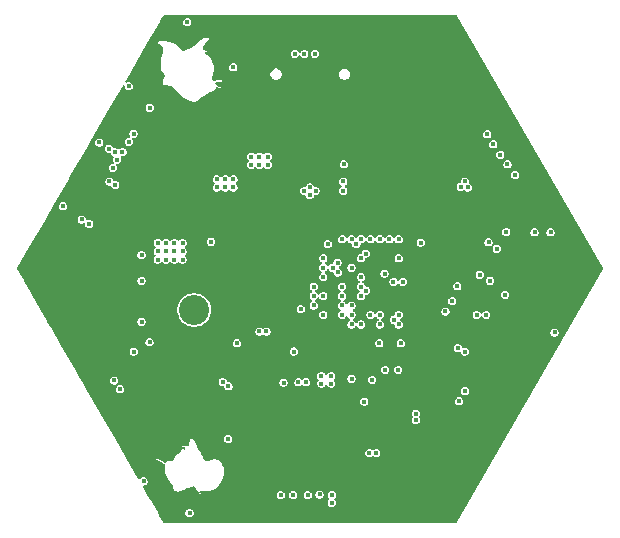
<source format=gbr>
%TF.GenerationSoftware,KiCad,Pcbnew,9.0.3*%
%TF.CreationDate,2025-09-26T09:37:03+02:00*%
%TF.ProjectId,PCB_PAPI,5043425f-5041-4504-992e-6b696361645f,rev?*%
%TF.SameCoordinates,Original*%
%TF.FileFunction,Copper,L2,Inr*%
%TF.FilePolarity,Positive*%
%FSLAX46Y46*%
G04 Gerber Fmt 4.6, Leading zero omitted, Abs format (unit mm)*
G04 Created by KiCad (PCBNEW 9.0.3) date 2025-09-26 09:37:03*
%MOMM*%
%LPD*%
G01*
G04 APERTURE LIST*
%TA.AperFunction,ComponentPad*%
%ADD10C,0.800000*%
%TD*%
%TA.AperFunction,ComponentPad*%
%ADD11C,5.000000*%
%TD*%
%TA.AperFunction,ComponentPad*%
%ADD12C,2.550000*%
%TD*%
%TA.AperFunction,ComponentPad*%
%ADD13C,1.500000*%
%TD*%
%TA.AperFunction,ViaPad*%
%ADD14C,0.400000*%
%TD*%
G04 APERTURE END LIST*
D10*
%TO.N,GND*%
%TO.C,H3*%
X137625000Y-101186533D03*
X138174175Y-99860708D03*
X138174175Y-102512358D03*
X139500000Y-99311533D03*
D11*
X139500000Y-101186533D03*
D10*
X139500000Y-103061533D03*
X140825825Y-99860708D03*
X140825825Y-102512358D03*
X141375000Y-101186533D03*
%TD*%
%TO.N,GND*%
%TO.C,H3*%
X106125000Y-83000000D03*
X106674175Y-81674175D03*
X106674175Y-84325825D03*
X108000000Y-81125000D03*
D11*
X108000000Y-83000000D03*
D10*
X108000000Y-84875000D03*
X109325825Y-81674175D03*
X109325825Y-84325825D03*
X109875000Y-83000000D03*
%TD*%
%TO.N,GND*%
%TO.C,H3*%
X137625000Y-64813467D03*
X138174175Y-63487642D03*
X138174175Y-66139292D03*
X139500000Y-62938467D03*
D11*
X139500000Y-64813467D03*
D10*
X139500000Y-66688467D03*
X140825825Y-63487642D03*
X140825825Y-66139292D03*
X141375000Y-64813467D03*
%TD*%
D12*
%TO.N,/BAT+*%
%TO.C,J3*%
X119173647Y-86476918D03*
%TO.N,GND*%
X121673647Y-90807046D03*
D13*
X114513393Y-98405122D03*
X109013393Y-88878842D03*
%TD*%
D14*
%TO.N,/STM32/ADC_VBAT*%
X120600000Y-80700000D03*
X130103705Y-82097982D03*
%TO.N,GND*%
X111720000Y-79110000D03*
X126114000Y-61750808D03*
X133050000Y-91860000D03*
X117690000Y-103205000D03*
X133410000Y-67005000D03*
X130438000Y-104270000D03*
X143075000Y-101143648D03*
X139102000Y-104270000D03*
X133593705Y-77407982D03*
X109500000Y-91764593D03*
X149218000Y-75506756D03*
X123630000Y-92770000D03*
X128690000Y-91740000D03*
X142353000Y-102394189D03*
X133410000Y-63775000D03*
X141992000Y-103019459D03*
X123190000Y-63075000D03*
X137666000Y-61750808D03*
X145400000Y-75875000D03*
X110030000Y-85400000D03*
X118164000Y-104270000D03*
X139832000Y-61750808D03*
X151400000Y-81200000D03*
X133600000Y-91290000D03*
X106983000Y-78632299D03*
X140003705Y-82597982D03*
X144886000Y-68003512D03*
X124190000Y-100810000D03*
X123948000Y-61750808D03*
X150113813Y-87228304D03*
X147300000Y-83700000D03*
X140003705Y-79397982D03*
X120860000Y-78330000D03*
X145247000Y-68628782D03*
X140725000Y-89000000D03*
X125200000Y-102000000D03*
X117450000Y-61750808D03*
X122504000Y-61750808D03*
X129724000Y-61750808D03*
X124590000Y-67005000D03*
X130490000Y-81650000D03*
X132828705Y-63247982D03*
X150656000Y-88012971D03*
X110944000Y-94265674D03*
X128272000Y-104270000D03*
X146691000Y-71129863D03*
X116965000Y-103205000D03*
X141637000Y-62376079D03*
X144519000Y-98642567D03*
X152100000Y-81900000D03*
X151384000Y-79258378D03*
X120590000Y-96680000D03*
X120540000Y-69470000D03*
X130920000Y-77000000D03*
X121052000Y-104270000D03*
X124400000Y-102800000D03*
X147407000Y-93640404D03*
X111666000Y-95516215D03*
X134103705Y-87697982D03*
X118415000Y-96680000D03*
X137900000Y-92375000D03*
X130903705Y-86897982D03*
X143436000Y-100518378D03*
X136222000Y-61750808D03*
X152106000Y-80508918D03*
X140210000Y-70500000D03*
X123226000Y-61750808D03*
X123190000Y-67705000D03*
X117640000Y-62945000D03*
X152828000Y-81759459D03*
X145775000Y-79050000D03*
X152822000Y-84261349D03*
X140003705Y-81797982D03*
X131160000Y-104270000D03*
X123950000Y-75100000D03*
X145963000Y-96141485D03*
X133700000Y-80900000D03*
X141603705Y-80197982D03*
X140803705Y-80997982D03*
X124670000Y-61750808D03*
X121782000Y-61750808D03*
X121265000Y-62945000D03*
X134110000Y-63775000D03*
X130500000Y-70900000D03*
X139410000Y-69700000D03*
X111676000Y-70503785D03*
X150301000Y-77382567D03*
X117640000Y-69470000D03*
X111250000Y-84100000D03*
X133334000Y-61750808D03*
X128280000Y-61750808D03*
X129300000Y-97150000D03*
X148130737Y-76761826D03*
X116915000Y-62945000D03*
X127530000Y-90690000D03*
X148857000Y-74881485D03*
X124662000Y-104270000D03*
X128653705Y-75347982D03*
X149800000Y-82000000D03*
X124590000Y-63775000D03*
X148496000Y-74256215D03*
X148490000Y-91764593D03*
X143913705Y-86002982D03*
X128250000Y-97150000D03*
X145900000Y-83700000D03*
X104817000Y-82383921D03*
X146360000Y-88500000D03*
X143203705Y-80197982D03*
X121990000Y-66570000D03*
X114300000Y-70400000D03*
X149960000Y-89280000D03*
X135492000Y-104270000D03*
X133400000Y-102900000D03*
X139824000Y-104270000D03*
X152100000Y-84000000D03*
X140803705Y-79397982D03*
X113330000Y-91320000D03*
X138225000Y-82200000D03*
X136053705Y-94247982D03*
X135500000Y-61750808D03*
X121990000Y-68020000D03*
X148553705Y-78967982D03*
X119090000Y-69470000D03*
X149573000Y-89888782D03*
X121774000Y-104270000D03*
X132612000Y-61750808D03*
X123630000Y-91530000D03*
X112388000Y-96766756D03*
X133588705Y-78527982D03*
X140003705Y-80197982D03*
X121060000Y-61750808D03*
X129002000Y-61750808D03*
X121990000Y-63670000D03*
X115465000Y-67300000D03*
X123890000Y-63775000D03*
X142714000Y-101768918D03*
X134500000Y-81700000D03*
X131950000Y-73530000D03*
X133410000Y-67705000D03*
X142403705Y-79397982D03*
X126050000Y-75100000D03*
X136936000Y-104270000D03*
X138900000Y-90300000D03*
X150700000Y-84700000D03*
X134810000Y-63075000D03*
X111305000Y-94890945D03*
X143797000Y-99893107D03*
X112037000Y-69878515D03*
X143203705Y-79397982D03*
X142700000Y-84650000D03*
X133800000Y-79400000D03*
X136853705Y-93447982D03*
X134770000Y-104270000D03*
X131325000Y-81700000D03*
X129280000Y-92740000D03*
X135703705Y-89400000D03*
X146324000Y-95516215D03*
X136550000Y-97810000D03*
X113120000Y-68002704D03*
X152100000Y-85511890D03*
X119815000Y-69470000D03*
X121100000Y-81200000D03*
X152100000Y-82600000D03*
X123100000Y-73500000D03*
X136600000Y-90300000D03*
X105529000Y-84886619D03*
X144763705Y-85920000D03*
X134810000Y-67705000D03*
X137490000Y-80580000D03*
X150700000Y-81200000D03*
X133410000Y-63075000D03*
X128653705Y-74547982D03*
X123053705Y-80450000D03*
X110228769Y-90072037D03*
X113953769Y-96523927D03*
X146600000Y-83700000D03*
X115515000Y-97405000D03*
X143442000Y-65502430D03*
X115515000Y-98855000D03*
X121040000Y-103210000D03*
X122040000Y-98855000D03*
X109730083Y-76342228D03*
X136853705Y-94247982D03*
X134056000Y-61750808D03*
X126828000Y-104270000D03*
X115998000Y-103019459D03*
X143100000Y-89050000D03*
X152100000Y-84700000D03*
X133883705Y-89297982D03*
X107695000Y-88638241D03*
X117690000Y-96680000D03*
X115465000Y-64395000D03*
X150000000Y-81200000D03*
X110630000Y-86120000D03*
X141010000Y-70500000D03*
X118415000Y-103205000D03*
X124660000Y-91910000D03*
X112230000Y-91610000D03*
X145241000Y-97392026D03*
X124400000Y-102000000D03*
X128800000Y-88100000D03*
X118886000Y-104270000D03*
X145400000Y-95500000D03*
X148600000Y-83700000D03*
X112250000Y-76950000D03*
X117442000Y-104270000D03*
X123890000Y-67705000D03*
X136053705Y-93447982D03*
X105168000Y-84261349D03*
X123700000Y-83350000D03*
X144000000Y-94700000D03*
X116730000Y-61750000D03*
X144158000Y-99267837D03*
X131168000Y-61750808D03*
X122496000Y-104270000D03*
X144000000Y-83300000D03*
X112703702Y-77793589D03*
X119815000Y-62945000D03*
X147046000Y-94265674D03*
X123890000Y-67005000D03*
X138300000Y-79325000D03*
X145969000Y-69879323D03*
X148410000Y-88510000D03*
X120338000Y-61750808D03*
X147900000Y-91200000D03*
X148851000Y-91139323D03*
X113110000Y-98017296D03*
X121990000Y-65120000D03*
X123190000Y-66305000D03*
X153550000Y-83010000D03*
X110500000Y-76800000D03*
X127300000Y-69600000D03*
X131890000Y-61750808D03*
X134110000Y-63075000D03*
X124590000Y-66305000D03*
X109861000Y-92389863D03*
X145600000Y-82300000D03*
X143180737Y-68188174D03*
X124750000Y-90620000D03*
X108417000Y-89888782D03*
X123950000Y-75700000D03*
X142720000Y-64251890D03*
X127570000Y-91620000D03*
X122040000Y-98130000D03*
X144525000Y-67378241D03*
X135510000Y-98080000D03*
X124590000Y-67705000D03*
X108778000Y-90514052D03*
X115515000Y-96680000D03*
X107344000Y-78007029D03*
X143203705Y-81797982D03*
X116440000Y-69480000D03*
X151378000Y-86762430D03*
X132600000Y-102900000D03*
X144107965Y-89880739D03*
X127920000Y-87980000D03*
X144253641Y-69272037D03*
X133400000Y-102100000D03*
X144693705Y-95088895D03*
X134100000Y-76600000D03*
X121080000Y-81870000D03*
X146330000Y-70504593D03*
X130253705Y-75347982D03*
X114222373Y-68913175D03*
X124590000Y-63075000D03*
X134810000Y-67005000D03*
X144900000Y-82300000D03*
X122040000Y-101030000D03*
X123560000Y-95710000D03*
X122050000Y-102230000D03*
X143650000Y-93200000D03*
X123940000Y-104270000D03*
X120890000Y-77570000D03*
X126050000Y-75700000D03*
X150000000Y-84700000D03*
X108056000Y-89263512D03*
X127010000Y-83140000D03*
X127103705Y-75547982D03*
X134400000Y-90300000D03*
X123053705Y-81850000D03*
X129716000Y-104270000D03*
X147978641Y-75723927D03*
X106251000Y-86137160D03*
X126836000Y-61750808D03*
X113700000Y-77775000D03*
X137658000Y-104270000D03*
X134250000Y-94100000D03*
X136630000Y-96400000D03*
X149247216Y-83923608D03*
X131300000Y-70900000D03*
X140210000Y-69700000D03*
X122453705Y-82550000D03*
X146500000Y-90400000D03*
X133326000Y-104270000D03*
X123600000Y-102800000D03*
X121070000Y-79120000D03*
X137350000Y-82200000D03*
X148400000Y-81400000D03*
X143081000Y-64877160D03*
X140803705Y-82597982D03*
X145602000Y-96766756D03*
X132600000Y-102100000D03*
X151017000Y-87387701D03*
X149100000Y-82000000D03*
X151745000Y-79883648D03*
X132503705Y-85297982D03*
X138900000Y-83400000D03*
X140210000Y-71300000D03*
X137625000Y-70100000D03*
X132503705Y-84497982D03*
X141923705Y-86682982D03*
X123600000Y-102000000D03*
X115465000Y-65845000D03*
X116359000Y-103644729D03*
X147700000Y-82300000D03*
X134200000Y-102100000D03*
X143313813Y-99006250D03*
X134110000Y-67005000D03*
X123053705Y-82550000D03*
X135925000Y-69127276D03*
X119160000Y-103210000D03*
X139175000Y-89000000D03*
X123190000Y-67005000D03*
X149579000Y-76132026D03*
X147774000Y-73005674D03*
X121225000Y-89200000D03*
X112749000Y-97392026D03*
X139616205Y-73272982D03*
X115276000Y-101768918D03*
X141600000Y-91325000D03*
X109272373Y-77486826D03*
X118365000Y-69470000D03*
X109139000Y-91139323D03*
X125392000Y-61750808D03*
X147052000Y-71755134D03*
X104807000Y-83636079D03*
X138388000Y-61750808D03*
X138380000Y-104270000D03*
X146250000Y-85525000D03*
X127550000Y-104270000D03*
X108130000Y-79860000D03*
X134110000Y-66305000D03*
X143400000Y-69700000D03*
X123700000Y-82700000D03*
X151739000Y-86137160D03*
X148200000Y-86400000D03*
X151400000Y-84700000D03*
X119090000Y-62945000D03*
X108900000Y-75900000D03*
X129900000Y-69600000D03*
X105539000Y-81133381D03*
X134778000Y-61750808D03*
X143940000Y-78690000D03*
X144850000Y-79725000D03*
X141603705Y-80997982D03*
X125200000Y-102800000D03*
X122453705Y-80450000D03*
X111490000Y-81420000D03*
X132503705Y-83697982D03*
X152100000Y-83300000D03*
X118172000Y-61750808D03*
X127558000Y-61750808D03*
X144164000Y-66752971D03*
X134200000Y-95840000D03*
X153189000Y-82384729D03*
X139410000Y-71300000D03*
X134900000Y-92075000D03*
X142403705Y-80997982D03*
X133410000Y-66305000D03*
X141010000Y-69700000D03*
X146300000Y-82300000D03*
X106973000Y-87387701D03*
X141010000Y-71300000D03*
X114420000Y-67180000D03*
X107334000Y-88012971D03*
X141276000Y-61750808D03*
X123218000Y-104270000D03*
X141998000Y-63001349D03*
X146685000Y-94890945D03*
X134110000Y-67705000D03*
X125384000Y-104270000D03*
X134200000Y-102900000D03*
X114740000Y-71470000D03*
X128994000Y-104270000D03*
X142359000Y-63626619D03*
X116240000Y-96680000D03*
X115460000Y-68470000D03*
X104446000Y-83010808D03*
X121990000Y-68745000D03*
X112680000Y-72380000D03*
X138900000Y-93500000D03*
X148135000Y-73630945D03*
X116720000Y-104270000D03*
X150662000Y-78007837D03*
X141631000Y-103644729D03*
X144880000Y-98017296D03*
X132604000Y-104270000D03*
X147503705Y-78967982D03*
X143203705Y-82597982D03*
X149800000Y-83900000D03*
X105890000Y-85511890D03*
X122400000Y-73500000D03*
X106612000Y-86762430D03*
X139600000Y-85700000D03*
X148025000Y-78400000D03*
X126170000Y-91747982D03*
X139110000Y-61750808D03*
X145608000Y-69254052D03*
X147900000Y-83700000D03*
X140546000Y-104270000D03*
X112759000Y-68627974D03*
X147168705Y-90802069D03*
X148129000Y-92389863D03*
X152100000Y-81200000D03*
X147413000Y-72380404D03*
X130446000Y-61750808D03*
X125378705Y-63247982D03*
X147768000Y-93015134D03*
X151023000Y-78633107D03*
X138900000Y-84200000D03*
X136214000Y-104270000D03*
X115465000Y-65120000D03*
X121990000Y-67295000D03*
X138880000Y-95480000D03*
X121990000Y-65845000D03*
X119140000Y-96680000D03*
X153183000Y-83636079D03*
X135120000Y-95190000D03*
X110222000Y-93015134D03*
X123890000Y-66305000D03*
X149212000Y-90514052D03*
X111440000Y-77750000D03*
X122040000Y-100305000D03*
X134810000Y-66305000D03*
X122453705Y-81850000D03*
X105178000Y-81758651D03*
X140554000Y-61750808D03*
X134048000Y-104270000D03*
X141270000Y-104270000D03*
X113100000Y-78810000D03*
X119375000Y-88475000D03*
X121990000Y-69470000D03*
X121990000Y-62945000D03*
X140750000Y-90275000D03*
X115637000Y-102394189D03*
X121370000Y-87500000D03*
X106622000Y-79257570D03*
X127543705Y-87147982D03*
X130253705Y-74547982D03*
X149940000Y-76757296D03*
X146600000Y-78700000D03*
X147000000Y-82300000D03*
X105900000Y-80508110D03*
X121265000Y-69470000D03*
X147300000Y-76100000D03*
X119865000Y-96680000D03*
X123190000Y-63775000D03*
X143803000Y-66127701D03*
X122040000Y-99580000D03*
X137775000Y-82725000D03*
X131740000Y-90800000D03*
X123890000Y-63075000D03*
X135703705Y-87697982D03*
X118365000Y-62945000D03*
X134810000Y-63775000D03*
X142403705Y-82597982D03*
X130591205Y-78467982D03*
X141603705Y-81797982D03*
X126106000Y-104270000D03*
X139410000Y-70500000D03*
X136944000Y-61750808D03*
X140310000Y-93850000D03*
X111490000Y-82260000D03*
X113455083Y-69890338D03*
X115515000Y-101030000D03*
X106261000Y-79882840D03*
X111230000Y-84820000D03*
X115515000Y-100305000D03*
X131882000Y-104270000D03*
%TO.N,+3.3V*%
X130103705Y-86897982D03*
X140453705Y-86597982D03*
X133303705Y-83697982D03*
X124700000Y-88300000D03*
X130828905Y-102808905D03*
X141025000Y-85725000D03*
X134903705Y-87697982D03*
X125300000Y-88300000D03*
X128503705Y-76397982D03*
X142100000Y-75600000D03*
X134600000Y-98600000D03*
X145603705Y-79877982D03*
X129453705Y-76397982D03*
X115410000Y-69360000D03*
X134843705Y-89297982D03*
X148000000Y-79900000D03*
X112500000Y-75900000D03*
X144103705Y-80747982D03*
X143353705Y-83497982D03*
X136503705Y-87697982D03*
X136663705Y-89297982D03*
X144223705Y-83997982D03*
X128200000Y-86400000D03*
X143900000Y-86900000D03*
X112000000Y-75600000D03*
X143100000Y-86900000D03*
X133303705Y-84497982D03*
X134000000Y-98600000D03*
X128980000Y-76097984D03*
X138353705Y-80767982D03*
X128980000Y-76760000D03*
X131703705Y-86897982D03*
X141750000Y-76050000D03*
X141453705Y-84477982D03*
X142350000Y-76100000D03*
X133730000Y-84850000D03*
X133303705Y-85297982D03*
X149350000Y-79900000D03*
%TO.N,Net-(C7-Pad1)*%
X132503705Y-82897982D03*
%TO.N,Net-(C10-Pad1)*%
X133303705Y-82097982D03*
%TO.N,VBAT+*%
X116093705Y-82205982D03*
X118193705Y-81505982D03*
X117493705Y-82205982D03*
X116093705Y-81505982D03*
X116793705Y-81505982D03*
X118193705Y-80805982D03*
X117493705Y-81505982D03*
X117493705Y-80805982D03*
X118193705Y-82205982D03*
X116793705Y-80805982D03*
X116093705Y-80805982D03*
X116793705Y-82205982D03*
%TO.N,+5V*%
X121800000Y-76100000D03*
X114054955Y-89999184D03*
X121100000Y-76100000D03*
X121800000Y-75400000D03*
X115400000Y-89200000D03*
X121100000Y-75400000D03*
X122500000Y-76100000D03*
X122500000Y-75400000D03*
%TO.N,4.5V*%
X137950000Y-95800000D03*
X125400000Y-74200000D03*
X124700000Y-73500000D03*
X124000000Y-74200000D03*
X137950000Y-95250000D03*
X141500000Y-89700000D03*
X142100000Y-90000000D03*
X125400000Y-73500000D03*
X124000000Y-73500000D03*
X122075000Y-92940000D03*
X121590000Y-92580000D03*
X124700000Y-74200000D03*
X132500000Y-92300000D03*
%TO.N,/ESP32/CHIP_PU*%
X144800000Y-81300000D03*
%TO.N,Net-(S1-COM_1)*%
X131703705Y-84497982D03*
X127620000Y-90000787D03*
%TO.N,/NRST*%
X132503705Y-87697982D03*
X129400000Y-64800000D03*
X131850000Y-74150000D03*
%TO.N,/GPIO_MOT1*%
X145100000Y-73350000D03*
X136503705Y-82097982D03*
%TO.N,/TX_MOT1*%
X134903705Y-80497982D03*
X144500000Y-72450000D03*
%TO.N,/RX_MOT1*%
X134103705Y-80497982D03*
X144000000Y-71600000D03*
%TO.N,/RX_MOT2*%
X134903705Y-86897982D03*
X129800000Y-102100000D03*
%TO.N,/TX_MOT2*%
X134103705Y-86897982D03*
X128800000Y-102150000D03*
%TO.N,/GPIO_MOT2*%
X136503705Y-86897982D03*
X130850000Y-102150000D03*
%TO.N,/GPIO_MOT3*%
X113100000Y-73100000D03*
X131703705Y-80497982D03*
%TO.N,/TX_MOT3*%
X114050000Y-71550000D03*
X133303705Y-80497982D03*
%TO.N,/RX_MOT3*%
X113650000Y-72250000D03*
X132503705Y-80497982D03*
%TO.N,/ACCEL_MOSI*%
X128650000Y-92600000D03*
X132503705Y-86097982D03*
%TO.N,Net-(IC5-INT2)*%
X129943705Y-92707982D03*
%TO.N,/ACCEL_MISO*%
X131703705Y-86097982D03*
X128000000Y-92600000D03*
%TO.N,Net-(IC5-INT1)*%
X130773705Y-92707982D03*
%TO.N,/SAI_FS*%
X131350000Y-83300000D03*
X136445361Y-91554639D03*
%TO.N,/SAI_SD*%
X134250000Y-92400000D03*
X133700000Y-81700000D03*
%TO.N,/SAI_CLK*%
X131322705Y-82477295D03*
X135350000Y-91550000D03*
%TO.N,/GND_CONTROLLED*%
X149691910Y-88380706D03*
%TO.N,/BTN_A*%
X122800000Y-89300000D03*
%TO.N,/GND_CONTROl_GPIO*%
X145500000Y-85200000D03*
X135303707Y-83397980D03*
%TO.N,/ACCEL_CLK*%
X126750000Y-92626338D03*
X129303705Y-86097982D03*
%TO.N,/ACCEL_INT2*%
X129943705Y-92067982D03*
X132503705Y-86897982D03*
%TO.N,/ACCEL_INT1*%
X130773705Y-92067982D03*
X133303705Y-87697982D03*
%TO.N,/AMPLI_SD_MODE*%
X133573705Y-94237982D03*
X136100000Y-87300000D03*
%TO.N,/SWDIO*%
X127700000Y-64800000D03*
X131800000Y-75600000D03*
%TO.N,/SWCLK*%
X128500000Y-64800000D03*
X131800000Y-76400000D03*
%TO.N,/RX_LIDAR*%
X112900000Y-93200000D03*
X131703705Y-85297982D03*
%TO.N,/SDA_TOF1*%
X145700000Y-74150000D03*
X135703705Y-80497982D03*
%TO.N,/SDA_TOF3*%
X112650000Y-73750000D03*
X132900000Y-80901687D03*
%TO.N,/SCL_TOF1*%
X146350000Y-75050000D03*
X136503705Y-80497982D03*
%TO.N,/SDA_TOF2*%
X126500000Y-102150000D03*
X129303705Y-85297982D03*
%TO.N,/LIDAR_PWM*%
X112400000Y-92450000D03*
X129303705Y-84497982D03*
%TO.N,/SCL_TOF2*%
X127550000Y-102150000D03*
X130103705Y-85297982D03*
%TO.N,/SCL_TOF3*%
X112300000Y-74450000D03*
X130500000Y-80900000D03*
%TO.N,/TX_SUP*%
X142107965Y-93344841D03*
X136850000Y-84100000D03*
%TO.N,/RX_SUP*%
X136050000Y-84100000D03*
X141607965Y-94210866D03*
%TO.N,/RED*%
X130903705Y-82897982D03*
X114730000Y-81825000D03*
%TO.N,/GREEN*%
X114730000Y-84015000D03*
X130103705Y-82897982D03*
%TO.N,/BLUE*%
X114730000Y-87480000D03*
X130103705Y-83697982D03*
%TO.N,/ACCESOIRES/BLEU1*%
X108070000Y-77700000D03*
X111138835Y-72288835D03*
X118790000Y-103670000D03*
X113650000Y-67530000D03*
%TO.N,/ACCESOIRES/RED1*%
X122050000Y-97400000D03*
X110303701Y-79196299D03*
X122490000Y-65930000D03*
X112478784Y-73138784D03*
%TO.N,/ACCESOIRES/GREEN1*%
X114890000Y-100987837D03*
X109660000Y-78810000D03*
X111953840Y-72813840D03*
X118600000Y-62110000D03*
%TD*%
%TA.AperFunction,Conductor*%
%TO.N,GND*%
G36*
X141414144Y-61519407D02*
G01*
X141441689Y-61549999D01*
X153797634Y-82950499D01*
X153810356Y-83010347D01*
X153797634Y-83049501D01*
X141441689Y-104450001D01*
X141396219Y-104490942D01*
X141355953Y-104499500D01*
X116644047Y-104499500D01*
X116585856Y-104480593D01*
X116558311Y-104450001D01*
X116232218Y-103885209D01*
X116081321Y-103623856D01*
X118439500Y-103623856D01*
X118439500Y-103716144D01*
X118463386Y-103805288D01*
X118509531Y-103885212D01*
X118574788Y-103950469D01*
X118654712Y-103996614D01*
X118743856Y-104020500D01*
X118743858Y-104020500D01*
X118836142Y-104020500D01*
X118836144Y-104020500D01*
X118925288Y-103996614D01*
X119005212Y-103950469D01*
X119070469Y-103885212D01*
X119116614Y-103805288D01*
X119140500Y-103716144D01*
X119140500Y-103623856D01*
X119116614Y-103534712D01*
X119070469Y-103454788D01*
X119005212Y-103389531D01*
X118925288Y-103343386D01*
X118836144Y-103319500D01*
X118743856Y-103319500D01*
X118654712Y-103343386D01*
X118654711Y-103343386D01*
X118654709Y-103343387D01*
X118574790Y-103389529D01*
X118509529Y-103454790D01*
X118463387Y-103534709D01*
X118463386Y-103534711D01*
X118463386Y-103534712D01*
X118439500Y-103623856D01*
X116081321Y-103623856D01*
X115584153Y-102762761D01*
X130478405Y-102762761D01*
X130478405Y-102855049D01*
X130502291Y-102944193D01*
X130548436Y-103024117D01*
X130613693Y-103089374D01*
X130693617Y-103135519D01*
X130782761Y-103159405D01*
X130782763Y-103159405D01*
X130875047Y-103159405D01*
X130875049Y-103159405D01*
X130964193Y-103135519D01*
X131044117Y-103089374D01*
X131109374Y-103024117D01*
X131155519Y-102944193D01*
X131179405Y-102855049D01*
X131179405Y-102762761D01*
X131155519Y-102673617D01*
X131109374Y-102593693D01*
X131075682Y-102560001D01*
X131047907Y-102505487D01*
X131057478Y-102445055D01*
X131075681Y-102419999D01*
X131130469Y-102365212D01*
X131176614Y-102285288D01*
X131200500Y-102196144D01*
X131200500Y-102103856D01*
X131176614Y-102014712D01*
X131130469Y-101934788D01*
X131065212Y-101869531D01*
X131031382Y-101849999D01*
X130985290Y-101823387D01*
X130985289Y-101823386D01*
X130985288Y-101823386D01*
X130896144Y-101799500D01*
X130803856Y-101799500D01*
X130714712Y-101823386D01*
X130714711Y-101823386D01*
X130714709Y-101823387D01*
X130634790Y-101869529D01*
X130569529Y-101934790D01*
X130523387Y-102014709D01*
X130523386Y-102014711D01*
X130523386Y-102014712D01*
X130499500Y-102103856D01*
X130499500Y-102196144D01*
X130523386Y-102285288D01*
X130569531Y-102365212D01*
X130603222Y-102398903D01*
X130630998Y-102453418D01*
X130621427Y-102513850D01*
X130603223Y-102538905D01*
X130548436Y-102593693D01*
X130548434Y-102593695D01*
X130502292Y-102673614D01*
X130502291Y-102673616D01*
X130502291Y-102673617D01*
X130478405Y-102762761D01*
X115584153Y-102762761D01*
X115203723Y-102103856D01*
X126149500Y-102103856D01*
X126149500Y-102196144D01*
X126173386Y-102285288D01*
X126219531Y-102365212D01*
X126284788Y-102430469D01*
X126364712Y-102476614D01*
X126453856Y-102500500D01*
X126453858Y-102500500D01*
X126546142Y-102500500D01*
X126546144Y-102500500D01*
X126635288Y-102476614D01*
X126715212Y-102430469D01*
X126780469Y-102365212D01*
X126826614Y-102285288D01*
X126850500Y-102196144D01*
X126850500Y-102103856D01*
X127199500Y-102103856D01*
X127199500Y-102196144D01*
X127223386Y-102285288D01*
X127269531Y-102365212D01*
X127334788Y-102430469D01*
X127414712Y-102476614D01*
X127503856Y-102500500D01*
X127503858Y-102500500D01*
X127596142Y-102500500D01*
X127596144Y-102500500D01*
X127685288Y-102476614D01*
X127765212Y-102430469D01*
X127830469Y-102365212D01*
X127876614Y-102285288D01*
X127900500Y-102196144D01*
X127900500Y-102103856D01*
X128449500Y-102103856D01*
X128449500Y-102196144D01*
X128473386Y-102285288D01*
X128519531Y-102365212D01*
X128584788Y-102430469D01*
X128664712Y-102476614D01*
X128753856Y-102500500D01*
X128753858Y-102500500D01*
X128846142Y-102500500D01*
X128846144Y-102500500D01*
X128935288Y-102476614D01*
X129015212Y-102430469D01*
X129080469Y-102365212D01*
X129126614Y-102285288D01*
X129150500Y-102196144D01*
X129150500Y-102103856D01*
X129137103Y-102053856D01*
X129449500Y-102053856D01*
X129449500Y-102146144D01*
X129473386Y-102235288D01*
X129519531Y-102315212D01*
X129584788Y-102380469D01*
X129664712Y-102426614D01*
X129753856Y-102450500D01*
X129753858Y-102450500D01*
X129846142Y-102450500D01*
X129846144Y-102450500D01*
X129935288Y-102426614D01*
X130015212Y-102380469D01*
X130080469Y-102315212D01*
X130126614Y-102235288D01*
X130150500Y-102146144D01*
X130150500Y-102053856D01*
X130126614Y-101964712D01*
X130080469Y-101884788D01*
X130015212Y-101819531D01*
X129998704Y-101810000D01*
X129935290Y-101773387D01*
X129935289Y-101773386D01*
X129935288Y-101773386D01*
X129846144Y-101749500D01*
X129753856Y-101749500D01*
X129664712Y-101773386D01*
X129664711Y-101773386D01*
X129664709Y-101773387D01*
X129584790Y-101819529D01*
X129519529Y-101884790D01*
X129473387Y-101964709D01*
X129473386Y-101964711D01*
X129473386Y-101964712D01*
X129449500Y-102053856D01*
X129137103Y-102053856D01*
X129126614Y-102014712D01*
X129080469Y-101934788D01*
X129015212Y-101869531D01*
X128981382Y-101849999D01*
X128935290Y-101823387D01*
X128935289Y-101823386D01*
X128935288Y-101823386D01*
X128846144Y-101799500D01*
X128753856Y-101799500D01*
X128664712Y-101823386D01*
X128664711Y-101823386D01*
X128664709Y-101823387D01*
X128584790Y-101869529D01*
X128519529Y-101934790D01*
X128473387Y-102014709D01*
X128473386Y-102014711D01*
X128473386Y-102014712D01*
X128449500Y-102103856D01*
X127900500Y-102103856D01*
X127876614Y-102014712D01*
X127830469Y-101934788D01*
X127765212Y-101869531D01*
X127731382Y-101849999D01*
X127685290Y-101823387D01*
X127685289Y-101823386D01*
X127685288Y-101823386D01*
X127596144Y-101799500D01*
X127503856Y-101799500D01*
X127414712Y-101823386D01*
X127414711Y-101823386D01*
X127414709Y-101823387D01*
X127334790Y-101869529D01*
X127269529Y-101934790D01*
X127223387Y-102014709D01*
X127223386Y-102014711D01*
X127223386Y-102014712D01*
X127199500Y-102103856D01*
X126850500Y-102103856D01*
X126826614Y-102014712D01*
X126780469Y-101934788D01*
X126715212Y-101869531D01*
X126681382Y-101849999D01*
X126635290Y-101823387D01*
X126635289Y-101823386D01*
X126635288Y-101823386D01*
X126546144Y-101799500D01*
X126453856Y-101799500D01*
X126364712Y-101823386D01*
X126364711Y-101823386D01*
X126364709Y-101823387D01*
X126284790Y-101869529D01*
X126219529Y-101934790D01*
X126173387Y-102014709D01*
X126173386Y-102014711D01*
X126173386Y-102014712D01*
X126149500Y-102103856D01*
X115203723Y-102103856D01*
X114847476Y-101486836D01*
X114834755Y-101426990D01*
X114859641Y-101371094D01*
X114912629Y-101340501D01*
X114933213Y-101338337D01*
X114936142Y-101338337D01*
X114936144Y-101338337D01*
X115025288Y-101314451D01*
X115105212Y-101268306D01*
X115170469Y-101203049D01*
X115216614Y-101123125D01*
X115240500Y-101033981D01*
X115240500Y-100941693D01*
X115216614Y-100852549D01*
X115170469Y-100772625D01*
X115105212Y-100707368D01*
X115075130Y-100690000D01*
X115025290Y-100661224D01*
X115025289Y-100661223D01*
X115025288Y-100661223D01*
X114936144Y-100637337D01*
X114843856Y-100637337D01*
X114754712Y-100661223D01*
X114754711Y-100661223D01*
X114754709Y-100661224D01*
X114674790Y-100707366D01*
X114609528Y-100772628D01*
X114609525Y-100772632D01*
X114608053Y-100775182D01*
X114606487Y-100776591D01*
X114605580Y-100777774D01*
X114605360Y-100777605D01*
X114562579Y-100816118D01*
X114501728Y-100822507D01*
X114448743Y-100791909D01*
X114436588Y-100775178D01*
X113428979Y-99029999D01*
X115820000Y-99029999D01*
X115820000Y-99030000D01*
X115820000Y-99070000D01*
X115860000Y-99110000D01*
X115860002Y-99110001D01*
X116059963Y-99209982D01*
X116506185Y-99428135D01*
X116513046Y-99431831D01*
X116513406Y-99432043D01*
X116610000Y-99490000D01*
X116657565Y-99517180D01*
X116658200Y-99517555D01*
X116677995Y-99539981D01*
X116698118Y-99562130D01*
X116698242Y-99562917D01*
X116698691Y-99563426D01*
X116699252Y-99569326D01*
X116706252Y-99613731D01*
X116700550Y-99665054D01*
X116698957Y-99674865D01*
X116670000Y-99809995D01*
X116670000Y-99980001D01*
X116690001Y-100110006D01*
X116740001Y-100290003D01*
X116799998Y-100459995D01*
X116800004Y-100460009D01*
X116949996Y-100759993D01*
X116950000Y-100760000D01*
X117018003Y-100857148D01*
X117021791Y-100862985D01*
X117140001Y-101060002D01*
X117140002Y-101060004D01*
X117219984Y-101149983D01*
X117220011Y-101150011D01*
X117324357Y-101254358D01*
X117352134Y-101308874D01*
X117353011Y-101316139D01*
X117359999Y-101399997D01*
X117400001Y-101540004D01*
X117460000Y-101680001D01*
X117539999Y-101779999D01*
X117540000Y-101780000D01*
X117690000Y-101840000D01*
X117790000Y-101850000D01*
X117950000Y-101830000D01*
X118079408Y-101770273D01*
X118080634Y-101769718D01*
X118161315Y-101733859D01*
X118179256Y-101727863D01*
X118300000Y-101700000D01*
X118398488Y-101628372D01*
X118423403Y-101615212D01*
X118549044Y-101570341D01*
X118550954Y-101569683D01*
X118635747Y-101541418D01*
X118644371Y-101538971D01*
X118767500Y-101510000D01*
X118809988Y-101500003D01*
X118809993Y-101500001D01*
X118810000Y-101500000D01*
X118960000Y-101460000D01*
X119060000Y-101430000D01*
X119076176Y-101421911D01*
X119106029Y-101417414D01*
X119135938Y-101412678D01*
X119136288Y-101412856D01*
X119136678Y-101412798D01*
X119190455Y-101440455D01*
X119196126Y-101446126D01*
X119203428Y-101454285D01*
X119295746Y-101569683D01*
X119318309Y-101597886D01*
X119321563Y-101602188D01*
X119419825Y-101739755D01*
X119420228Y-101740324D01*
X119610000Y-102010000D01*
X119670000Y-102070000D01*
X119670001Y-102070000D01*
X119719999Y-102070000D01*
X119720000Y-102070000D01*
X119720000Y-102020000D01*
X119718237Y-102014712D01*
X119710001Y-101990003D01*
X119710000Y-101990000D01*
X119674258Y-101927452D01*
X119661804Y-101867551D01*
X119686939Y-101811767D01*
X119740062Y-101781410D01*
X119778150Y-101780975D01*
X119990000Y-101820000D01*
X119990004Y-101819999D01*
X119990005Y-101820000D01*
X120429992Y-101810001D01*
X120429995Y-101810000D01*
X120430000Y-101810000D01*
X120800000Y-101690000D01*
X121070000Y-101510000D01*
X121300000Y-101300000D01*
X121470000Y-101010000D01*
X121620000Y-100690000D01*
X121620000Y-100689997D01*
X121620002Y-100689993D01*
X121689998Y-100340009D01*
X121690000Y-100339999D01*
X121700000Y-100049999D01*
X121669032Y-99810000D01*
X121660000Y-99740000D01*
X121659998Y-99739996D01*
X121659998Y-99739994D01*
X121571103Y-99539981D01*
X121540000Y-99470000D01*
X121380000Y-99270000D01*
X121379997Y-99269997D01*
X121190003Y-99150001D01*
X121190000Y-99150000D01*
X120980000Y-99100000D01*
X120979999Y-99100000D01*
X120620000Y-99170000D01*
X120619996Y-99170001D01*
X120420960Y-99229711D01*
X120419010Y-99230274D01*
X120257067Y-99275259D01*
X120222348Y-99278529D01*
X120168936Y-99274078D01*
X120112517Y-99250404D01*
X120093636Y-99228571D01*
X120081818Y-99210000D01*
X120054388Y-99166895D01*
X120046805Y-99152483D01*
X119880000Y-98760000D01*
X119796506Y-98646144D01*
X119767003Y-98605912D01*
X119728828Y-98553856D01*
X133649500Y-98553856D01*
X133649500Y-98646144D01*
X133673386Y-98735288D01*
X133673387Y-98735290D01*
X133699202Y-98780003D01*
X133719531Y-98815212D01*
X133784788Y-98880469D01*
X133864712Y-98926614D01*
X133953856Y-98950500D01*
X133953858Y-98950500D01*
X134046142Y-98950500D01*
X134046144Y-98950500D01*
X134135288Y-98926614D01*
X134215212Y-98880469D01*
X134229998Y-98865682D01*
X134284513Y-98837907D01*
X134344945Y-98847478D01*
X134370000Y-98865681D01*
X134384788Y-98880469D01*
X134464712Y-98926614D01*
X134553856Y-98950500D01*
X134553858Y-98950500D01*
X134646142Y-98950500D01*
X134646144Y-98950500D01*
X134735288Y-98926614D01*
X134815212Y-98880469D01*
X134880469Y-98815212D01*
X134926614Y-98735288D01*
X134950500Y-98646144D01*
X134950500Y-98553856D01*
X134926614Y-98464712D01*
X134880469Y-98384788D01*
X134815212Y-98319531D01*
X134735288Y-98273386D01*
X134646144Y-98249500D01*
X134553856Y-98249500D01*
X134464712Y-98273386D01*
X134464711Y-98273386D01*
X134464709Y-98273387D01*
X134384790Y-98319529D01*
X134384788Y-98319530D01*
X134384788Y-98319531D01*
X134370001Y-98334317D01*
X134315487Y-98362093D01*
X134255055Y-98352522D01*
X134229999Y-98334318D01*
X134215212Y-98319531D01*
X134135288Y-98273386D01*
X134046144Y-98249500D01*
X133953856Y-98249500D01*
X133864712Y-98273386D01*
X133864711Y-98273386D01*
X133864709Y-98273387D01*
X133784790Y-98319529D01*
X133719529Y-98384790D01*
X133673387Y-98464709D01*
X133673386Y-98464711D01*
X133673386Y-98464712D01*
X133649500Y-98553856D01*
X119728828Y-98553856D01*
X119660001Y-98460001D01*
X119540434Y-98349630D01*
X119522693Y-98327821D01*
X119479064Y-98255107D01*
X119466704Y-98222699D01*
X119430000Y-98030000D01*
X119350000Y-97810000D01*
X119280000Y-97660000D01*
X119190000Y-97530000D01*
X119189997Y-97529997D01*
X119065606Y-97422191D01*
X119065593Y-97422181D01*
X119040000Y-97400000D01*
X119039998Y-97399999D01*
X119039997Y-97399998D01*
X118950002Y-97360000D01*
X118950000Y-97360000D01*
X118890000Y-97360000D01*
X118889999Y-97360000D01*
X118839999Y-97420000D01*
X118790001Y-97609992D01*
X118790000Y-97609997D01*
X118770394Y-97776649D01*
X118769376Y-97783325D01*
X118741247Y-97933347D01*
X118737860Y-97946418D01*
X118735758Y-97952722D01*
X118716281Y-97979099D01*
X118711940Y-97987057D01*
X118709579Y-97988176D01*
X118699414Y-98001945D01*
X118641080Y-98020404D01*
X118622427Y-98018485D01*
X118579992Y-98009998D01*
X118380000Y-97980000D01*
X118379986Y-97979998D01*
X118260011Y-97970000D01*
X118260000Y-97970000D01*
X118170000Y-97970000D01*
X118169998Y-97970000D01*
X118130000Y-97980000D01*
X118150000Y-98030000D01*
X118150001Y-98030001D01*
X118189992Y-98049996D01*
X118190000Y-98050000D01*
X118297349Y-98079277D01*
X118300353Y-98080586D01*
X118302606Y-98080869D01*
X118374235Y-98104746D01*
X118423461Y-98141085D01*
X118441925Y-98199417D01*
X118422576Y-98257463D01*
X118372804Y-98293049D01*
X118329550Y-98296756D01*
X118317396Y-98295099D01*
X118287014Y-98290956D01*
X118273196Y-98288055D01*
X118210002Y-98270000D01*
X118210000Y-98270000D01*
X118150000Y-98270000D01*
X118149999Y-98270000D01*
X118052228Y-98436211D01*
X118047457Y-98443559D01*
X118004762Y-98503332D01*
X117994206Y-98515793D01*
X117956423Y-98553576D01*
X117942505Y-98565152D01*
X117790004Y-98669996D01*
X117659999Y-98780001D01*
X117659997Y-98780003D01*
X117550002Y-98929996D01*
X117459998Y-99080001D01*
X117383814Y-99241895D01*
X117374791Y-99257292D01*
X117372807Y-99260069D01*
X117323595Y-99296426D01*
X117262411Y-99296913D01*
X117237340Y-99284893D01*
X117230000Y-99280000D01*
X117229998Y-99279999D01*
X117120001Y-99260000D01*
X117120000Y-99260000D01*
X117032187Y-99260000D01*
X117008092Y-99257023D01*
X117007824Y-99256956D01*
X117007290Y-99256822D01*
X116960346Y-99229750D01*
X116650002Y-98910001D01*
X116520000Y-98810000D01*
X116460000Y-98770000D01*
X116430000Y-98770000D01*
X116426666Y-98780003D01*
X116420000Y-98800000D01*
X116425070Y-98815212D01*
X116430000Y-98830000D01*
X116679624Y-99089609D01*
X116680431Y-99090460D01*
X116818089Y-99237295D01*
X116836859Y-99266005D01*
X116840818Y-99275242D01*
X116846364Y-99336175D01*
X116827128Y-99376089D01*
X116821350Y-99383311D01*
X116816274Y-99386649D01*
X116815034Y-99388731D01*
X116809515Y-99391096D01*
X116770233Y-99416938D01*
X116720036Y-99417508D01*
X116705187Y-99413796D01*
X116676727Y-99401704D01*
X116450000Y-99260000D01*
X116449995Y-99259998D01*
X116442929Y-99257023D01*
X116331250Y-99210000D01*
X116071733Y-99100729D01*
X116068286Y-99099199D01*
X115920001Y-99030000D01*
X115919997Y-99029998D01*
X115870003Y-99020000D01*
X115869998Y-99020000D01*
X115820000Y-99029999D01*
X113428979Y-99029999D01*
X112461229Y-97353856D01*
X121699500Y-97353856D01*
X121699500Y-97446144D01*
X121723386Y-97535288D01*
X121769531Y-97615212D01*
X121834788Y-97680469D01*
X121914712Y-97726614D01*
X122003856Y-97750500D01*
X122003858Y-97750500D01*
X122096142Y-97750500D01*
X122096144Y-97750500D01*
X122185288Y-97726614D01*
X122265212Y-97680469D01*
X122330469Y-97615212D01*
X122376614Y-97535288D01*
X122400500Y-97446144D01*
X122400500Y-97353856D01*
X122376614Y-97264712D01*
X122330469Y-97184788D01*
X122265212Y-97119531D01*
X122185288Y-97073386D01*
X122096144Y-97049500D01*
X122003856Y-97049500D01*
X121914712Y-97073386D01*
X121914711Y-97073386D01*
X121914709Y-97073387D01*
X121834790Y-97119529D01*
X121769529Y-97184790D01*
X121723387Y-97264709D01*
X121723386Y-97264711D01*
X121723386Y-97264712D01*
X121699500Y-97353856D01*
X112461229Y-97353856D01*
X111219890Y-95203856D01*
X137599500Y-95203856D01*
X137599500Y-95296144D01*
X137623386Y-95385288D01*
X137623387Y-95385290D01*
X137672775Y-95470831D01*
X137671568Y-95471527D01*
X137689587Y-95522407D01*
X137672774Y-95579168D01*
X137672775Y-95579169D01*
X137672772Y-95579172D01*
X137672210Y-95581073D01*
X137669605Y-95584657D01*
X137623387Y-95664709D01*
X137623386Y-95664711D01*
X137623386Y-95664712D01*
X137599500Y-95753856D01*
X137599500Y-95846144D01*
X137623386Y-95935288D01*
X137669531Y-96015212D01*
X137734788Y-96080469D01*
X137814712Y-96126614D01*
X137903856Y-96150500D01*
X137903858Y-96150500D01*
X137996142Y-96150500D01*
X137996144Y-96150500D01*
X138085288Y-96126614D01*
X138165212Y-96080469D01*
X138230469Y-96015212D01*
X138276614Y-95935288D01*
X138300500Y-95846144D01*
X138300500Y-95753856D01*
X138276614Y-95664712D01*
X138230469Y-95584788D01*
X138227225Y-95579169D01*
X138228433Y-95578471D01*
X138210412Y-95527606D01*
X138227781Y-95468938D01*
X138230395Y-95465339D01*
X138230467Y-95465213D01*
X138230469Y-95465212D01*
X138276614Y-95385288D01*
X138300500Y-95296144D01*
X138300500Y-95203856D01*
X138276614Y-95114712D01*
X138230469Y-95034788D01*
X138165212Y-94969531D01*
X138085288Y-94923386D01*
X137996144Y-94899500D01*
X137903856Y-94899500D01*
X137814712Y-94923386D01*
X137814711Y-94923386D01*
X137814709Y-94923387D01*
X137734790Y-94969529D01*
X137669529Y-95034790D01*
X137623387Y-95114709D01*
X137623386Y-95114711D01*
X137623386Y-95114712D01*
X137599500Y-95203856D01*
X111219890Y-95203856D01*
X110635584Y-94191838D01*
X133223205Y-94191838D01*
X133223205Y-94284126D01*
X133239826Y-94346156D01*
X133247092Y-94373272D01*
X133277578Y-94426075D01*
X133293236Y-94453194D01*
X133358493Y-94518451D01*
X133438417Y-94564596D01*
X133527561Y-94588482D01*
X133527563Y-94588482D01*
X133619847Y-94588482D01*
X133619849Y-94588482D01*
X133708993Y-94564596D01*
X133788917Y-94518451D01*
X133854174Y-94453194D01*
X133900319Y-94373270D01*
X133924205Y-94284126D01*
X133924205Y-94191838D01*
X133916939Y-94164722D01*
X141257465Y-94164722D01*
X141257465Y-94257010D01*
X141281351Y-94346154D01*
X141327496Y-94426078D01*
X141392753Y-94491335D01*
X141472677Y-94537480D01*
X141561821Y-94561366D01*
X141561823Y-94561366D01*
X141654107Y-94561366D01*
X141654109Y-94561366D01*
X141743253Y-94537480D01*
X141823177Y-94491335D01*
X141888434Y-94426078D01*
X141934579Y-94346154D01*
X141958465Y-94257010D01*
X141958465Y-94164722D01*
X141934579Y-94075578D01*
X141888434Y-93995654D01*
X141823177Y-93930397D01*
X141790220Y-93911369D01*
X141743255Y-93884253D01*
X141743254Y-93884252D01*
X141743253Y-93884252D01*
X141654109Y-93860366D01*
X141561821Y-93860366D01*
X141472677Y-93884252D01*
X141472676Y-93884252D01*
X141472674Y-93884253D01*
X141392755Y-93930395D01*
X141327494Y-93995656D01*
X141281352Y-94075575D01*
X141281351Y-94075577D01*
X141281351Y-94075578D01*
X141257465Y-94164722D01*
X133916939Y-94164722D01*
X133900319Y-94102694D01*
X133854174Y-94022770D01*
X133788917Y-93957513D01*
X133708993Y-93911368D01*
X133619849Y-93887482D01*
X133527561Y-93887482D01*
X133438417Y-93911368D01*
X133438416Y-93911368D01*
X133438414Y-93911369D01*
X133358495Y-93957511D01*
X133293234Y-94022772D01*
X133247092Y-94102691D01*
X133247091Y-94102693D01*
X133247091Y-94102694D01*
X133223205Y-94191838D01*
X110635584Y-94191838D01*
X110036288Y-93153856D01*
X112549500Y-93153856D01*
X112549500Y-93246144D01*
X112573386Y-93335288D01*
X112619531Y-93415212D01*
X112684788Y-93480469D01*
X112764712Y-93526614D01*
X112853856Y-93550500D01*
X112853858Y-93550500D01*
X112946142Y-93550500D01*
X112946144Y-93550500D01*
X113035288Y-93526614D01*
X113115212Y-93480469D01*
X113180469Y-93415212D01*
X113226614Y-93335288D01*
X113236419Y-93298697D01*
X141757465Y-93298697D01*
X141757465Y-93390985D01*
X141763956Y-93415209D01*
X141781352Y-93480131D01*
X141808189Y-93526614D01*
X141827496Y-93560053D01*
X141892753Y-93625310D01*
X141972677Y-93671455D01*
X142061821Y-93695341D01*
X142061823Y-93695341D01*
X142154107Y-93695341D01*
X142154109Y-93695341D01*
X142243253Y-93671455D01*
X142323177Y-93625310D01*
X142388434Y-93560053D01*
X142434579Y-93480129D01*
X142458465Y-93390985D01*
X142458465Y-93298697D01*
X142434579Y-93209553D01*
X142388434Y-93129629D01*
X142323177Y-93064372D01*
X142312975Y-93058482D01*
X142243255Y-93018228D01*
X142243254Y-93018227D01*
X142243253Y-93018227D01*
X142154109Y-92994341D01*
X142061821Y-92994341D01*
X141972677Y-93018227D01*
X141972676Y-93018227D01*
X141972674Y-93018228D01*
X141892755Y-93064370D01*
X141827494Y-93129631D01*
X141781352Y-93209550D01*
X141781351Y-93209552D01*
X141781351Y-93209553D01*
X141757465Y-93298697D01*
X113236419Y-93298697D01*
X113250500Y-93246144D01*
X113250500Y-93153856D01*
X113226614Y-93064712D01*
X113180469Y-92984788D01*
X113115212Y-92919531D01*
X113070744Y-92893857D01*
X113035290Y-92873387D01*
X113035289Y-92873386D01*
X113035288Y-92873386D01*
X112946144Y-92849500D01*
X112853856Y-92849500D01*
X112764712Y-92873386D01*
X112764711Y-92873386D01*
X112764709Y-92873387D01*
X112684790Y-92919529D01*
X112619529Y-92984790D01*
X112573387Y-93064709D01*
X112573386Y-93064711D01*
X112573386Y-93064712D01*
X112549500Y-93153856D01*
X110036288Y-93153856D01*
X109758357Y-92672480D01*
X109628096Y-92446868D01*
X109603262Y-92403856D01*
X112049500Y-92403856D01*
X112049500Y-92496144D01*
X112073386Y-92585288D01*
X112073387Y-92585290D01*
X112117583Y-92661839D01*
X112119531Y-92665212D01*
X112184788Y-92730469D01*
X112264712Y-92776614D01*
X112353856Y-92800500D01*
X112353858Y-92800500D01*
X112446142Y-92800500D01*
X112446144Y-92800500D01*
X112535288Y-92776614D01*
X112615212Y-92730469D01*
X112680469Y-92665212D01*
X112726614Y-92585288D01*
X112740395Y-92533856D01*
X121239500Y-92533856D01*
X121239500Y-92626144D01*
X121254057Y-92680470D01*
X121263387Y-92715290D01*
X121285809Y-92754126D01*
X121309531Y-92795212D01*
X121374788Y-92860469D01*
X121454712Y-92906614D01*
X121543856Y-92930500D01*
X121543858Y-92930500D01*
X121633625Y-92930500D01*
X121691816Y-92949407D01*
X121727780Y-92998907D01*
X121729247Y-93003860D01*
X121748386Y-93075288D01*
X121748387Y-93075290D01*
X121793748Y-93153857D01*
X121794531Y-93155212D01*
X121859788Y-93220469D01*
X121939712Y-93266614D01*
X122028856Y-93290500D01*
X122028858Y-93290500D01*
X122121142Y-93290500D01*
X122121144Y-93290500D01*
X122210288Y-93266614D01*
X122290212Y-93220469D01*
X122355469Y-93155212D01*
X122401614Y-93075288D01*
X122425500Y-92986144D01*
X122425500Y-92893856D01*
X122401614Y-92804712D01*
X122355469Y-92724788D01*
X122290212Y-92659531D01*
X122290058Y-92659442D01*
X122290057Y-92659441D01*
X122290056Y-92659441D01*
X122210290Y-92613387D01*
X122210289Y-92613386D01*
X122210288Y-92613386D01*
X122121144Y-92589500D01*
X122031375Y-92589500D01*
X122002733Y-92580194D01*
X126399500Y-92580194D01*
X126399500Y-92672482D01*
X126423386Y-92761626D01*
X126423387Y-92761628D01*
X126467874Y-92838681D01*
X126469531Y-92841550D01*
X126534788Y-92906807D01*
X126614712Y-92952952D01*
X126703856Y-92976838D01*
X126703858Y-92976838D01*
X126796142Y-92976838D01*
X126796144Y-92976838D01*
X126885288Y-92952952D01*
X126965212Y-92906807D01*
X127030469Y-92841550D01*
X127076614Y-92761626D01*
X127100500Y-92672482D01*
X127100500Y-92580194D01*
X127093443Y-92553856D01*
X127649500Y-92553856D01*
X127649500Y-92646144D01*
X127671062Y-92726614D01*
X127673387Y-92735290D01*
X127713468Y-92804712D01*
X127719531Y-92815212D01*
X127784788Y-92880469D01*
X127864712Y-92926614D01*
X127953856Y-92950500D01*
X127953858Y-92950500D01*
X128046142Y-92950500D01*
X128046144Y-92950500D01*
X128135288Y-92926614D01*
X128215212Y-92880469D01*
X128254998Y-92840682D01*
X128309513Y-92812907D01*
X128369945Y-92822478D01*
X128395000Y-92840681D01*
X128434788Y-92880469D01*
X128514712Y-92926614D01*
X128603856Y-92950500D01*
X128603858Y-92950500D01*
X128696142Y-92950500D01*
X128696144Y-92950500D01*
X128785288Y-92926614D01*
X128865212Y-92880469D01*
X128930469Y-92815212D01*
X128976614Y-92735288D01*
X129000500Y-92646144D01*
X129000500Y-92553856D01*
X128976614Y-92464712D01*
X128930469Y-92384788D01*
X128865212Y-92319531D01*
X128862522Y-92317978D01*
X128785290Y-92273387D01*
X128785289Y-92273386D01*
X128785288Y-92273386D01*
X128696144Y-92249500D01*
X128603856Y-92249500D01*
X128514712Y-92273386D01*
X128514711Y-92273386D01*
X128514709Y-92273387D01*
X128434790Y-92319529D01*
X128434788Y-92319530D01*
X128434788Y-92319531D01*
X128395001Y-92359317D01*
X128340487Y-92387093D01*
X128280055Y-92377522D01*
X128254999Y-92359318D01*
X128215212Y-92319531D01*
X128212522Y-92317978D01*
X128135290Y-92273387D01*
X128135289Y-92273386D01*
X128135288Y-92273386D01*
X128046144Y-92249500D01*
X127953856Y-92249500D01*
X127864712Y-92273386D01*
X127864711Y-92273386D01*
X127864709Y-92273387D01*
X127784790Y-92319529D01*
X127719529Y-92384790D01*
X127673387Y-92464709D01*
X127673386Y-92464711D01*
X127673386Y-92464712D01*
X127649500Y-92553856D01*
X127093443Y-92553856D01*
X127076614Y-92491050D01*
X127030469Y-92411126D01*
X126965212Y-92345869D01*
X126916904Y-92317978D01*
X126885290Y-92299725D01*
X126885289Y-92299724D01*
X126885288Y-92299724D01*
X126796144Y-92275838D01*
X126703856Y-92275838D01*
X126614712Y-92299724D01*
X126614711Y-92299724D01*
X126614709Y-92299725D01*
X126534790Y-92345867D01*
X126469529Y-92411128D01*
X126423387Y-92491047D01*
X126423386Y-92491049D01*
X126423386Y-92491050D01*
X126399500Y-92580194D01*
X122002733Y-92580194D01*
X121973184Y-92570593D01*
X121937220Y-92521093D01*
X121935748Y-92516123D01*
X121935504Y-92515212D01*
X121916614Y-92444712D01*
X121870469Y-92364788D01*
X121805212Y-92299531D01*
X121776907Y-92283189D01*
X121725290Y-92253387D01*
X121725289Y-92253386D01*
X121725288Y-92253386D01*
X121636144Y-92229500D01*
X121543856Y-92229500D01*
X121454712Y-92253386D01*
X121454711Y-92253386D01*
X121454709Y-92253387D01*
X121374790Y-92299529D01*
X121309529Y-92364790D01*
X121263387Y-92444709D01*
X121263386Y-92444711D01*
X121263386Y-92444712D01*
X121239500Y-92533856D01*
X112740395Y-92533856D01*
X112750500Y-92496144D01*
X112750500Y-92403856D01*
X112726614Y-92314712D01*
X112680469Y-92234788D01*
X112615212Y-92169531D01*
X112606865Y-92164712D01*
X112535290Y-92123387D01*
X112535289Y-92123386D01*
X112535288Y-92123386D01*
X112446144Y-92099500D01*
X112353856Y-92099500D01*
X112264712Y-92123386D01*
X112264711Y-92123386D01*
X112264709Y-92123387D01*
X112184790Y-92169529D01*
X112119529Y-92234790D01*
X112073387Y-92314709D01*
X112073386Y-92314711D01*
X112073386Y-92314712D01*
X112049500Y-92403856D01*
X109603262Y-92403856D01*
X109382698Y-92021838D01*
X129593205Y-92021838D01*
X129593205Y-92114126D01*
X129616336Y-92200451D01*
X129617092Y-92203272D01*
X129663233Y-92283190D01*
X129663236Y-92283194D01*
X129698022Y-92317980D01*
X129725798Y-92372495D01*
X129716227Y-92432927D01*
X129698023Y-92457982D01*
X129664959Y-92491047D01*
X129663234Y-92492772D01*
X129617092Y-92572691D01*
X129617091Y-92572693D01*
X129617091Y-92572694D01*
X129593205Y-92661838D01*
X129593205Y-92754126D01*
X129617091Y-92843270D01*
X129617092Y-92843272D01*
X129627021Y-92860470D01*
X129663236Y-92923194D01*
X129728493Y-92988451D01*
X129808417Y-93034596D01*
X129897561Y-93058482D01*
X129897563Y-93058482D01*
X129989847Y-93058482D01*
X129989849Y-93058482D01*
X130078993Y-93034596D01*
X130158917Y-92988451D01*
X130224174Y-92923194D01*
X130252931Y-92873387D01*
X130272969Y-92838681D01*
X130318439Y-92797740D01*
X130379289Y-92791345D01*
X130432277Y-92821937D01*
X130444441Y-92838681D01*
X130493232Y-92923189D01*
X130493234Y-92923191D01*
X130493236Y-92923194D01*
X130558493Y-92988451D01*
X130638417Y-93034596D01*
X130727561Y-93058482D01*
X130727563Y-93058482D01*
X130819847Y-93058482D01*
X130819849Y-93058482D01*
X130908993Y-93034596D01*
X130988917Y-92988451D01*
X131054174Y-92923194D01*
X131100319Y-92843270D01*
X131124205Y-92754126D01*
X131124205Y-92661838D01*
X131100319Y-92572694D01*
X131054174Y-92492770D01*
X131019387Y-92457983D01*
X130991612Y-92403469D01*
X131001183Y-92343037D01*
X131008655Y-92330690D01*
X131013485Y-92323882D01*
X131054174Y-92283194D01*
X131071113Y-92253856D01*
X132149500Y-92253856D01*
X132149500Y-92346144D01*
X132173386Y-92435288D01*
X132173387Y-92435290D01*
X132208520Y-92496142D01*
X132219531Y-92515212D01*
X132284788Y-92580469D01*
X132364712Y-92626614D01*
X132453856Y-92650500D01*
X132453858Y-92650500D01*
X132546142Y-92650500D01*
X132546144Y-92650500D01*
X132635288Y-92626614D01*
X132715212Y-92580469D01*
X132780469Y-92515212D01*
X132826614Y-92435288D01*
X132848434Y-92353856D01*
X133899500Y-92353856D01*
X133899500Y-92446144D01*
X133923003Y-92533857D01*
X133923387Y-92535290D01*
X133968476Y-92613386D01*
X133969531Y-92615212D01*
X134034788Y-92680469D01*
X134114712Y-92726614D01*
X134203856Y-92750500D01*
X134203858Y-92750500D01*
X134296142Y-92750500D01*
X134296144Y-92750500D01*
X134385288Y-92726614D01*
X134465212Y-92680469D01*
X134530469Y-92615212D01*
X134576614Y-92535288D01*
X134600500Y-92446144D01*
X134600500Y-92353856D01*
X134576614Y-92264712D01*
X134530469Y-92184788D01*
X134465212Y-92119531D01*
X134455850Y-92114126D01*
X134385290Y-92073387D01*
X134385289Y-92073386D01*
X134385288Y-92073386D01*
X134296144Y-92049500D01*
X134203856Y-92049500D01*
X134114712Y-92073386D01*
X134114711Y-92073386D01*
X134114709Y-92073387D01*
X134034790Y-92119529D01*
X133969529Y-92184790D01*
X133923387Y-92264709D01*
X133923386Y-92264711D01*
X133923386Y-92264712D01*
X133899500Y-92353856D01*
X132848434Y-92353856D01*
X132850500Y-92346144D01*
X132850500Y-92253856D01*
X132826614Y-92164712D01*
X132780469Y-92084788D01*
X132715212Y-92019531D01*
X132635288Y-91973386D01*
X132546144Y-91949500D01*
X132453856Y-91949500D01*
X132364712Y-91973386D01*
X132364711Y-91973386D01*
X132364709Y-91973387D01*
X132284790Y-92019529D01*
X132219529Y-92084790D01*
X132173387Y-92164709D01*
X132173386Y-92164711D01*
X132173386Y-92164712D01*
X132149500Y-92253856D01*
X131071113Y-92253856D01*
X131100319Y-92203270D01*
X131124205Y-92114126D01*
X131124205Y-92021838D01*
X131100319Y-91932694D01*
X131054174Y-91852770D01*
X130988917Y-91787513D01*
X130950291Y-91765212D01*
X130908995Y-91741369D01*
X130908994Y-91741368D01*
X130908993Y-91741368D01*
X130819849Y-91717482D01*
X130727561Y-91717482D01*
X130638417Y-91741368D01*
X130638416Y-91741368D01*
X130638414Y-91741369D01*
X130558495Y-91787511D01*
X130493234Y-91852772D01*
X130444441Y-91937283D01*
X130398971Y-91978223D01*
X130338121Y-91984618D01*
X130285133Y-91954025D01*
X130272969Y-91937283D01*
X130224175Y-91852772D01*
X130224174Y-91852770D01*
X130158917Y-91787513D01*
X130120291Y-91765212D01*
X130078995Y-91741369D01*
X130078994Y-91741368D01*
X130078993Y-91741368D01*
X129989849Y-91717482D01*
X129897561Y-91717482D01*
X129808417Y-91741368D01*
X129808416Y-91741368D01*
X129808414Y-91741369D01*
X129728495Y-91787511D01*
X129663234Y-91852772D01*
X129617092Y-91932691D01*
X129617091Y-91932693D01*
X129617091Y-91932694D01*
X129593205Y-92021838D01*
X109382698Y-92021838D01*
X109361208Y-91984618D01*
X109083632Y-91503856D01*
X134999500Y-91503856D01*
X134999500Y-91596144D01*
X135023386Y-91685288D01*
X135023387Y-91685290D01*
X135041973Y-91717482D01*
X135069531Y-91765212D01*
X135134788Y-91830469D01*
X135214712Y-91876614D01*
X135303856Y-91900500D01*
X135303858Y-91900500D01*
X135396142Y-91900500D01*
X135396144Y-91900500D01*
X135485288Y-91876614D01*
X135565212Y-91830469D01*
X135630469Y-91765212D01*
X135676614Y-91685288D01*
X135700500Y-91596144D01*
X135700500Y-91508495D01*
X136094861Y-91508495D01*
X136094861Y-91600783D01*
X136117504Y-91685288D01*
X136118748Y-91689929D01*
X136162213Y-91765212D01*
X136164892Y-91769851D01*
X136230149Y-91835108D01*
X136310073Y-91881253D01*
X136399217Y-91905139D01*
X136399219Y-91905139D01*
X136491503Y-91905139D01*
X136491505Y-91905139D01*
X136580649Y-91881253D01*
X136660573Y-91835108D01*
X136725830Y-91769851D01*
X136771975Y-91689927D01*
X136795861Y-91600783D01*
X136795861Y-91508495D01*
X136771975Y-91419351D01*
X136725830Y-91339427D01*
X136660573Y-91274170D01*
X136652538Y-91269531D01*
X136580651Y-91228026D01*
X136580650Y-91228025D01*
X136580649Y-91228025D01*
X136491505Y-91204139D01*
X136399217Y-91204139D01*
X136310073Y-91228025D01*
X136310072Y-91228025D01*
X136310070Y-91228026D01*
X136230151Y-91274168D01*
X136164890Y-91339429D01*
X136118748Y-91419348D01*
X136118747Y-91419350D01*
X136118747Y-91419351D01*
X136094861Y-91508495D01*
X135700500Y-91508495D01*
X135700500Y-91503856D01*
X135676614Y-91414712D01*
X135630469Y-91334788D01*
X135565212Y-91269531D01*
X135485288Y-91223386D01*
X135396144Y-91199500D01*
X135303856Y-91199500D01*
X135214712Y-91223386D01*
X135214711Y-91223386D01*
X135214709Y-91223387D01*
X135134790Y-91269529D01*
X135069529Y-91334790D01*
X135023387Y-91414709D01*
X135023386Y-91414711D01*
X135023386Y-91414712D01*
X134999500Y-91503856D01*
X109083632Y-91503856D01*
X108188242Y-89953040D01*
X113704455Y-89953040D01*
X113704455Y-90045328D01*
X113728341Y-90134472D01*
X113728342Y-90134474D01*
X113729266Y-90136075D01*
X113774486Y-90214396D01*
X113839743Y-90279653D01*
X113919667Y-90325798D01*
X114008811Y-90349684D01*
X114008813Y-90349684D01*
X114101097Y-90349684D01*
X114101099Y-90349684D01*
X114190243Y-90325798D01*
X114270167Y-90279653D01*
X114335424Y-90214396D01*
X114381569Y-90134472D01*
X114405455Y-90045328D01*
X114405455Y-89954643D01*
X127269500Y-89954643D01*
X127269500Y-90046931D01*
X127293176Y-90135290D01*
X127293387Y-90136077D01*
X127339076Y-90215212D01*
X127339531Y-90215999D01*
X127404788Y-90281256D01*
X127484712Y-90327401D01*
X127573856Y-90351287D01*
X127573858Y-90351287D01*
X127666142Y-90351287D01*
X127666144Y-90351287D01*
X127755288Y-90327401D01*
X127835212Y-90281256D01*
X127900469Y-90215999D01*
X127946614Y-90136075D01*
X127970500Y-90046931D01*
X127970500Y-89954643D01*
X127946614Y-89865499D01*
X127900469Y-89785575D01*
X127835212Y-89720318D01*
X127833845Y-89719529D01*
X127755290Y-89674174D01*
X127755289Y-89674173D01*
X127755288Y-89674173D01*
X127679464Y-89653856D01*
X141149500Y-89653856D01*
X141149500Y-89746144D01*
X141173386Y-89835288D01*
X141173387Y-89835290D01*
X141190828Y-89865499D01*
X141219531Y-89915212D01*
X141284788Y-89980469D01*
X141364712Y-90026614D01*
X141453856Y-90050500D01*
X141453858Y-90050500D01*
X141546143Y-90050500D01*
X141546144Y-90050500D01*
X141635288Y-90026614D01*
X141635290Y-90026612D01*
X141641339Y-90024992D01*
X141702441Y-90028193D01*
X141749991Y-90066698D01*
X141762588Y-90094992D01*
X141773167Y-90134472D01*
X141773387Y-90135290D01*
X141773841Y-90136077D01*
X141819531Y-90215212D01*
X141884788Y-90280469D01*
X141964712Y-90326614D01*
X142053856Y-90350500D01*
X142053858Y-90350500D01*
X142146142Y-90350500D01*
X142146144Y-90350500D01*
X142235288Y-90326614D01*
X142315212Y-90280469D01*
X142380469Y-90215212D01*
X142426614Y-90135288D01*
X142450500Y-90046144D01*
X142450500Y-89953856D01*
X142426614Y-89864712D01*
X142380469Y-89784788D01*
X142315212Y-89719531D01*
X142313795Y-89718713D01*
X142235290Y-89673387D01*
X142235289Y-89673386D01*
X142235288Y-89673386D01*
X142146144Y-89649500D01*
X142053856Y-89649500D01*
X141964712Y-89673386D01*
X141964711Y-89673386D01*
X141958659Y-89675008D01*
X141897557Y-89671805D01*
X141850007Y-89633300D01*
X141837411Y-89605008D01*
X141826614Y-89564712D01*
X141780469Y-89484788D01*
X141715212Y-89419531D01*
X141707731Y-89415212D01*
X141635290Y-89373387D01*
X141635289Y-89373386D01*
X141635288Y-89373386D01*
X141546144Y-89349500D01*
X141453856Y-89349500D01*
X141364712Y-89373386D01*
X141364711Y-89373386D01*
X141364709Y-89373387D01*
X141284790Y-89419529D01*
X141219529Y-89484790D01*
X141173387Y-89564709D01*
X141173387Y-89564710D01*
X141173386Y-89564712D01*
X141149500Y-89653856D01*
X127679464Y-89653856D01*
X127666144Y-89650287D01*
X127573856Y-89650287D01*
X127484712Y-89674173D01*
X127484711Y-89674173D01*
X127484709Y-89674174D01*
X127404790Y-89720316D01*
X127339529Y-89785577D01*
X127293387Y-89865496D01*
X127293386Y-89865498D01*
X127293386Y-89865499D01*
X127269500Y-89954643D01*
X114405455Y-89954643D01*
X114405455Y-89953040D01*
X114381569Y-89863896D01*
X114335424Y-89783972D01*
X114270167Y-89718715D01*
X114193019Y-89674173D01*
X114190245Y-89672571D01*
X114190244Y-89672570D01*
X114190243Y-89672570D01*
X114101099Y-89648684D01*
X114008811Y-89648684D01*
X113919667Y-89672570D01*
X113919666Y-89672570D01*
X113919664Y-89672571D01*
X113839745Y-89718713D01*
X113774484Y-89783974D01*
X113728342Y-89863893D01*
X113728341Y-89863895D01*
X113728341Y-89863896D01*
X113704455Y-89953040D01*
X108188242Y-89953040D01*
X107726819Y-89153856D01*
X115049500Y-89153856D01*
X115049500Y-89246144D01*
X115051567Y-89253857D01*
X115073387Y-89335290D01*
X115078487Y-89344124D01*
X115119531Y-89415212D01*
X115184788Y-89480469D01*
X115264712Y-89526614D01*
X115353856Y-89550500D01*
X115353858Y-89550500D01*
X115446142Y-89550500D01*
X115446144Y-89550500D01*
X115535288Y-89526614D01*
X115615212Y-89480469D01*
X115680469Y-89415212D01*
X115726614Y-89335288D01*
X115748434Y-89253856D01*
X122449500Y-89253856D01*
X122449500Y-89346144D01*
X122472846Y-89433272D01*
X122473387Y-89435290D01*
X122501966Y-89484790D01*
X122519531Y-89515212D01*
X122584788Y-89580469D01*
X122664712Y-89626614D01*
X122753856Y-89650500D01*
X122753858Y-89650500D01*
X122846142Y-89650500D01*
X122846144Y-89650500D01*
X122935288Y-89626614D01*
X123015212Y-89580469D01*
X123080469Y-89515212D01*
X123126614Y-89435288D01*
X123150500Y-89346144D01*
X123150500Y-89253856D01*
X123149959Y-89251838D01*
X134493205Y-89251838D01*
X134493205Y-89344126D01*
X134513410Y-89419531D01*
X134517092Y-89433272D01*
X134546836Y-89484790D01*
X134563236Y-89513194D01*
X134628493Y-89578451D01*
X134708417Y-89624596D01*
X134797561Y-89648482D01*
X134797563Y-89648482D01*
X134889847Y-89648482D01*
X134889849Y-89648482D01*
X134978993Y-89624596D01*
X135058917Y-89578451D01*
X135124174Y-89513194D01*
X135170319Y-89433270D01*
X135194205Y-89344126D01*
X135194205Y-89251838D01*
X136313205Y-89251838D01*
X136313205Y-89344126D01*
X136333410Y-89419531D01*
X136337092Y-89433272D01*
X136366836Y-89484790D01*
X136383236Y-89513194D01*
X136448493Y-89578451D01*
X136528417Y-89624596D01*
X136617561Y-89648482D01*
X136617563Y-89648482D01*
X136709847Y-89648482D01*
X136709849Y-89648482D01*
X136798993Y-89624596D01*
X136878917Y-89578451D01*
X136944174Y-89513194D01*
X136990319Y-89433270D01*
X137014205Y-89344126D01*
X137014205Y-89251838D01*
X136990319Y-89162694D01*
X136944174Y-89082770D01*
X136878917Y-89017513D01*
X136798993Y-88971368D01*
X136709849Y-88947482D01*
X136617561Y-88947482D01*
X136528417Y-88971368D01*
X136528416Y-88971368D01*
X136528414Y-88971369D01*
X136448495Y-89017511D01*
X136383234Y-89082772D01*
X136337092Y-89162691D01*
X136337091Y-89162693D01*
X136337091Y-89162694D01*
X136313205Y-89251838D01*
X135194205Y-89251838D01*
X135170319Y-89162694D01*
X135124174Y-89082770D01*
X135058917Y-89017513D01*
X134978993Y-88971368D01*
X134889849Y-88947482D01*
X134797561Y-88947482D01*
X134708417Y-88971368D01*
X134708416Y-88971368D01*
X134708414Y-88971369D01*
X134628495Y-89017511D01*
X134563234Y-89082772D01*
X134517092Y-89162691D01*
X134517091Y-89162693D01*
X134517091Y-89162694D01*
X134493205Y-89251838D01*
X123149959Y-89251838D01*
X123126614Y-89164712D01*
X123080469Y-89084788D01*
X123015212Y-89019531D01*
X123011713Y-89017511D01*
X122935290Y-88973387D01*
X122935289Y-88973386D01*
X122935288Y-88973386D01*
X122846144Y-88949500D01*
X122753856Y-88949500D01*
X122664712Y-88973386D01*
X122664711Y-88973386D01*
X122664709Y-88973387D01*
X122584790Y-89019529D01*
X122519529Y-89084790D01*
X122473387Y-89164709D01*
X122473386Y-89164711D01*
X122473386Y-89164712D01*
X122449500Y-89253856D01*
X115748434Y-89253856D01*
X115750500Y-89246144D01*
X115750500Y-89153856D01*
X115726614Y-89064712D01*
X115680469Y-88984788D01*
X115615212Y-88919531D01*
X115535288Y-88873386D01*
X115446144Y-88849500D01*
X115353856Y-88849500D01*
X115264712Y-88873386D01*
X115264711Y-88873386D01*
X115264709Y-88873387D01*
X115184790Y-88919529D01*
X115119529Y-88984790D01*
X115073387Y-89064709D01*
X115073386Y-89064711D01*
X115073386Y-89064712D01*
X115049500Y-89153856D01*
X107726819Y-89153856D01*
X107207189Y-88253856D01*
X124349500Y-88253856D01*
X124349500Y-88346144D01*
X124373386Y-88435288D01*
X124419531Y-88515212D01*
X124484788Y-88580469D01*
X124564712Y-88626614D01*
X124653856Y-88650500D01*
X124653858Y-88650500D01*
X124746142Y-88650500D01*
X124746144Y-88650500D01*
X124835288Y-88626614D01*
X124915212Y-88580469D01*
X124929998Y-88565682D01*
X124984513Y-88537907D01*
X125044945Y-88547478D01*
X125070000Y-88565681D01*
X125084788Y-88580469D01*
X125164712Y-88626614D01*
X125253856Y-88650500D01*
X125253858Y-88650500D01*
X125346142Y-88650500D01*
X125346144Y-88650500D01*
X125435288Y-88626614D01*
X125515212Y-88580469D01*
X125580469Y-88515212D01*
X125626614Y-88435288D01*
X125650500Y-88346144D01*
X125650500Y-88334562D01*
X149341410Y-88334562D01*
X149341410Y-88426850D01*
X149365296Y-88515994D01*
X149365297Y-88515996D01*
X149383473Y-88547478D01*
X149411441Y-88595918D01*
X149476698Y-88661175D01*
X149556622Y-88707320D01*
X149645766Y-88731206D01*
X149645768Y-88731206D01*
X149738052Y-88731206D01*
X149738054Y-88731206D01*
X149827198Y-88707320D01*
X149907122Y-88661175D01*
X149972379Y-88595918D01*
X150018524Y-88515994D01*
X150042410Y-88426850D01*
X150042410Y-88334562D01*
X150018524Y-88245418D01*
X149972379Y-88165494D01*
X149907122Y-88100237D01*
X149827198Y-88054092D01*
X149738054Y-88030206D01*
X149645766Y-88030206D01*
X149556622Y-88054092D01*
X149556621Y-88054092D01*
X149556619Y-88054093D01*
X149476700Y-88100235D01*
X149411439Y-88165496D01*
X149365297Y-88245415D01*
X149365296Y-88245417D01*
X149365296Y-88245418D01*
X149341410Y-88334562D01*
X125650500Y-88334562D01*
X125650500Y-88253856D01*
X125626614Y-88164712D01*
X125580469Y-88084788D01*
X125515212Y-88019531D01*
X125444062Y-87978452D01*
X125435290Y-87973387D01*
X125435289Y-87973386D01*
X125435288Y-87973386D01*
X125346144Y-87949500D01*
X125253856Y-87949500D01*
X125164712Y-87973386D01*
X125164711Y-87973386D01*
X125164709Y-87973387D01*
X125084790Y-88019529D01*
X125084788Y-88019530D01*
X125084788Y-88019531D01*
X125070001Y-88034317D01*
X125015487Y-88062093D01*
X124955055Y-88052522D01*
X124929999Y-88034318D01*
X124915212Y-88019531D01*
X124844062Y-87978452D01*
X124835290Y-87973387D01*
X124835289Y-87973386D01*
X124835288Y-87973386D01*
X124746144Y-87949500D01*
X124653856Y-87949500D01*
X124564712Y-87973386D01*
X124564711Y-87973386D01*
X124564709Y-87973387D01*
X124484790Y-88019529D01*
X124419529Y-88084790D01*
X124373387Y-88164709D01*
X124373386Y-88164711D01*
X124373386Y-88164712D01*
X124349500Y-88253856D01*
X107207189Y-88253856D01*
X107118494Y-88100237D01*
X106758581Y-87476868D01*
X106733747Y-87433856D01*
X114379500Y-87433856D01*
X114379500Y-87526144D01*
X114403386Y-87615288D01*
X114403387Y-87615290D01*
X114424488Y-87651838D01*
X114449531Y-87695212D01*
X114514788Y-87760469D01*
X114594712Y-87806614D01*
X114683856Y-87830500D01*
X114683858Y-87830500D01*
X114776142Y-87830500D01*
X114776144Y-87830500D01*
X114865288Y-87806614D01*
X114945212Y-87760469D01*
X115010469Y-87695212D01*
X115056614Y-87615288D01*
X115080500Y-87526144D01*
X115080500Y-87433856D01*
X115056614Y-87344712D01*
X115010469Y-87264788D01*
X114945212Y-87199531D01*
X114912196Y-87180469D01*
X114865290Y-87153387D01*
X114865289Y-87153386D01*
X114865288Y-87153386D01*
X114776144Y-87129500D01*
X114683856Y-87129500D01*
X114594712Y-87153386D01*
X114594711Y-87153386D01*
X114594709Y-87153387D01*
X114514790Y-87199529D01*
X114449529Y-87264790D01*
X114403387Y-87344709D01*
X114403386Y-87344711D01*
X114403386Y-87344712D01*
X114379500Y-87433856D01*
X106733747Y-87433856D01*
X106142803Y-86410340D01*
X106116466Y-86364725D01*
X117748147Y-86364725D01*
X117748147Y-86589110D01*
X117783245Y-86810718D01*
X117852584Y-87024120D01*
X117931219Y-87178451D01*
X117954450Y-87224043D01*
X118086336Y-87405569D01*
X118244996Y-87564229D01*
X118426522Y-87696115D01*
X118626445Y-87797981D01*
X118839842Y-87867318D01*
X118839843Y-87867318D01*
X118839846Y-87867319D01*
X119061455Y-87902418D01*
X119061458Y-87902418D01*
X119285839Y-87902418D01*
X119507447Y-87867319D01*
X119507448Y-87867318D01*
X119507452Y-87867318D01*
X119720849Y-87797981D01*
X119920772Y-87696115D01*
X120102298Y-87564229D01*
X120260958Y-87405569D01*
X120392844Y-87224043D01*
X120494710Y-87024120D01*
X120550688Y-86851838D01*
X129753205Y-86851838D01*
X129753205Y-86944126D01*
X129777091Y-87033270D01*
X129777092Y-87033272D01*
X129806836Y-87084790D01*
X129823236Y-87113194D01*
X129888493Y-87178451D01*
X129968417Y-87224596D01*
X130057561Y-87248482D01*
X130057563Y-87248482D01*
X130149847Y-87248482D01*
X130149849Y-87248482D01*
X130238993Y-87224596D01*
X130318917Y-87178451D01*
X130384174Y-87113194D01*
X130430319Y-87033270D01*
X130454205Y-86944126D01*
X130454205Y-86851838D01*
X130430319Y-86762694D01*
X130384174Y-86682770D01*
X130318917Y-86617513D01*
X130318910Y-86617509D01*
X130238995Y-86571369D01*
X130238994Y-86571368D01*
X130238993Y-86571368D01*
X130149849Y-86547482D01*
X130057561Y-86547482D01*
X129968417Y-86571368D01*
X129968416Y-86571368D01*
X129968414Y-86571369D01*
X129888495Y-86617511D01*
X129823234Y-86682772D01*
X129777092Y-86762691D01*
X129777091Y-86762693D01*
X129777091Y-86762694D01*
X129753205Y-86851838D01*
X120550688Y-86851838D01*
X120564047Y-86810723D01*
X120564048Y-86810718D01*
X120599147Y-86589110D01*
X120599147Y-86364724D01*
X120599146Y-86364719D01*
X120598850Y-86362846D01*
X120597426Y-86353856D01*
X127849500Y-86353856D01*
X127849500Y-86446144D01*
X127873386Y-86535288D01*
X127873387Y-86535290D01*
X127904460Y-86589110D01*
X127919531Y-86615212D01*
X127984788Y-86680469D01*
X128064712Y-86726614D01*
X128153856Y-86750500D01*
X128153858Y-86750500D01*
X128246143Y-86750500D01*
X128246144Y-86750500D01*
X128335288Y-86726614D01*
X128415212Y-86680469D01*
X128480469Y-86615212D01*
X128526614Y-86535288D01*
X128550500Y-86446144D01*
X128550500Y-86353856D01*
X128526614Y-86264712D01*
X128480469Y-86184788D01*
X128415212Y-86119531D01*
X128338949Y-86075500D01*
X128335290Y-86073387D01*
X128335289Y-86073386D01*
X128335288Y-86073386D01*
X128246144Y-86049500D01*
X128153856Y-86049500D01*
X128064712Y-86073386D01*
X128064711Y-86073386D01*
X128064709Y-86073387D01*
X127984790Y-86119529D01*
X127919529Y-86184790D01*
X127873387Y-86264709D01*
X127873386Y-86264711D01*
X127873386Y-86264712D01*
X127849500Y-86353856D01*
X120597426Y-86353856D01*
X120564048Y-86143117D01*
X120564047Y-86143113D01*
X120494710Y-85929716D01*
X120392844Y-85729793D01*
X120260958Y-85548267D01*
X120102298Y-85389607D01*
X119920772Y-85257721D01*
X119920771Y-85257720D01*
X119920769Y-85257719D01*
X119720849Y-85155855D01*
X119507447Y-85086516D01*
X119285839Y-85051418D01*
X119285836Y-85051418D01*
X119061458Y-85051418D01*
X119061455Y-85051418D01*
X118839846Y-85086516D01*
X118626444Y-85155855D01*
X118426524Y-85257719D01*
X118244997Y-85389606D01*
X118086335Y-85548268D01*
X117954448Y-85729795D01*
X117852584Y-85929715D01*
X117783245Y-86143117D01*
X117748147Y-86364725D01*
X106116466Y-86364725D01*
X105012028Y-84451838D01*
X128953205Y-84451838D01*
X128953205Y-84544126D01*
X128971733Y-84613272D01*
X128977092Y-84633272D01*
X128977968Y-84634790D01*
X129023236Y-84713194D01*
X129088493Y-84778451D01*
X129088495Y-84778452D01*
X129147026Y-84812246D01*
X129187966Y-84857716D01*
X129194361Y-84918566D01*
X129163768Y-84971554D01*
X129147026Y-84983718D01*
X129088495Y-85017511D01*
X129023234Y-85082772D01*
X128977092Y-85162691D01*
X128977091Y-85162693D01*
X128977091Y-85162694D01*
X128953205Y-85251838D01*
X128953205Y-85344126D01*
X128977091Y-85433270D01*
X128977092Y-85433272D01*
X129021270Y-85509790D01*
X129023236Y-85513194D01*
X129088493Y-85578451D01*
X129088495Y-85578452D01*
X129147026Y-85612246D01*
X129187966Y-85657716D01*
X129194361Y-85718566D01*
X129163768Y-85771554D01*
X129147026Y-85783718D01*
X129088495Y-85817511D01*
X129023234Y-85882772D01*
X128977092Y-85962691D01*
X128977091Y-85962693D01*
X128977091Y-85962694D01*
X128953205Y-86051838D01*
X128953205Y-86144126D01*
X128964101Y-86184790D01*
X128977092Y-86233272D01*
X128995242Y-86264709D01*
X129023236Y-86313194D01*
X129088493Y-86378451D01*
X129168417Y-86424596D01*
X129257561Y-86448482D01*
X129257563Y-86448482D01*
X129349847Y-86448482D01*
X129349849Y-86448482D01*
X129438993Y-86424596D01*
X129518917Y-86378451D01*
X129584174Y-86313194D01*
X129630319Y-86233270D01*
X129654205Y-86144126D01*
X129654205Y-86051838D01*
X129630319Y-85962694D01*
X129584174Y-85882770D01*
X129518917Y-85817513D01*
X129518914Y-85817511D01*
X129518912Y-85817509D01*
X129460384Y-85783718D01*
X129419443Y-85738249D01*
X129413047Y-85677398D01*
X129443640Y-85624410D01*
X129460384Y-85612246D01*
X129518912Y-85578454D01*
X129518912Y-85578453D01*
X129518917Y-85578451D01*
X129584174Y-85513194D01*
X129586139Y-85509790D01*
X129617969Y-85454661D01*
X129663438Y-85413720D01*
X129724289Y-85407324D01*
X129777277Y-85437917D01*
X129789441Y-85454661D01*
X129823232Y-85513189D01*
X129823234Y-85513191D01*
X129823236Y-85513194D01*
X129888493Y-85578451D01*
X129968417Y-85624596D01*
X130057561Y-85648482D01*
X130057563Y-85648482D01*
X130149847Y-85648482D01*
X130149849Y-85648482D01*
X130238993Y-85624596D01*
X130318917Y-85578451D01*
X130384174Y-85513194D01*
X130430319Y-85433270D01*
X130454205Y-85344126D01*
X130454205Y-85251838D01*
X130430319Y-85162694D01*
X130384174Y-85082770D01*
X130318917Y-85017513D01*
X130318910Y-85017509D01*
X130238995Y-84971369D01*
X130238994Y-84971368D01*
X130238993Y-84971368D01*
X130149849Y-84947482D01*
X130057561Y-84947482D01*
X129968417Y-84971368D01*
X129968416Y-84971368D01*
X129968414Y-84971369D01*
X129888495Y-85017511D01*
X129823234Y-85082772D01*
X129789441Y-85141303D01*
X129743971Y-85182243D01*
X129683121Y-85188638D01*
X129630133Y-85158045D01*
X129617969Y-85141303D01*
X129584175Y-85082772D01*
X129584174Y-85082770D01*
X129518917Y-85017513D01*
X129518914Y-85017511D01*
X129518912Y-85017509D01*
X129460384Y-84983718D01*
X129419443Y-84938249D01*
X129413047Y-84877398D01*
X129443640Y-84824410D01*
X129460384Y-84812246D01*
X129518912Y-84778454D01*
X129518912Y-84778453D01*
X129518917Y-84778451D01*
X129584174Y-84713194D01*
X129630319Y-84633270D01*
X129654205Y-84544126D01*
X129654205Y-84451838D01*
X131353205Y-84451838D01*
X131353205Y-84544126D01*
X131371733Y-84613272D01*
X131377092Y-84633272D01*
X131377968Y-84634790D01*
X131423236Y-84713194D01*
X131488493Y-84778451D01*
X131488495Y-84778452D01*
X131547026Y-84812246D01*
X131587966Y-84857716D01*
X131594361Y-84918566D01*
X131563768Y-84971554D01*
X131547026Y-84983718D01*
X131488495Y-85017511D01*
X131423234Y-85082772D01*
X131377092Y-85162691D01*
X131377091Y-85162693D01*
X131377091Y-85162694D01*
X131353205Y-85251838D01*
X131353205Y-85344126D01*
X131377091Y-85433270D01*
X131377092Y-85433272D01*
X131421270Y-85509790D01*
X131423236Y-85513194D01*
X131488493Y-85578451D01*
X131488495Y-85578452D01*
X131547026Y-85612246D01*
X131587966Y-85657716D01*
X131594361Y-85718566D01*
X131563768Y-85771554D01*
X131547026Y-85783718D01*
X131488495Y-85817511D01*
X131423234Y-85882772D01*
X131377092Y-85962691D01*
X131377091Y-85962693D01*
X131377091Y-85962694D01*
X131353205Y-86051838D01*
X131353205Y-86144126D01*
X131364101Y-86184790D01*
X131377092Y-86233272D01*
X131395242Y-86264709D01*
X131423236Y-86313194D01*
X131488493Y-86378451D01*
X131488495Y-86378452D01*
X131547026Y-86412246D01*
X131587966Y-86457716D01*
X131594361Y-86518566D01*
X131563768Y-86571554D01*
X131547026Y-86583718D01*
X131488495Y-86617511D01*
X131423234Y-86682772D01*
X131377092Y-86762691D01*
X131377091Y-86762693D01*
X131377091Y-86762694D01*
X131353205Y-86851838D01*
X131353205Y-86944126D01*
X131377091Y-87033270D01*
X131377092Y-87033272D01*
X131406836Y-87084790D01*
X131423236Y-87113194D01*
X131488493Y-87178451D01*
X131568417Y-87224596D01*
X131657561Y-87248482D01*
X131657563Y-87248482D01*
X131749847Y-87248482D01*
X131749849Y-87248482D01*
X131838993Y-87224596D01*
X131918917Y-87178451D01*
X131984174Y-87113194D01*
X131984177Y-87113189D01*
X132017969Y-87054661D01*
X132063438Y-87013720D01*
X132124289Y-87007324D01*
X132177277Y-87037917D01*
X132189441Y-87054661D01*
X132223232Y-87113189D01*
X132223234Y-87113191D01*
X132223236Y-87113194D01*
X132288493Y-87178451D01*
X132288495Y-87178452D01*
X132347026Y-87212246D01*
X132387966Y-87257716D01*
X132394361Y-87318566D01*
X132363768Y-87371554D01*
X132347026Y-87383718D01*
X132288495Y-87417511D01*
X132223234Y-87482772D01*
X132177092Y-87562691D01*
X132177091Y-87562693D01*
X132177091Y-87562694D01*
X132153205Y-87651838D01*
X132153205Y-87744126D01*
X132169949Y-87806614D01*
X132177092Y-87833272D01*
X132196749Y-87867319D01*
X132223236Y-87913194D01*
X132288493Y-87978451D01*
X132368417Y-88024596D01*
X132457561Y-88048482D01*
X132457563Y-88048482D01*
X132549847Y-88048482D01*
X132549849Y-88048482D01*
X132638993Y-88024596D01*
X132718917Y-87978451D01*
X132784174Y-87913194D01*
X132790396Y-87902418D01*
X132817969Y-87854661D01*
X132863438Y-87813720D01*
X132924289Y-87807324D01*
X132977277Y-87837917D01*
X132989441Y-87854661D01*
X133023232Y-87913189D01*
X133023234Y-87913191D01*
X133023236Y-87913194D01*
X133088493Y-87978451D01*
X133168417Y-88024596D01*
X133257561Y-88048482D01*
X133257563Y-88048482D01*
X133349847Y-88048482D01*
X133349849Y-88048482D01*
X133438993Y-88024596D01*
X133518917Y-87978451D01*
X133584174Y-87913194D01*
X133630319Y-87833270D01*
X133654205Y-87744126D01*
X133654205Y-87651838D01*
X133630319Y-87562694D01*
X133584174Y-87482770D01*
X133518917Y-87417513D01*
X133518910Y-87417509D01*
X133438995Y-87371369D01*
X133438994Y-87371368D01*
X133438993Y-87371368D01*
X133349849Y-87347482D01*
X133257561Y-87347482D01*
X133168417Y-87371368D01*
X133168416Y-87371368D01*
X133168414Y-87371369D01*
X133088495Y-87417511D01*
X133023234Y-87482772D01*
X132989441Y-87541303D01*
X132943971Y-87582243D01*
X132883121Y-87588638D01*
X132830133Y-87558045D01*
X132817969Y-87541303D01*
X132784175Y-87482772D01*
X132784174Y-87482770D01*
X132718917Y-87417513D01*
X132718914Y-87417511D01*
X132718912Y-87417509D01*
X132660384Y-87383718D01*
X132619443Y-87338249D01*
X132613047Y-87277398D01*
X132643640Y-87224410D01*
X132660384Y-87212246D01*
X132718912Y-87178454D01*
X132718912Y-87178453D01*
X132718917Y-87178451D01*
X132784174Y-87113194D01*
X132830319Y-87033270D01*
X132854205Y-86944126D01*
X132854205Y-86851838D01*
X133753205Y-86851838D01*
X133753205Y-86944126D01*
X133777091Y-87033270D01*
X133777092Y-87033272D01*
X133806836Y-87084790D01*
X133823236Y-87113194D01*
X133888493Y-87178451D01*
X133968417Y-87224596D01*
X134057561Y-87248482D01*
X134057563Y-87248482D01*
X134149847Y-87248482D01*
X134149849Y-87248482D01*
X134238993Y-87224596D01*
X134318917Y-87178451D01*
X134384174Y-87113194D01*
X134384177Y-87113189D01*
X134417969Y-87054661D01*
X134463438Y-87013720D01*
X134524289Y-87007324D01*
X134577277Y-87037917D01*
X134589441Y-87054661D01*
X134623232Y-87113189D01*
X134623234Y-87113191D01*
X134623236Y-87113194D01*
X134688493Y-87178451D01*
X134688495Y-87178452D01*
X134747026Y-87212246D01*
X134787966Y-87257716D01*
X134794361Y-87318566D01*
X134763768Y-87371554D01*
X134747026Y-87383718D01*
X134688495Y-87417511D01*
X134623234Y-87482772D01*
X134577092Y-87562691D01*
X134577091Y-87562693D01*
X134577091Y-87562694D01*
X134553205Y-87651838D01*
X134553205Y-87744126D01*
X134569949Y-87806614D01*
X134577092Y-87833272D01*
X134596749Y-87867319D01*
X134623236Y-87913194D01*
X134688493Y-87978451D01*
X134768417Y-88024596D01*
X134857561Y-88048482D01*
X134857563Y-88048482D01*
X134949847Y-88048482D01*
X134949849Y-88048482D01*
X135038993Y-88024596D01*
X135118917Y-87978451D01*
X135184174Y-87913194D01*
X135230319Y-87833270D01*
X135254205Y-87744126D01*
X135254205Y-87651838D01*
X135230319Y-87562694D01*
X135184174Y-87482770D01*
X135118917Y-87417513D01*
X135118914Y-87417511D01*
X135118912Y-87417509D01*
X135060384Y-87383718D01*
X135054622Y-87377319D01*
X135046621Y-87374132D01*
X135034556Y-87355034D01*
X135019443Y-87338249D01*
X135018542Y-87329684D01*
X135013943Y-87322403D01*
X135015408Y-87299862D01*
X135013047Y-87277398D01*
X135017353Y-87269939D01*
X135017912Y-87261346D01*
X135024391Y-87253856D01*
X135749500Y-87253856D01*
X135749500Y-87346144D01*
X135773003Y-87433857D01*
X135773387Y-87435290D01*
X135797392Y-87476868D01*
X135819531Y-87515212D01*
X135884788Y-87580469D01*
X135964712Y-87626614D01*
X136053856Y-87650500D01*
X136053858Y-87650500D01*
X136054205Y-87650500D01*
X136054442Y-87650577D01*
X136060290Y-87651347D01*
X136060147Y-87652430D01*
X136112396Y-87669407D01*
X136148360Y-87718907D01*
X136151355Y-87737823D01*
X136152358Y-87737692D01*
X136153204Y-87744123D01*
X136153205Y-87744126D01*
X136167635Y-87797981D01*
X136177092Y-87833272D01*
X136196749Y-87867319D01*
X136223236Y-87913194D01*
X136288493Y-87978451D01*
X136368417Y-88024596D01*
X136457561Y-88048482D01*
X136457563Y-88048482D01*
X136549847Y-88048482D01*
X136549849Y-88048482D01*
X136638993Y-88024596D01*
X136718917Y-87978451D01*
X136784174Y-87913194D01*
X136830319Y-87833270D01*
X136854205Y-87744126D01*
X136854205Y-87651838D01*
X136830319Y-87562694D01*
X136784174Y-87482770D01*
X136718917Y-87417513D01*
X136718914Y-87417511D01*
X136718912Y-87417509D01*
X136660384Y-87383718D01*
X136619443Y-87338249D01*
X136613047Y-87277398D01*
X136643640Y-87224410D01*
X136660384Y-87212246D01*
X136718912Y-87178454D01*
X136718912Y-87178453D01*
X136718917Y-87178451D01*
X136784174Y-87113194D01*
X136830319Y-87033270D01*
X136854205Y-86944126D01*
X136854205Y-86851838D01*
X136830319Y-86762694D01*
X136784174Y-86682770D01*
X136718917Y-86617513D01*
X136718910Y-86617509D01*
X136638995Y-86571369D01*
X136638994Y-86571368D01*
X136638993Y-86571368D01*
X136566106Y-86551838D01*
X140103205Y-86551838D01*
X140103205Y-86644126D01*
X140114101Y-86684790D01*
X140127092Y-86733272D01*
X140145242Y-86764709D01*
X140173236Y-86813194D01*
X140238493Y-86878451D01*
X140318417Y-86924596D01*
X140407561Y-86948482D01*
X140407563Y-86948482D01*
X140499847Y-86948482D01*
X140499849Y-86948482D01*
X140588993Y-86924596D01*
X140668917Y-86878451D01*
X140693512Y-86853856D01*
X142749500Y-86853856D01*
X142749500Y-86946144D01*
X142772846Y-87033272D01*
X142773387Y-87035290D01*
X142801966Y-87084790D01*
X142819531Y-87115212D01*
X142884788Y-87180469D01*
X142964712Y-87226614D01*
X143053856Y-87250500D01*
X143053858Y-87250500D01*
X143146142Y-87250500D01*
X143146144Y-87250500D01*
X143235288Y-87226614D01*
X143315212Y-87180469D01*
X143380469Y-87115212D01*
X143381637Y-87113189D01*
X143414264Y-87056679D01*
X143459733Y-87015738D01*
X143520584Y-87009342D01*
X143573572Y-87039935D01*
X143585736Y-87056679D01*
X143619527Y-87115207D01*
X143619529Y-87115209D01*
X143619531Y-87115212D01*
X143684788Y-87180469D01*
X143764712Y-87226614D01*
X143853856Y-87250500D01*
X143853858Y-87250500D01*
X143946142Y-87250500D01*
X143946144Y-87250500D01*
X144035288Y-87226614D01*
X144115212Y-87180469D01*
X144180469Y-87115212D01*
X144226614Y-87035288D01*
X144250500Y-86946144D01*
X144250500Y-86853856D01*
X144226614Y-86764712D01*
X144180469Y-86684788D01*
X144115212Y-86619531D01*
X144111713Y-86617511D01*
X144035290Y-86573387D01*
X144035289Y-86573386D01*
X144035288Y-86573386D01*
X143946144Y-86549500D01*
X143853856Y-86549500D01*
X143764712Y-86573386D01*
X143764711Y-86573386D01*
X143764709Y-86573387D01*
X143684790Y-86619529D01*
X143619529Y-86684790D01*
X143585736Y-86743321D01*
X143540266Y-86784261D01*
X143479416Y-86790656D01*
X143426428Y-86760063D01*
X143414264Y-86743321D01*
X143380470Y-86684790D01*
X143380469Y-86684788D01*
X143315212Y-86619531D01*
X143311713Y-86617511D01*
X143235290Y-86573387D01*
X143235289Y-86573386D01*
X143235288Y-86573386D01*
X143146144Y-86549500D01*
X143053856Y-86549500D01*
X142964712Y-86573386D01*
X142964711Y-86573386D01*
X142964709Y-86573387D01*
X142884790Y-86619529D01*
X142819529Y-86684790D01*
X142773387Y-86764709D01*
X142773386Y-86764711D01*
X142773386Y-86764712D01*
X142749500Y-86853856D01*
X140693512Y-86853856D01*
X140734174Y-86813194D01*
X140780319Y-86733270D01*
X140804205Y-86644126D01*
X140804205Y-86551838D01*
X140780319Y-86462694D01*
X140734174Y-86382770D01*
X140668917Y-86317513D01*
X140661436Y-86313194D01*
X140588995Y-86271369D01*
X140588994Y-86271368D01*
X140588993Y-86271368D01*
X140499849Y-86247482D01*
X140407561Y-86247482D01*
X140318417Y-86271368D01*
X140318416Y-86271368D01*
X140318414Y-86271369D01*
X140238495Y-86317511D01*
X140173234Y-86382772D01*
X140127092Y-86462691D01*
X140127091Y-86462693D01*
X140127091Y-86462694D01*
X140103205Y-86551838D01*
X136566106Y-86551838D01*
X136549849Y-86547482D01*
X136457561Y-86547482D01*
X136368417Y-86571368D01*
X136368416Y-86571368D01*
X136368414Y-86571369D01*
X136288495Y-86617511D01*
X136223234Y-86682772D01*
X136177092Y-86762691D01*
X136153204Y-86851840D01*
X136152358Y-86858272D01*
X136150748Y-86858060D01*
X136134298Y-86908691D01*
X136084798Y-86944655D01*
X136060274Y-86948538D01*
X136060290Y-86948653D01*
X136055920Y-86949228D01*
X136054205Y-86949500D01*
X136053856Y-86949500D01*
X135964712Y-86973386D01*
X135964711Y-86973386D01*
X135964709Y-86973387D01*
X135884790Y-87019529D01*
X135819529Y-87084790D01*
X135773387Y-87164709D01*
X135773386Y-87164711D01*
X135773386Y-87164712D01*
X135749500Y-87253856D01*
X135024391Y-87253856D01*
X135031151Y-87246040D01*
X135043640Y-87224410D01*
X135057011Y-87214283D01*
X135058664Y-87213238D01*
X135118917Y-87178451D01*
X135184174Y-87113194D01*
X135230319Y-87033270D01*
X135254205Y-86944126D01*
X135254205Y-86851838D01*
X135230319Y-86762694D01*
X135184174Y-86682770D01*
X135118917Y-86617513D01*
X135118910Y-86617509D01*
X135038995Y-86571369D01*
X135038994Y-86571368D01*
X135038993Y-86571368D01*
X134949849Y-86547482D01*
X134857561Y-86547482D01*
X134768417Y-86571368D01*
X134768416Y-86571368D01*
X134768414Y-86571369D01*
X134688495Y-86617511D01*
X134623234Y-86682772D01*
X134589441Y-86741303D01*
X134543971Y-86782243D01*
X134483121Y-86788638D01*
X134430133Y-86758045D01*
X134417969Y-86741303D01*
X134384175Y-86682772D01*
X134384174Y-86682770D01*
X134318917Y-86617513D01*
X134318910Y-86617509D01*
X134238995Y-86571369D01*
X134238994Y-86571368D01*
X134238993Y-86571368D01*
X134149849Y-86547482D01*
X134057561Y-86547482D01*
X133968417Y-86571368D01*
X133968416Y-86571368D01*
X133968414Y-86571369D01*
X133888495Y-86617511D01*
X133823234Y-86682772D01*
X133777092Y-86762691D01*
X133777091Y-86762693D01*
X133777091Y-86762694D01*
X133753205Y-86851838D01*
X132854205Y-86851838D01*
X132830319Y-86762694D01*
X132784174Y-86682770D01*
X132718917Y-86617513D01*
X132718914Y-86617511D01*
X132718912Y-86617509D01*
X132660384Y-86583718D01*
X132619443Y-86538249D01*
X132613047Y-86477398D01*
X132643640Y-86424410D01*
X132660384Y-86412246D01*
X132718912Y-86378454D01*
X132718912Y-86378453D01*
X132718917Y-86378451D01*
X132784174Y-86313194D01*
X132830319Y-86233270D01*
X132854205Y-86144126D01*
X132854205Y-86051838D01*
X132830319Y-85962694D01*
X132784174Y-85882770D01*
X132718917Y-85817513D01*
X132718910Y-85817509D01*
X132638995Y-85771369D01*
X132638994Y-85771368D01*
X132638993Y-85771368D01*
X132549849Y-85747482D01*
X132457561Y-85747482D01*
X132368417Y-85771368D01*
X132368416Y-85771368D01*
X132368414Y-85771369D01*
X132288495Y-85817511D01*
X132223234Y-85882772D01*
X132189441Y-85941303D01*
X132143971Y-85982243D01*
X132083121Y-85988638D01*
X132030133Y-85958045D01*
X132017969Y-85941303D01*
X131984175Y-85882772D01*
X131984174Y-85882770D01*
X131918917Y-85817513D01*
X131918914Y-85817511D01*
X131918912Y-85817509D01*
X131860384Y-85783718D01*
X131819443Y-85738249D01*
X131813200Y-85678856D01*
X140674500Y-85678856D01*
X140674500Y-85771144D01*
X140698386Y-85860288D01*
X140744531Y-85940212D01*
X140809788Y-86005469D01*
X140889712Y-86051614D01*
X140978856Y-86075500D01*
X140978858Y-86075500D01*
X141071142Y-86075500D01*
X141071144Y-86075500D01*
X141160288Y-86051614D01*
X141240212Y-86005469D01*
X141305469Y-85940212D01*
X141351614Y-85860288D01*
X141375500Y-85771144D01*
X141375500Y-85678856D01*
X141351614Y-85589712D01*
X141305469Y-85509788D01*
X141240212Y-85444531D01*
X141228756Y-85437917D01*
X141160290Y-85398387D01*
X141160289Y-85398386D01*
X141160288Y-85398386D01*
X141071144Y-85374500D01*
X140978856Y-85374500D01*
X140889712Y-85398386D01*
X140889711Y-85398386D01*
X140889709Y-85398387D01*
X140809790Y-85444529D01*
X140744529Y-85509790D01*
X140698387Y-85589709D01*
X140698386Y-85589711D01*
X140698386Y-85589712D01*
X140674500Y-85678856D01*
X131813200Y-85678856D01*
X131813047Y-85677398D01*
X131843640Y-85624410D01*
X131860384Y-85612246D01*
X131918912Y-85578454D01*
X131918912Y-85578453D01*
X131918917Y-85578451D01*
X131984174Y-85513194D01*
X132030319Y-85433270D01*
X132054205Y-85344126D01*
X132054205Y-85251838D01*
X132030319Y-85162694D01*
X131984174Y-85082770D01*
X131918917Y-85017513D01*
X131918914Y-85017511D01*
X131918912Y-85017509D01*
X131860384Y-84983718D01*
X131819443Y-84938249D01*
X131813047Y-84877398D01*
X131843640Y-84824410D01*
X131860384Y-84812246D01*
X131918912Y-84778454D01*
X131918912Y-84778453D01*
X131918917Y-84778451D01*
X131984174Y-84713194D01*
X132030319Y-84633270D01*
X132054205Y-84544126D01*
X132054205Y-84451838D01*
X132030319Y-84362694D01*
X131984174Y-84282770D01*
X131918917Y-84217513D01*
X131918910Y-84217509D01*
X131838995Y-84171369D01*
X131838994Y-84171368D01*
X131838993Y-84171368D01*
X131749849Y-84147482D01*
X131657561Y-84147482D01*
X131568417Y-84171368D01*
X131568416Y-84171368D01*
X131568414Y-84171369D01*
X131488495Y-84217511D01*
X131423234Y-84282772D01*
X131377092Y-84362691D01*
X131377091Y-84362693D01*
X131377091Y-84362694D01*
X131353205Y-84451838D01*
X129654205Y-84451838D01*
X129630319Y-84362694D01*
X129584174Y-84282770D01*
X129518917Y-84217513D01*
X129518910Y-84217509D01*
X129438995Y-84171369D01*
X129438994Y-84171368D01*
X129438993Y-84171368D01*
X129349849Y-84147482D01*
X129257561Y-84147482D01*
X129168417Y-84171368D01*
X129168416Y-84171368D01*
X129168414Y-84171369D01*
X129088495Y-84217511D01*
X129023234Y-84282772D01*
X128977092Y-84362691D01*
X128977091Y-84362693D01*
X128977091Y-84362694D01*
X128953205Y-84451838D01*
X105012028Y-84451838D01*
X104758004Y-84011868D01*
X104733170Y-83968856D01*
X114379500Y-83968856D01*
X114379500Y-84061144D01*
X114403386Y-84150288D01*
X114403387Y-84150290D01*
X114439703Y-84213191D01*
X114449531Y-84230212D01*
X114514788Y-84295469D01*
X114594712Y-84341614D01*
X114683856Y-84365500D01*
X114683858Y-84365500D01*
X114776142Y-84365500D01*
X114776144Y-84365500D01*
X114865288Y-84341614D01*
X114945212Y-84295469D01*
X115010469Y-84230212D01*
X115056614Y-84150288D01*
X115080500Y-84061144D01*
X115080500Y-83968856D01*
X115056614Y-83879712D01*
X115010469Y-83799788D01*
X114945212Y-83734531D01*
X114927997Y-83724592D01*
X114865290Y-83688387D01*
X114865289Y-83688386D01*
X114865288Y-83688386D01*
X114776144Y-83664500D01*
X114683856Y-83664500D01*
X114594712Y-83688386D01*
X114594711Y-83688386D01*
X114594709Y-83688387D01*
X114514790Y-83734529D01*
X114449529Y-83799790D01*
X114403387Y-83879709D01*
X114403386Y-83879711D01*
X114403386Y-83879712D01*
X114379500Y-83968856D01*
X104733170Y-83968856D01*
X104202364Y-83049500D01*
X104189642Y-82989652D01*
X104202364Y-82950499D01*
X104878832Y-81778856D01*
X114379500Y-81778856D01*
X114379500Y-81871144D01*
X114403386Y-81960288D01*
X114449531Y-82040212D01*
X114514788Y-82105469D01*
X114594712Y-82151614D01*
X114683856Y-82175500D01*
X114683858Y-82175500D01*
X114776142Y-82175500D01*
X114776144Y-82175500D01*
X114865288Y-82151614D01*
X114945212Y-82105469D01*
X115010469Y-82040212D01*
X115056614Y-81960288D01*
X115080500Y-81871144D01*
X115080500Y-81778856D01*
X115056614Y-81689712D01*
X115010469Y-81609788D01*
X114945212Y-81544531D01*
X114865288Y-81498386D01*
X114776144Y-81474500D01*
X114683856Y-81474500D01*
X114594712Y-81498386D01*
X114594711Y-81498386D01*
X114594709Y-81498387D01*
X114514790Y-81544529D01*
X114449529Y-81609790D01*
X114403387Y-81689709D01*
X114403386Y-81689711D01*
X114403386Y-81689712D01*
X114379500Y-81778856D01*
X104878832Y-81778856D01*
X105467180Y-80759838D01*
X115743205Y-80759838D01*
X115743205Y-80852126D01*
X115760108Y-80915209D01*
X115767092Y-80941272D01*
X115812274Y-81019529D01*
X115813236Y-81021194D01*
X115878022Y-81085980D01*
X115905798Y-81140495D01*
X115896227Y-81200927D01*
X115878023Y-81225982D01*
X115813236Y-81290770D01*
X115813234Y-81290772D01*
X115767092Y-81370691D01*
X115767091Y-81370693D01*
X115767091Y-81370694D01*
X115743205Y-81459838D01*
X115743205Y-81552126D01*
X115763164Y-81626614D01*
X115767092Y-81641272D01*
X115795059Y-81689712D01*
X115813236Y-81721194D01*
X115878022Y-81785980D01*
X115905798Y-81840495D01*
X115896227Y-81900927D01*
X115878023Y-81925982D01*
X115843718Y-81960288D01*
X115813234Y-81990772D01*
X115767092Y-82070691D01*
X115767091Y-82070693D01*
X115767091Y-82070694D01*
X115743205Y-82159838D01*
X115743205Y-82252126D01*
X115767091Y-82341270D01*
X115767092Y-82341272D01*
X115788559Y-82378454D01*
X115813236Y-82421194D01*
X115878493Y-82486451D01*
X115958417Y-82532596D01*
X116047561Y-82556482D01*
X116047563Y-82556482D01*
X116139847Y-82556482D01*
X116139849Y-82556482D01*
X116228993Y-82532596D01*
X116308917Y-82486451D01*
X116373703Y-82421664D01*
X116428218Y-82393889D01*
X116488650Y-82403460D01*
X116513705Y-82421663D01*
X116578493Y-82486451D01*
X116658417Y-82532596D01*
X116747561Y-82556482D01*
X116747563Y-82556482D01*
X116839847Y-82556482D01*
X116839849Y-82556482D01*
X116928993Y-82532596D01*
X117008917Y-82486451D01*
X117073703Y-82421664D01*
X117128218Y-82393889D01*
X117188650Y-82403460D01*
X117213705Y-82421663D01*
X117278493Y-82486451D01*
X117358417Y-82532596D01*
X117447561Y-82556482D01*
X117447563Y-82556482D01*
X117539847Y-82556482D01*
X117539849Y-82556482D01*
X117628993Y-82532596D01*
X117708917Y-82486451D01*
X117773703Y-82421664D01*
X117828218Y-82393889D01*
X117888650Y-82403460D01*
X117913705Y-82421663D01*
X117978493Y-82486451D01*
X118058417Y-82532596D01*
X118147561Y-82556482D01*
X118147563Y-82556482D01*
X118239847Y-82556482D01*
X118239849Y-82556482D01*
X118328993Y-82532596D01*
X118408917Y-82486451D01*
X118474174Y-82421194D01*
X118520319Y-82341270D01*
X118544205Y-82252126D01*
X118544205Y-82159838D01*
X118520319Y-82070694D01*
X118509432Y-82051838D01*
X129753205Y-82051838D01*
X129753205Y-82144126D01*
X129767326Y-82196826D01*
X129777092Y-82233272D01*
X129793727Y-82262085D01*
X129823236Y-82313194D01*
X129888493Y-82378451D01*
X129888495Y-82378452D01*
X129947026Y-82412246D01*
X129987966Y-82457716D01*
X129994361Y-82518566D01*
X129963768Y-82571554D01*
X129947026Y-82583718D01*
X129888495Y-82617511D01*
X129823234Y-82682772D01*
X129777092Y-82762691D01*
X129777091Y-82762693D01*
X129777091Y-82762694D01*
X129753205Y-82851838D01*
X129753205Y-82944126D01*
X129777091Y-83033270D01*
X129777092Y-83033272D01*
X129806836Y-83084790D01*
X129823236Y-83113194D01*
X129888493Y-83178451D01*
X129888495Y-83178452D01*
X129947026Y-83212246D01*
X129987966Y-83257716D01*
X129994361Y-83318566D01*
X129963768Y-83371554D01*
X129947026Y-83383718D01*
X129888495Y-83417511D01*
X129823234Y-83482772D01*
X129777092Y-83562691D01*
X129777091Y-83562693D01*
X129777091Y-83562694D01*
X129753205Y-83651838D01*
X129753205Y-83744126D01*
X129774767Y-83824596D01*
X129777092Y-83833272D01*
X129806836Y-83884790D01*
X129823236Y-83913194D01*
X129888493Y-83978451D01*
X129968417Y-84024596D01*
X130057561Y-84048482D01*
X130057563Y-84048482D01*
X130149847Y-84048482D01*
X130149849Y-84048482D01*
X130238993Y-84024596D01*
X130318917Y-83978451D01*
X130384174Y-83913194D01*
X130430319Y-83833270D01*
X130454205Y-83744126D01*
X130454205Y-83651838D01*
X132953205Y-83651838D01*
X132953205Y-83744126D01*
X132974767Y-83824596D01*
X132977092Y-83833272D01*
X133006836Y-83884790D01*
X133023236Y-83913194D01*
X133088493Y-83978451D01*
X133088495Y-83978452D01*
X133147026Y-84012246D01*
X133187966Y-84057716D01*
X133194361Y-84118566D01*
X133163768Y-84171554D01*
X133147026Y-84183718D01*
X133088495Y-84217511D01*
X133023234Y-84282772D01*
X132977092Y-84362691D01*
X132977091Y-84362693D01*
X132977091Y-84362694D01*
X132953205Y-84451838D01*
X132953205Y-84544126D01*
X132971733Y-84613272D01*
X132977092Y-84633272D01*
X132977968Y-84634790D01*
X133023236Y-84713194D01*
X133088493Y-84778451D01*
X133088495Y-84778452D01*
X133147026Y-84812246D01*
X133187966Y-84857716D01*
X133194361Y-84918566D01*
X133163768Y-84971554D01*
X133147026Y-84983718D01*
X133088495Y-85017511D01*
X133023234Y-85082772D01*
X132977092Y-85162691D01*
X132977091Y-85162693D01*
X132977091Y-85162694D01*
X132953205Y-85251838D01*
X132953205Y-85344126D01*
X132977091Y-85433270D01*
X132977092Y-85433272D01*
X133021270Y-85509790D01*
X133023236Y-85513194D01*
X133088493Y-85578451D01*
X133168417Y-85624596D01*
X133257561Y-85648482D01*
X133257563Y-85648482D01*
X133349847Y-85648482D01*
X133349849Y-85648482D01*
X133438993Y-85624596D01*
X133518917Y-85578451D01*
X133584174Y-85513194D01*
X133630319Y-85433270D01*
X133654205Y-85344126D01*
X133654205Y-85299500D01*
X133673112Y-85241309D01*
X133722612Y-85205345D01*
X133753205Y-85200500D01*
X133776142Y-85200500D01*
X133776144Y-85200500D01*
X133865288Y-85176614D01*
X133904705Y-85153856D01*
X145149500Y-85153856D01*
X145149500Y-85246144D01*
X145163797Y-85299500D01*
X145173387Y-85335290D01*
X145218669Y-85413720D01*
X145219531Y-85415212D01*
X145284788Y-85480469D01*
X145364712Y-85526614D01*
X145453856Y-85550500D01*
X145453858Y-85550500D01*
X145546142Y-85550500D01*
X145546144Y-85550500D01*
X145635288Y-85526614D01*
X145715212Y-85480469D01*
X145780469Y-85415212D01*
X145826614Y-85335288D01*
X145850500Y-85246144D01*
X145850500Y-85153856D01*
X145826614Y-85064712D01*
X145780469Y-84984788D01*
X145715212Y-84919531D01*
X145674705Y-84896144D01*
X145635290Y-84873387D01*
X145635289Y-84873386D01*
X145635288Y-84873386D01*
X145546144Y-84849500D01*
X145453856Y-84849500D01*
X145364712Y-84873386D01*
X145364711Y-84873386D01*
X145364709Y-84873387D01*
X145284790Y-84919529D01*
X145219529Y-84984790D01*
X145173387Y-85064709D01*
X145173386Y-85064711D01*
X145173386Y-85064712D01*
X145149500Y-85153856D01*
X133904705Y-85153856D01*
X133945212Y-85130469D01*
X134010469Y-85065212D01*
X134056614Y-84985288D01*
X134080500Y-84896144D01*
X134080500Y-84803856D01*
X134056614Y-84714712D01*
X134010469Y-84634788D01*
X133945212Y-84569531D01*
X133866566Y-84524124D01*
X133865290Y-84523387D01*
X133865289Y-84523386D01*
X133865288Y-84523386D01*
X133776144Y-84499500D01*
X133742941Y-84499500D01*
X133684750Y-84480593D01*
X133648786Y-84431093D01*
X133647321Y-84426147D01*
X133630319Y-84362694D01*
X133584174Y-84282770D01*
X133518917Y-84217513D01*
X133518914Y-84217511D01*
X133518912Y-84217509D01*
X133460384Y-84183718D01*
X133454622Y-84177319D01*
X133446621Y-84174132D01*
X133434556Y-84155034D01*
X133419443Y-84138249D01*
X133418542Y-84129684D01*
X133413943Y-84122403D01*
X133415408Y-84099862D01*
X133413047Y-84077398D01*
X133417353Y-84069939D01*
X133417912Y-84061346D01*
X133424391Y-84053856D01*
X135699500Y-84053856D01*
X135699500Y-84146144D01*
X135722026Y-84230212D01*
X135723387Y-84235290D01*
X135758132Y-84295470D01*
X135769531Y-84315212D01*
X135834788Y-84380469D01*
X135914712Y-84426614D01*
X136003856Y-84450500D01*
X136003858Y-84450500D01*
X136096142Y-84450500D01*
X136096144Y-84450500D01*
X136185288Y-84426614D01*
X136265212Y-84380469D01*
X136330469Y-84315212D01*
X136351693Y-84278452D01*
X136364264Y-84256679D01*
X136409733Y-84215738D01*
X136470584Y-84209342D01*
X136523572Y-84239935D01*
X136535736Y-84256679D01*
X136569527Y-84315207D01*
X136569529Y-84315209D01*
X136569531Y-84315212D01*
X136634788Y-84380469D01*
X136714712Y-84426614D01*
X136803856Y-84450500D01*
X136803858Y-84450500D01*
X136896142Y-84450500D01*
X136896144Y-84450500D01*
X136965792Y-84431838D01*
X141103205Y-84431838D01*
X141103205Y-84524126D01*
X141127091Y-84613270D01*
X141127092Y-84613272D01*
X141139514Y-84634788D01*
X141173236Y-84693194D01*
X141238493Y-84758451D01*
X141318417Y-84804596D01*
X141407561Y-84828482D01*
X141407563Y-84828482D01*
X141499847Y-84828482D01*
X141499849Y-84828482D01*
X141588993Y-84804596D01*
X141668917Y-84758451D01*
X141734174Y-84693194D01*
X141780319Y-84613270D01*
X141804205Y-84524126D01*
X141804205Y-84431838D01*
X141780319Y-84342694D01*
X141734174Y-84262770D01*
X141668917Y-84197513D01*
X141623633Y-84171368D01*
X141588995Y-84151369D01*
X141588994Y-84151368D01*
X141588993Y-84151368D01*
X141499849Y-84127482D01*
X141407561Y-84127482D01*
X141318417Y-84151368D01*
X141318416Y-84151368D01*
X141318414Y-84151369D01*
X141238495Y-84197511D01*
X141173234Y-84262772D01*
X141127092Y-84342691D01*
X141127091Y-84342693D01*
X141127091Y-84342694D01*
X141103205Y-84431838D01*
X136965792Y-84431838D01*
X136985288Y-84426614D01*
X137065212Y-84380469D01*
X137130469Y-84315212D01*
X137176614Y-84235288D01*
X137200500Y-84146144D01*
X137200500Y-84053856D01*
X137176614Y-83964712D01*
X137169181Y-83951838D01*
X143873205Y-83951838D01*
X143873205Y-84044126D01*
X143897091Y-84133270D01*
X143897092Y-84133272D01*
X143926217Y-84183718D01*
X143943236Y-84213194D01*
X144008493Y-84278451D01*
X144088417Y-84324596D01*
X144177561Y-84348482D01*
X144177563Y-84348482D01*
X144269847Y-84348482D01*
X144269849Y-84348482D01*
X144358993Y-84324596D01*
X144438917Y-84278451D01*
X144504174Y-84213194D01*
X144550319Y-84133270D01*
X144574205Y-84044126D01*
X144574205Y-83951838D01*
X144550319Y-83862694D01*
X144504174Y-83782770D01*
X144438917Y-83717513D01*
X144431436Y-83713194D01*
X144358995Y-83671369D01*
X144358994Y-83671368D01*
X144358993Y-83671368D01*
X144269849Y-83647482D01*
X144177561Y-83647482D01*
X144088417Y-83671368D01*
X144088416Y-83671368D01*
X144088414Y-83671369D01*
X144008495Y-83717511D01*
X143943234Y-83782772D01*
X143897092Y-83862691D01*
X143897091Y-83862693D01*
X143897091Y-83862694D01*
X143873205Y-83951838D01*
X137169181Y-83951838D01*
X137130469Y-83884788D01*
X137065212Y-83819531D01*
X137031020Y-83799790D01*
X136985290Y-83773387D01*
X136985289Y-83773386D01*
X136985288Y-83773386D01*
X136896144Y-83749500D01*
X136803856Y-83749500D01*
X136714712Y-83773386D01*
X136714711Y-83773386D01*
X136714709Y-83773387D01*
X136634790Y-83819529D01*
X136569529Y-83884790D01*
X136535736Y-83943321D01*
X136490266Y-83984261D01*
X136429416Y-83990656D01*
X136376428Y-83960063D01*
X136364264Y-83943321D01*
X136330470Y-83884790D01*
X136330469Y-83884788D01*
X136265212Y-83819531D01*
X136231020Y-83799790D01*
X136185290Y-83773387D01*
X136185289Y-83773386D01*
X136185288Y-83773386D01*
X136096144Y-83749500D01*
X136003856Y-83749500D01*
X135914712Y-83773386D01*
X135914711Y-83773386D01*
X135914709Y-83773387D01*
X135834790Y-83819529D01*
X135769529Y-83884790D01*
X135723387Y-83964709D01*
X135723386Y-83964711D01*
X135723386Y-83964712D01*
X135699500Y-84053856D01*
X133424391Y-84053856D01*
X133431151Y-84046040D01*
X133443640Y-84024410D01*
X133457011Y-84014283D01*
X133458664Y-84013238D01*
X133518917Y-83978451D01*
X133584174Y-83913194D01*
X133630319Y-83833270D01*
X133654205Y-83744126D01*
X133654205Y-83651838D01*
X133630319Y-83562694D01*
X133584174Y-83482770D01*
X133518917Y-83417513D01*
X133518910Y-83417509D01*
X133438995Y-83371369D01*
X133438994Y-83371368D01*
X133438993Y-83371368D01*
X133366098Y-83351836D01*
X134953207Y-83351836D01*
X134953207Y-83444124D01*
X134972255Y-83515212D01*
X134977094Y-83533270D01*
X135004345Y-83580470D01*
X135023238Y-83613192D01*
X135088495Y-83678449D01*
X135168419Y-83724594D01*
X135257563Y-83748480D01*
X135257565Y-83748480D01*
X135349849Y-83748480D01*
X135349851Y-83748480D01*
X135438995Y-83724594D01*
X135518919Y-83678449D01*
X135584176Y-83613192D01*
X135630321Y-83533268D01*
X135652140Y-83451838D01*
X143003205Y-83451838D01*
X143003205Y-83544126D01*
X143025307Y-83626612D01*
X143027092Y-83633272D01*
X143053175Y-83678449D01*
X143073236Y-83713194D01*
X143138493Y-83778451D01*
X143218417Y-83824596D01*
X143307561Y-83848482D01*
X143307563Y-83848482D01*
X143399847Y-83848482D01*
X143399849Y-83848482D01*
X143488993Y-83824596D01*
X143568917Y-83778451D01*
X143634174Y-83713194D01*
X143680319Y-83633270D01*
X143704205Y-83544126D01*
X143704205Y-83451838D01*
X143680319Y-83362694D01*
X143634174Y-83282770D01*
X143568917Y-83217513D01*
X143559794Y-83212246D01*
X143488995Y-83171369D01*
X143488994Y-83171368D01*
X143488993Y-83171368D01*
X143399849Y-83147482D01*
X143307561Y-83147482D01*
X143218417Y-83171368D01*
X143218416Y-83171368D01*
X143218414Y-83171369D01*
X143138495Y-83217511D01*
X143073234Y-83282772D01*
X143027092Y-83362691D01*
X143027091Y-83362693D01*
X143027091Y-83362694D01*
X143003205Y-83451838D01*
X135652140Y-83451838D01*
X135654207Y-83444124D01*
X135654207Y-83351836D01*
X135630321Y-83262692D01*
X135584176Y-83182768D01*
X135518919Y-83117511D01*
X135511433Y-83113189D01*
X135438997Y-83071367D01*
X135438996Y-83071366D01*
X135438995Y-83071366D01*
X135349851Y-83047480D01*
X135257563Y-83047480D01*
X135168419Y-83071366D01*
X135168418Y-83071366D01*
X135168416Y-83071367D01*
X135088497Y-83117509D01*
X135023236Y-83182770D01*
X134977094Y-83262689D01*
X134977093Y-83262691D01*
X134977093Y-83262692D01*
X134953207Y-83351836D01*
X133366098Y-83351836D01*
X133349849Y-83347482D01*
X133257561Y-83347482D01*
X133168417Y-83371368D01*
X133168416Y-83371368D01*
X133168414Y-83371369D01*
X133088495Y-83417511D01*
X133023234Y-83482772D01*
X132977092Y-83562691D01*
X132977091Y-83562693D01*
X132977091Y-83562694D01*
X132953205Y-83651838D01*
X130454205Y-83651838D01*
X130430319Y-83562694D01*
X130384174Y-83482770D01*
X130318917Y-83417513D01*
X130318914Y-83417511D01*
X130318912Y-83417509D01*
X130260384Y-83383718D01*
X130219443Y-83338249D01*
X130213047Y-83277398D01*
X130243640Y-83224410D01*
X130260384Y-83212246D01*
X130318912Y-83178454D01*
X130318912Y-83178453D01*
X130318917Y-83178451D01*
X130384174Y-83113194D01*
X130384177Y-83113189D01*
X130417969Y-83054661D01*
X130463438Y-83013720D01*
X130524289Y-83007324D01*
X130577277Y-83037917D01*
X130589441Y-83054661D01*
X130623232Y-83113189D01*
X130623234Y-83113191D01*
X130623236Y-83113194D01*
X130688493Y-83178451D01*
X130768417Y-83224596D01*
X130857561Y-83248482D01*
X130857563Y-83248482D01*
X130900500Y-83248482D01*
X130958691Y-83267389D01*
X130994655Y-83316889D01*
X130998276Y-83339759D01*
X130998653Y-83339710D01*
X130999499Y-83346141D01*
X131006259Y-83371368D01*
X131018623Y-83417513D01*
X131023387Y-83435290D01*
X131028487Y-83444124D01*
X131069531Y-83515212D01*
X131134788Y-83580469D01*
X131214712Y-83626614D01*
X131303856Y-83650500D01*
X131303858Y-83650500D01*
X131396142Y-83650500D01*
X131396144Y-83650500D01*
X131485288Y-83626614D01*
X131565212Y-83580469D01*
X131630469Y-83515212D01*
X131676614Y-83435288D01*
X131700500Y-83346144D01*
X131700500Y-83253856D01*
X131676614Y-83164712D01*
X131630469Y-83084788D01*
X131565212Y-83019531D01*
X131555148Y-83013720D01*
X131485285Y-82973384D01*
X131483947Y-82972830D01*
X131483157Y-82972155D01*
X131479668Y-82970141D01*
X131480041Y-82969494D01*
X131471065Y-82961828D01*
X131455588Y-82954937D01*
X131448381Y-82942454D01*
X131437421Y-82933094D01*
X131433465Y-82916620D01*
X131424995Y-82901949D01*
X131426501Y-82887614D01*
X131423137Y-82873600D01*
X131429619Y-82857947D01*
X131430262Y-82851838D01*
X132153205Y-82851838D01*
X132153205Y-82944126D01*
X132177091Y-83033270D01*
X132177092Y-83033272D01*
X132206836Y-83084790D01*
X132223236Y-83113194D01*
X132288493Y-83178451D01*
X132368417Y-83224596D01*
X132457561Y-83248482D01*
X132457563Y-83248482D01*
X132549847Y-83248482D01*
X132549849Y-83248482D01*
X132638993Y-83224596D01*
X132718917Y-83178451D01*
X132784174Y-83113194D01*
X132830319Y-83033270D01*
X132854205Y-82944126D01*
X132854205Y-82851838D01*
X132830319Y-82762694D01*
X132784174Y-82682770D01*
X132718917Y-82617513D01*
X132718910Y-82617509D01*
X132638995Y-82571369D01*
X132638994Y-82571368D01*
X132638993Y-82571368D01*
X132549849Y-82547482D01*
X132457561Y-82547482D01*
X132368417Y-82571368D01*
X132368416Y-82571368D01*
X132368414Y-82571369D01*
X132288495Y-82617511D01*
X132223234Y-82682772D01*
X132177092Y-82762691D01*
X132177091Y-82762693D01*
X132177091Y-82762694D01*
X132153205Y-82851838D01*
X131430262Y-82851838D01*
X131431391Y-82841099D01*
X131441035Y-82830387D01*
X131446551Y-82817071D01*
X131472327Y-82795632D01*
X131537917Y-82757764D01*
X131603174Y-82692507D01*
X131649319Y-82612583D01*
X131673205Y-82523439D01*
X131673205Y-82431151D01*
X131649319Y-82342007D01*
X131603174Y-82262083D01*
X131537917Y-82196826D01*
X131470619Y-82157971D01*
X131457995Y-82150682D01*
X131457994Y-82150681D01*
X131457993Y-82150681D01*
X131368849Y-82126795D01*
X131276561Y-82126795D01*
X131187417Y-82150681D01*
X131187416Y-82150681D01*
X131187414Y-82150682D01*
X131107495Y-82196824D01*
X131042234Y-82262085D01*
X130996092Y-82342004D01*
X130996091Y-82342006D01*
X130996091Y-82342007D01*
X130973962Y-82424596D01*
X130972205Y-82431152D01*
X130972205Y-82448482D01*
X130953298Y-82506673D01*
X130903798Y-82542637D01*
X130873205Y-82547482D01*
X130857561Y-82547482D01*
X130768417Y-82571368D01*
X130768416Y-82571368D01*
X130768414Y-82571369D01*
X130688495Y-82617511D01*
X130623234Y-82682772D01*
X130589441Y-82741303D01*
X130543971Y-82782243D01*
X130483121Y-82788638D01*
X130430133Y-82758045D01*
X130417969Y-82741303D01*
X130384175Y-82682772D01*
X130384174Y-82682770D01*
X130318917Y-82617513D01*
X130318914Y-82617511D01*
X130318912Y-82617509D01*
X130260384Y-82583718D01*
X130219443Y-82538249D01*
X130213047Y-82477398D01*
X130243640Y-82424410D01*
X130260384Y-82412246D01*
X130318912Y-82378454D01*
X130318912Y-82378453D01*
X130318917Y-82378451D01*
X130384174Y-82313194D01*
X130430319Y-82233270D01*
X130454205Y-82144126D01*
X130454205Y-82051838D01*
X132953205Y-82051838D01*
X132953205Y-82144126D01*
X132967326Y-82196826D01*
X132977092Y-82233272D01*
X132993727Y-82262085D01*
X133023236Y-82313194D01*
X133088493Y-82378451D01*
X133168417Y-82424596D01*
X133257561Y-82448482D01*
X133257563Y-82448482D01*
X133349847Y-82448482D01*
X133349849Y-82448482D01*
X133438993Y-82424596D01*
X133518917Y-82378451D01*
X133584174Y-82313194D01*
X133630319Y-82233270D01*
X133654205Y-82144126D01*
X133654205Y-82144123D01*
X133655052Y-82137692D01*
X133657895Y-82138066D01*
X133673112Y-82091233D01*
X133722612Y-82055269D01*
X133737777Y-82051838D01*
X136153205Y-82051838D01*
X136153205Y-82144126D01*
X136167326Y-82196826D01*
X136177092Y-82233272D01*
X136193727Y-82262085D01*
X136223236Y-82313194D01*
X136288493Y-82378451D01*
X136368417Y-82424596D01*
X136457561Y-82448482D01*
X136457563Y-82448482D01*
X136549847Y-82448482D01*
X136549849Y-82448482D01*
X136638993Y-82424596D01*
X136718917Y-82378451D01*
X136784174Y-82313194D01*
X136830319Y-82233270D01*
X136854205Y-82144126D01*
X136854205Y-82051838D01*
X136830319Y-81962694D01*
X136784174Y-81882770D01*
X136718917Y-81817513D01*
X136707700Y-81811037D01*
X136638995Y-81771369D01*
X136638994Y-81771368D01*
X136638993Y-81771368D01*
X136549849Y-81747482D01*
X136457561Y-81747482D01*
X136368417Y-81771368D01*
X136368416Y-81771368D01*
X136368414Y-81771369D01*
X136288495Y-81817511D01*
X136223234Y-81882772D01*
X136177092Y-81962691D01*
X136177091Y-81962693D01*
X136177091Y-81962694D01*
X136153205Y-82051838D01*
X133737777Y-82051838D01*
X133740287Y-82051270D01*
X133746131Y-82050500D01*
X133746144Y-82050500D01*
X133835288Y-82026614D01*
X133915212Y-81980469D01*
X133980469Y-81915212D01*
X134026614Y-81835288D01*
X134050500Y-81746144D01*
X134050500Y-81653856D01*
X134026614Y-81564712D01*
X133980469Y-81484788D01*
X133915212Y-81419531D01*
X133835288Y-81373386D01*
X133746144Y-81349500D01*
X133653856Y-81349500D01*
X133564712Y-81373386D01*
X133564711Y-81373386D01*
X133564709Y-81373387D01*
X133484790Y-81419529D01*
X133419529Y-81484790D01*
X133373387Y-81564709D01*
X133349499Y-81653858D01*
X133348653Y-81660290D01*
X133345809Y-81659915D01*
X133330593Y-81706748D01*
X133281093Y-81742712D01*
X133263426Y-81746710D01*
X133257562Y-81747482D01*
X133257561Y-81747482D01*
X133168417Y-81771368D01*
X133168416Y-81771368D01*
X133168414Y-81771369D01*
X133088495Y-81817511D01*
X133023234Y-81882772D01*
X132977092Y-81962691D01*
X132977091Y-81962693D01*
X132977091Y-81962694D01*
X132953205Y-82051838D01*
X130454205Y-82051838D01*
X130430319Y-81962694D01*
X130384174Y-81882770D01*
X130318917Y-81817513D01*
X130307700Y-81811037D01*
X130238995Y-81771369D01*
X130238994Y-81771368D01*
X130238993Y-81771368D01*
X130149849Y-81747482D01*
X130057561Y-81747482D01*
X129968417Y-81771368D01*
X129968416Y-81771368D01*
X129968414Y-81771369D01*
X129888495Y-81817511D01*
X129823234Y-81882772D01*
X129777092Y-81962691D01*
X129777091Y-81962693D01*
X129777091Y-81962694D01*
X129753205Y-82051838D01*
X118509432Y-82051838D01*
X118474174Y-81990770D01*
X118409387Y-81925983D01*
X118381612Y-81871469D01*
X118391183Y-81811037D01*
X118409386Y-81785981D01*
X118474174Y-81721194D01*
X118520319Y-81641270D01*
X118544205Y-81552126D01*
X118544205Y-81459838D01*
X118520319Y-81370694D01*
X118474174Y-81290770D01*
X118437260Y-81253856D01*
X144449500Y-81253856D01*
X144449500Y-81346144D01*
X144469164Y-81419531D01*
X144473387Y-81435290D01*
X144501966Y-81484790D01*
X144519531Y-81515212D01*
X144584788Y-81580469D01*
X144664712Y-81626614D01*
X144753856Y-81650500D01*
X144753858Y-81650500D01*
X144846142Y-81650500D01*
X144846144Y-81650500D01*
X144935288Y-81626614D01*
X145015212Y-81580469D01*
X145080469Y-81515212D01*
X145126614Y-81435288D01*
X145150500Y-81346144D01*
X145150500Y-81253856D01*
X145126614Y-81164712D01*
X145080469Y-81084788D01*
X145015212Y-81019531D01*
X144952270Y-80983191D01*
X144935290Y-80973387D01*
X144935289Y-80973386D01*
X144935288Y-80973386D01*
X144846144Y-80949500D01*
X144753856Y-80949500D01*
X144664712Y-80973386D01*
X144664711Y-80973386D01*
X144664709Y-80973387D01*
X144584789Y-81019529D01*
X144584786Y-81019532D01*
X144569025Y-81035292D01*
X144569017Y-81035301D01*
X144519531Y-81084788D01*
X144490970Y-81134255D01*
X144490963Y-81134265D01*
X144473387Y-81164708D01*
X144473386Y-81164712D01*
X144449500Y-81253856D01*
X118437260Y-81253856D01*
X118409387Y-81225983D01*
X118381612Y-81171469D01*
X118391183Y-81111037D01*
X118409386Y-81085981D01*
X118474174Y-81021194D01*
X118520319Y-80941270D01*
X118544205Y-80852126D01*
X118544205Y-80759838D01*
X118520319Y-80670694D01*
X118510597Y-80653856D01*
X120249500Y-80653856D01*
X120249500Y-80746144D01*
X120273386Y-80835288D01*
X120273387Y-80835290D01*
X120318665Y-80913713D01*
X120319531Y-80915212D01*
X120384788Y-80980469D01*
X120464712Y-81026614D01*
X120553856Y-81050500D01*
X120553858Y-81050500D01*
X120646142Y-81050500D01*
X120646144Y-81050500D01*
X120735288Y-81026614D01*
X120815212Y-80980469D01*
X120880469Y-80915212D01*
X120915894Y-80853856D01*
X130149500Y-80853856D01*
X130149500Y-80946144D01*
X130173386Y-81035288D01*
X130173387Y-81035290D01*
X130217120Y-81111037D01*
X130219531Y-81115212D01*
X130284788Y-81180469D01*
X130364712Y-81226614D01*
X130453856Y-81250500D01*
X130453858Y-81250500D01*
X130546142Y-81250500D01*
X130546144Y-81250500D01*
X130635288Y-81226614D01*
X130715212Y-81180469D01*
X130780469Y-81115212D01*
X130826614Y-81035288D01*
X130850500Y-80946144D01*
X130850500Y-80853856D01*
X130826614Y-80764712D01*
X130780469Y-80684788D01*
X130715212Y-80619531D01*
X130712690Y-80618075D01*
X130635290Y-80573387D01*
X130635289Y-80573386D01*
X130635288Y-80573386D01*
X130546144Y-80549500D01*
X130453856Y-80549500D01*
X130364712Y-80573386D01*
X130364711Y-80573386D01*
X130364709Y-80573387D01*
X130284790Y-80619529D01*
X130219529Y-80684790D01*
X130173387Y-80764709D01*
X130173386Y-80764711D01*
X130173386Y-80764712D01*
X130149500Y-80853856D01*
X120915894Y-80853856D01*
X120926614Y-80835288D01*
X120929479Y-80824596D01*
X120930244Y-80821742D01*
X120941843Y-80778451D01*
X120950500Y-80746144D01*
X120950500Y-80653856D01*
X120926614Y-80564712D01*
X120926612Y-80564709D01*
X120926612Y-80564707D01*
X120886279Y-80494849D01*
X120880472Y-80484792D01*
X120880470Y-80484790D01*
X120880469Y-80484788D01*
X120847519Y-80451838D01*
X131353205Y-80451838D01*
X131353205Y-80544126D01*
X131373410Y-80619531D01*
X131377092Y-80633272D01*
X131406836Y-80684790D01*
X131423236Y-80713194D01*
X131488493Y-80778451D01*
X131568417Y-80824596D01*
X131657561Y-80848482D01*
X131657563Y-80848482D01*
X131749847Y-80848482D01*
X131749849Y-80848482D01*
X131838993Y-80824596D01*
X131918917Y-80778451D01*
X131984174Y-80713194D01*
X131990731Y-80701838D01*
X132017969Y-80654661D01*
X132063438Y-80613720D01*
X132124289Y-80607324D01*
X132177277Y-80637917D01*
X132189441Y-80654661D01*
X132223232Y-80713189D01*
X132223234Y-80713191D01*
X132223236Y-80713194D01*
X132288493Y-80778451D01*
X132368417Y-80824596D01*
X132457561Y-80848482D01*
X132457573Y-80848482D01*
X132463418Y-80849252D01*
X132518644Y-80875591D01*
X132547841Y-80929361D01*
X132549500Y-80947406D01*
X132549500Y-80947831D01*
X132573386Y-81036975D01*
X132573387Y-81036977D01*
X132616146Y-81111037D01*
X132619531Y-81116899D01*
X132684788Y-81182156D01*
X132764712Y-81228301D01*
X132853856Y-81252187D01*
X132853858Y-81252187D01*
X132946142Y-81252187D01*
X132946144Y-81252187D01*
X133035288Y-81228301D01*
X133115212Y-81182156D01*
X133180469Y-81116899D01*
X133226614Y-81036975D01*
X133250500Y-80947831D01*
X133250500Y-80947482D01*
X133250577Y-80947244D01*
X133251347Y-80941397D01*
X133252430Y-80941539D01*
X133269407Y-80889291D01*
X133318907Y-80853327D01*
X133343430Y-80849443D01*
X133343415Y-80849329D01*
X133347784Y-80848753D01*
X133349500Y-80848482D01*
X133349847Y-80848482D01*
X133349849Y-80848482D01*
X133438993Y-80824596D01*
X133518917Y-80778451D01*
X133584174Y-80713194D01*
X133590731Y-80701838D01*
X133617969Y-80654661D01*
X133663438Y-80613720D01*
X133724289Y-80607324D01*
X133777277Y-80637917D01*
X133789441Y-80654661D01*
X133823232Y-80713189D01*
X133823234Y-80713191D01*
X133823236Y-80713194D01*
X133888493Y-80778451D01*
X133968417Y-80824596D01*
X134057561Y-80848482D01*
X134057563Y-80848482D01*
X134149847Y-80848482D01*
X134149849Y-80848482D01*
X134238993Y-80824596D01*
X134318917Y-80778451D01*
X134384174Y-80713194D01*
X134390731Y-80701838D01*
X134417969Y-80654661D01*
X134463438Y-80613720D01*
X134524289Y-80607324D01*
X134577277Y-80637917D01*
X134589441Y-80654661D01*
X134623232Y-80713189D01*
X134623234Y-80713191D01*
X134623236Y-80713194D01*
X134688493Y-80778451D01*
X134768417Y-80824596D01*
X134857561Y-80848482D01*
X134857563Y-80848482D01*
X134949847Y-80848482D01*
X134949849Y-80848482D01*
X135038993Y-80824596D01*
X135118917Y-80778451D01*
X135184174Y-80713194D01*
X135190731Y-80701838D01*
X135217969Y-80654661D01*
X135263438Y-80613720D01*
X135324289Y-80607324D01*
X135377277Y-80637917D01*
X135389441Y-80654661D01*
X135423232Y-80713189D01*
X135423234Y-80713191D01*
X135423236Y-80713194D01*
X135488493Y-80778451D01*
X135568417Y-80824596D01*
X135657561Y-80848482D01*
X135657563Y-80848482D01*
X135749847Y-80848482D01*
X135749849Y-80848482D01*
X135838993Y-80824596D01*
X135918917Y-80778451D01*
X135984174Y-80713194D01*
X135990731Y-80701838D01*
X136017969Y-80654661D01*
X136063438Y-80613720D01*
X136124289Y-80607324D01*
X136177277Y-80637917D01*
X136189441Y-80654661D01*
X136223232Y-80713189D01*
X136223234Y-80713191D01*
X136223236Y-80713194D01*
X136288493Y-80778451D01*
X136368417Y-80824596D01*
X136457561Y-80848482D01*
X136457563Y-80848482D01*
X136549847Y-80848482D01*
X136549849Y-80848482D01*
X136638993Y-80824596D01*
X136718917Y-80778451D01*
X136775530Y-80721838D01*
X138003205Y-80721838D01*
X138003205Y-80814126D01*
X138027091Y-80903270D01*
X138027092Y-80903272D01*
X138071662Y-80980469D01*
X138073236Y-80983194D01*
X138138493Y-81048451D01*
X138218417Y-81094596D01*
X138307561Y-81118482D01*
X138307563Y-81118482D01*
X138399847Y-81118482D01*
X138399849Y-81118482D01*
X138488993Y-81094596D01*
X138568917Y-81048451D01*
X138634174Y-80983194D01*
X138680319Y-80903270D01*
X138704205Y-80814126D01*
X138704205Y-80721838D01*
X138698846Y-80701838D01*
X143753205Y-80701838D01*
X143753205Y-80794126D01*
X143777091Y-80883270D01*
X143777092Y-80883272D01*
X143815329Y-80949500D01*
X143823236Y-80963194D01*
X143888493Y-81028451D01*
X143968417Y-81074596D01*
X144057561Y-81098482D01*
X144057563Y-81098482D01*
X144149847Y-81098482D01*
X144149849Y-81098482D01*
X144238993Y-81074596D01*
X144318917Y-81028451D01*
X144384174Y-80963194D01*
X144430319Y-80883270D01*
X144454205Y-80794126D01*
X144454205Y-80701838D01*
X144430319Y-80612694D01*
X144384174Y-80532770D01*
X144318917Y-80467513D01*
X144291769Y-80451839D01*
X144238995Y-80421369D01*
X144238994Y-80421368D01*
X144238993Y-80421368D01*
X144149849Y-80397482D01*
X144057561Y-80397482D01*
X143968417Y-80421368D01*
X143968416Y-80421368D01*
X143968414Y-80421369D01*
X143888495Y-80467511D01*
X143823234Y-80532772D01*
X143777092Y-80612691D01*
X143777091Y-80612693D01*
X143777091Y-80612694D01*
X143753205Y-80701838D01*
X138698846Y-80701838D01*
X138680319Y-80632694D01*
X138634174Y-80552770D01*
X138568917Y-80487513D01*
X138564204Y-80484792D01*
X138488995Y-80441369D01*
X138488994Y-80441368D01*
X138488993Y-80441368D01*
X138399849Y-80417482D01*
X138307561Y-80417482D01*
X138218417Y-80441368D01*
X138218416Y-80441368D01*
X138218414Y-80441369D01*
X138138495Y-80487511D01*
X138073234Y-80552772D01*
X138027092Y-80632691D01*
X138027091Y-80632693D01*
X138027091Y-80632694D01*
X138003205Y-80721838D01*
X136775530Y-80721838D01*
X136784174Y-80713194D01*
X136830319Y-80633270D01*
X136854205Y-80544126D01*
X136854205Y-80451838D01*
X136830319Y-80362694D01*
X136784174Y-80282770D01*
X136718917Y-80217513D01*
X136638993Y-80171368D01*
X136549849Y-80147482D01*
X136457561Y-80147482D01*
X136368417Y-80171368D01*
X136368416Y-80171368D01*
X136368414Y-80171369D01*
X136288495Y-80217511D01*
X136223234Y-80282772D01*
X136189441Y-80341303D01*
X136143971Y-80382243D01*
X136083121Y-80388638D01*
X136030133Y-80358045D01*
X136017969Y-80341303D01*
X135984175Y-80282772D01*
X135984174Y-80282770D01*
X135918917Y-80217513D01*
X135838993Y-80171368D01*
X135749849Y-80147482D01*
X135657561Y-80147482D01*
X135568417Y-80171368D01*
X135568416Y-80171368D01*
X135568414Y-80171369D01*
X135488495Y-80217511D01*
X135423234Y-80282772D01*
X135389441Y-80341303D01*
X135343971Y-80382243D01*
X135283121Y-80388638D01*
X135230133Y-80358045D01*
X135217969Y-80341303D01*
X135184175Y-80282772D01*
X135184174Y-80282770D01*
X135118917Y-80217513D01*
X135038993Y-80171368D01*
X134949849Y-80147482D01*
X134857561Y-80147482D01*
X134768417Y-80171368D01*
X134768416Y-80171368D01*
X134768414Y-80171369D01*
X134688495Y-80217511D01*
X134623234Y-80282772D01*
X134589441Y-80341303D01*
X134543971Y-80382243D01*
X134483121Y-80388638D01*
X134430133Y-80358045D01*
X134417969Y-80341303D01*
X134384175Y-80282772D01*
X134384174Y-80282770D01*
X134318917Y-80217513D01*
X134238993Y-80171368D01*
X134149849Y-80147482D01*
X134057561Y-80147482D01*
X133968417Y-80171368D01*
X133968416Y-80171368D01*
X133968414Y-80171369D01*
X133888495Y-80217511D01*
X133823234Y-80282772D01*
X133789441Y-80341303D01*
X133743971Y-80382243D01*
X133683121Y-80388638D01*
X133630133Y-80358045D01*
X133617969Y-80341303D01*
X133584175Y-80282772D01*
X133584174Y-80282770D01*
X133518917Y-80217513D01*
X133438993Y-80171368D01*
X133349849Y-80147482D01*
X133257561Y-80147482D01*
X133168417Y-80171368D01*
X133168416Y-80171368D01*
X133168414Y-80171369D01*
X133088495Y-80217511D01*
X133023234Y-80282772D01*
X132989441Y-80341303D01*
X132943971Y-80382243D01*
X132883121Y-80388638D01*
X132830133Y-80358045D01*
X132817969Y-80341303D01*
X132784175Y-80282772D01*
X132784174Y-80282770D01*
X132718917Y-80217513D01*
X132638993Y-80171368D01*
X132549849Y-80147482D01*
X132457561Y-80147482D01*
X132368417Y-80171368D01*
X132368416Y-80171368D01*
X132368414Y-80171369D01*
X132288495Y-80217511D01*
X132223234Y-80282772D01*
X132189441Y-80341303D01*
X132143971Y-80382243D01*
X132083121Y-80388638D01*
X132030133Y-80358045D01*
X132017969Y-80341303D01*
X131984175Y-80282772D01*
X131984174Y-80282770D01*
X131918917Y-80217513D01*
X131838993Y-80171368D01*
X131749849Y-80147482D01*
X131657561Y-80147482D01*
X131568417Y-80171368D01*
X131568416Y-80171368D01*
X131568414Y-80171369D01*
X131488495Y-80217511D01*
X131423234Y-80282772D01*
X131377092Y-80362691D01*
X131377091Y-80362693D01*
X131377091Y-80362694D01*
X131353205Y-80451838D01*
X120847519Y-80451838D01*
X120815212Y-80419531D01*
X120811663Y-80417482D01*
X120735290Y-80373387D01*
X120735289Y-80373386D01*
X120735288Y-80373386D01*
X120646144Y-80349500D01*
X120553856Y-80349500D01*
X120464712Y-80373386D01*
X120464711Y-80373386D01*
X120464709Y-80373387D01*
X120384790Y-80419529D01*
X120319529Y-80484790D01*
X120273387Y-80564709D01*
X120273386Y-80564711D01*
X120273386Y-80564712D01*
X120249500Y-80653856D01*
X118510597Y-80653856D01*
X118474174Y-80590770D01*
X118408917Y-80525513D01*
X118355806Y-80494849D01*
X118328995Y-80479369D01*
X118328994Y-80479368D01*
X118328993Y-80479368D01*
X118239849Y-80455482D01*
X118147561Y-80455482D01*
X118058417Y-80479368D01*
X118058416Y-80479368D01*
X118058414Y-80479369D01*
X117978495Y-80525511D01*
X117978493Y-80525512D01*
X117978493Y-80525513D01*
X117913706Y-80590299D01*
X117859192Y-80618075D01*
X117798760Y-80608504D01*
X117773704Y-80590300D01*
X117708917Y-80525513D01*
X117655806Y-80494849D01*
X117628995Y-80479369D01*
X117628994Y-80479368D01*
X117628993Y-80479368D01*
X117539849Y-80455482D01*
X117447561Y-80455482D01*
X117358417Y-80479368D01*
X117358416Y-80479368D01*
X117358414Y-80479369D01*
X117278495Y-80525511D01*
X117278493Y-80525512D01*
X117278493Y-80525513D01*
X117213706Y-80590299D01*
X117159192Y-80618075D01*
X117098760Y-80608504D01*
X117073704Y-80590300D01*
X117008917Y-80525513D01*
X116955806Y-80494849D01*
X116928995Y-80479369D01*
X116928994Y-80479368D01*
X116928993Y-80479368D01*
X116839849Y-80455482D01*
X116747561Y-80455482D01*
X116658417Y-80479368D01*
X116658416Y-80479368D01*
X116658414Y-80479369D01*
X116578495Y-80525511D01*
X116578493Y-80525512D01*
X116578493Y-80525513D01*
X116513706Y-80590299D01*
X116459192Y-80618075D01*
X116398760Y-80608504D01*
X116373704Y-80590300D01*
X116308917Y-80525513D01*
X116255806Y-80494849D01*
X116228995Y-80479369D01*
X116228994Y-80479368D01*
X116228993Y-80479368D01*
X116139849Y-80455482D01*
X116047561Y-80455482D01*
X115958417Y-80479368D01*
X115958416Y-80479368D01*
X115958414Y-80479369D01*
X115878495Y-80525511D01*
X115813234Y-80590772D01*
X115767092Y-80670691D01*
X115767092Y-80670692D01*
X115767091Y-80670694D01*
X115743205Y-80759838D01*
X105467180Y-80759838D01*
X106002977Y-79831838D01*
X145253205Y-79831838D01*
X145253205Y-79924126D01*
X145277091Y-80013270D01*
X145323236Y-80093194D01*
X145388493Y-80158451D01*
X145468417Y-80204596D01*
X145557561Y-80228482D01*
X145557563Y-80228482D01*
X145649847Y-80228482D01*
X145649849Y-80228482D01*
X145738993Y-80204596D01*
X145818917Y-80158451D01*
X145884174Y-80093194D01*
X145930319Y-80013270D01*
X145954205Y-79924126D01*
X145954205Y-79853856D01*
X147649500Y-79853856D01*
X147649500Y-79946144D01*
X147667487Y-80013272D01*
X147673387Y-80035290D01*
X147706818Y-80093194D01*
X147719531Y-80115212D01*
X147784788Y-80180469D01*
X147864712Y-80226614D01*
X147953856Y-80250500D01*
X147953858Y-80250500D01*
X148046142Y-80250500D01*
X148046144Y-80250500D01*
X148135288Y-80226614D01*
X148215212Y-80180469D01*
X148280469Y-80115212D01*
X148326614Y-80035288D01*
X148350500Y-79946144D01*
X148350500Y-79853856D01*
X148999500Y-79853856D01*
X148999500Y-79946144D01*
X149017487Y-80013272D01*
X149023387Y-80035290D01*
X149056818Y-80093194D01*
X149069531Y-80115212D01*
X149134788Y-80180469D01*
X149214712Y-80226614D01*
X149303856Y-80250500D01*
X149303858Y-80250500D01*
X149396142Y-80250500D01*
X149396144Y-80250500D01*
X149485288Y-80226614D01*
X149565212Y-80180469D01*
X149630469Y-80115212D01*
X149676614Y-80035288D01*
X149700500Y-79946144D01*
X149700500Y-79853856D01*
X149676614Y-79764712D01*
X149630469Y-79684788D01*
X149565212Y-79619531D01*
X149527076Y-79597513D01*
X149485290Y-79573387D01*
X149485289Y-79573386D01*
X149485288Y-79573386D01*
X149396144Y-79549500D01*
X149303856Y-79549500D01*
X149214712Y-79573386D01*
X149214711Y-79573386D01*
X149214709Y-79573387D01*
X149134790Y-79619529D01*
X149069529Y-79684790D01*
X149023387Y-79764709D01*
X149023386Y-79764711D01*
X149023386Y-79764712D01*
X148999500Y-79853856D01*
X148350500Y-79853856D01*
X148326614Y-79764712D01*
X148280469Y-79684788D01*
X148215212Y-79619531D01*
X148177076Y-79597513D01*
X148135290Y-79573387D01*
X148135289Y-79573386D01*
X148135288Y-79573386D01*
X148046144Y-79549500D01*
X147953856Y-79549500D01*
X147864712Y-79573386D01*
X147864711Y-79573386D01*
X147864709Y-79573387D01*
X147784790Y-79619529D01*
X147719529Y-79684790D01*
X147673387Y-79764709D01*
X147673386Y-79764711D01*
X147673386Y-79764712D01*
X147649500Y-79853856D01*
X145954205Y-79853856D01*
X145954205Y-79831838D01*
X145930319Y-79742694D01*
X145884174Y-79662770D01*
X145818917Y-79597513D01*
X145777130Y-79573387D01*
X145738995Y-79551369D01*
X145738994Y-79551368D01*
X145738993Y-79551368D01*
X145649849Y-79527482D01*
X145557561Y-79527482D01*
X145468417Y-79551368D01*
X145468416Y-79551368D01*
X145468414Y-79551369D01*
X145388495Y-79597511D01*
X145323234Y-79662772D01*
X145277092Y-79742691D01*
X145277091Y-79742693D01*
X145277091Y-79742694D01*
X145253205Y-79831838D01*
X106002977Y-79831838D01*
X106619594Y-78763856D01*
X109309500Y-78763856D01*
X109309500Y-78856144D01*
X109333386Y-78945288D01*
X109379531Y-79025212D01*
X109444788Y-79090469D01*
X109524712Y-79136614D01*
X109613856Y-79160500D01*
X109613858Y-79160500D01*
X109706142Y-79160500D01*
X109706144Y-79160500D01*
X109795288Y-79136614D01*
X109804700Y-79131180D01*
X109864548Y-79118458D01*
X109920444Y-79143344D01*
X109951037Y-79196331D01*
X109953201Y-79216916D01*
X109953201Y-79242443D01*
X109977087Y-79331587D01*
X110023232Y-79411511D01*
X110088489Y-79476768D01*
X110168413Y-79522913D01*
X110257557Y-79546799D01*
X110257559Y-79546799D01*
X110349843Y-79546799D01*
X110349845Y-79546799D01*
X110438989Y-79522913D01*
X110518913Y-79476768D01*
X110584170Y-79411511D01*
X110630315Y-79331587D01*
X110654201Y-79242443D01*
X110654201Y-79150155D01*
X110630315Y-79061011D01*
X110584170Y-78981087D01*
X110518913Y-78915830D01*
X110438989Y-78869685D01*
X110349845Y-78845799D01*
X110257557Y-78845799D01*
X110218949Y-78856144D01*
X110168408Y-78869686D01*
X110158997Y-78875120D01*
X110099148Y-78887839D01*
X110043253Y-78862951D01*
X110012663Y-78809962D01*
X110010500Y-78789382D01*
X110010500Y-78763857D01*
X110010500Y-78763856D01*
X109986614Y-78674712D01*
X109940469Y-78594788D01*
X109875212Y-78529531D01*
X109795288Y-78483386D01*
X109706144Y-78459500D01*
X109613856Y-78459500D01*
X109524712Y-78483386D01*
X109524711Y-78483386D01*
X109524709Y-78483387D01*
X109444790Y-78529529D01*
X109379529Y-78594790D01*
X109333387Y-78674709D01*
X109333386Y-78674711D01*
X109333386Y-78674712D01*
X109309500Y-78763856D01*
X106619594Y-78763856D01*
X107260472Y-77653856D01*
X107719500Y-77653856D01*
X107719500Y-77746144D01*
X107743386Y-77835288D01*
X107789531Y-77915212D01*
X107854788Y-77980469D01*
X107934712Y-78026614D01*
X108023856Y-78050500D01*
X108023858Y-78050500D01*
X108116142Y-78050500D01*
X108116144Y-78050500D01*
X108205288Y-78026614D01*
X108285212Y-77980469D01*
X108350469Y-77915212D01*
X108396614Y-77835288D01*
X108420500Y-77746144D01*
X108420500Y-77653856D01*
X108396614Y-77564712D01*
X108350469Y-77484788D01*
X108285212Y-77419531D01*
X108205288Y-77373386D01*
X108116144Y-77349500D01*
X108023856Y-77349500D01*
X107934712Y-77373386D01*
X107934711Y-77373386D01*
X107934709Y-77373387D01*
X107854790Y-77419529D01*
X107789529Y-77484790D01*
X107743387Y-77564709D01*
X107743386Y-77564711D01*
X107743386Y-77564712D01*
X107719500Y-77653856D01*
X107260472Y-77653856D01*
X108472943Y-75553856D01*
X111649500Y-75553856D01*
X111649500Y-75646144D01*
X111673386Y-75735288D01*
X111673387Y-75735290D01*
X111707829Y-75794945D01*
X111719531Y-75815212D01*
X111784788Y-75880469D01*
X111864712Y-75926614D01*
X111953856Y-75950500D01*
X111953858Y-75950500D01*
X112046139Y-75950500D01*
X112046144Y-75950500D01*
X112048031Y-75949994D01*
X112049429Y-75950067D01*
X112052576Y-75949653D01*
X112052652Y-75950235D01*
X112109129Y-75953189D01*
X112156683Y-75991689D01*
X112169287Y-76019992D01*
X112173386Y-76035289D01*
X112208522Y-76096144D01*
X112219531Y-76115212D01*
X112284788Y-76180469D01*
X112364712Y-76226614D01*
X112453856Y-76250500D01*
X112453858Y-76250500D01*
X112546142Y-76250500D01*
X112546144Y-76250500D01*
X112635288Y-76226614D01*
X112715212Y-76180469D01*
X112780469Y-76115212D01*
X112826614Y-76035288D01*
X112850500Y-75946144D01*
X112850500Y-75853856D01*
X112826614Y-75764712D01*
X112780469Y-75684788D01*
X112715212Y-75619531D01*
X112707731Y-75615212D01*
X112635290Y-75573387D01*
X112635289Y-75573386D01*
X112635288Y-75573386D01*
X112546144Y-75549500D01*
X112453856Y-75549500D01*
X112453851Y-75549500D01*
X112451958Y-75550008D01*
X112450556Y-75549934D01*
X112447424Y-75550347D01*
X112447347Y-75549766D01*
X112390857Y-75546804D01*
X112343308Y-75508298D01*
X112337674Y-75498424D01*
X112333273Y-75489564D01*
X112326614Y-75464712D01*
X112280469Y-75384788D01*
X112249537Y-75353856D01*
X120749500Y-75353856D01*
X120749500Y-75446144D01*
X120773386Y-75535288D01*
X120773387Y-75535290D01*
X120817274Y-75611304D01*
X120819531Y-75615212D01*
X120884317Y-75679998D01*
X120912093Y-75734513D01*
X120902522Y-75794945D01*
X120884318Y-75820000D01*
X120850463Y-75853856D01*
X120819529Y-75884790D01*
X120773387Y-75964709D01*
X120773386Y-75964711D01*
X120773386Y-75964712D01*
X120749500Y-76053856D01*
X120749500Y-76146144D01*
X120771062Y-76226614D01*
X120773387Y-76235290D01*
X120808351Y-76295849D01*
X120819531Y-76315212D01*
X120884788Y-76380469D01*
X120964712Y-76426614D01*
X121053856Y-76450500D01*
X121053858Y-76450500D01*
X121146142Y-76450500D01*
X121146144Y-76450500D01*
X121235288Y-76426614D01*
X121315212Y-76380469D01*
X121379998Y-76315682D01*
X121434513Y-76287907D01*
X121494945Y-76297478D01*
X121520000Y-76315681D01*
X121584788Y-76380469D01*
X121664712Y-76426614D01*
X121753856Y-76450500D01*
X121753858Y-76450500D01*
X121846142Y-76450500D01*
X121846144Y-76450500D01*
X121935288Y-76426614D01*
X122015212Y-76380469D01*
X122079998Y-76315682D01*
X122134513Y-76287907D01*
X122194945Y-76297478D01*
X122220000Y-76315681D01*
X122284788Y-76380469D01*
X122364712Y-76426614D01*
X122453856Y-76450500D01*
X122453858Y-76450500D01*
X122546142Y-76450500D01*
X122546144Y-76450500D01*
X122635288Y-76426614D01*
X122715212Y-76380469D01*
X122743843Y-76351838D01*
X128153205Y-76351838D01*
X128153205Y-76444126D01*
X128177091Y-76533270D01*
X128223236Y-76613194D01*
X128288493Y-76678451D01*
X128368417Y-76724596D01*
X128457561Y-76748482D01*
X128457563Y-76748482D01*
X128538084Y-76748482D01*
X128596275Y-76767389D01*
X128632239Y-76816889D01*
X128633709Y-76821852D01*
X128653386Y-76895288D01*
X128699531Y-76975212D01*
X128764788Y-77040469D01*
X128844712Y-77086614D01*
X128933856Y-77110500D01*
X128933858Y-77110500D01*
X129026142Y-77110500D01*
X129026144Y-77110500D01*
X129115288Y-77086614D01*
X129195212Y-77040469D01*
X129260469Y-76975212D01*
X129306614Y-76895288D01*
X129326289Y-76821858D01*
X129359614Y-76770544D01*
X129416735Y-76748618D01*
X129421916Y-76748482D01*
X129499847Y-76748482D01*
X129499849Y-76748482D01*
X129588993Y-76724596D01*
X129668917Y-76678451D01*
X129734174Y-76613194D01*
X129780319Y-76533270D01*
X129804205Y-76444126D01*
X129804205Y-76351838D01*
X129780319Y-76262694D01*
X129734174Y-76182770D01*
X129668917Y-76117513D01*
X129664926Y-76115209D01*
X129588995Y-76071369D01*
X129588994Y-76071368D01*
X129588993Y-76071368D01*
X129499849Y-76047482D01*
X129407561Y-76047482D01*
X129405298Y-76047482D01*
X129347107Y-76028575D01*
X129311143Y-75979075D01*
X129309672Y-75974107D01*
X129306614Y-75962695D01*
X129260470Y-75882774D01*
X129260469Y-75882772D01*
X129195212Y-75817515D01*
X129191223Y-75815212D01*
X129115290Y-75771371D01*
X129115289Y-75771370D01*
X129115288Y-75771370D01*
X129026144Y-75747484D01*
X128933856Y-75747484D01*
X128844712Y-75771370D01*
X128844711Y-75771370D01*
X128844709Y-75771371D01*
X128764790Y-75817513D01*
X128699529Y-75882774D01*
X128653385Y-75962695D01*
X128650328Y-75974107D01*
X128617003Y-76025421D01*
X128559881Y-76047346D01*
X128554702Y-76047482D01*
X128549849Y-76047482D01*
X128457561Y-76047482D01*
X128368417Y-76071368D01*
X128368416Y-76071368D01*
X128368414Y-76071369D01*
X128288495Y-76117511D01*
X128223234Y-76182772D01*
X128177092Y-76262691D01*
X128177091Y-76262693D01*
X128177091Y-76262694D01*
X128153205Y-76351838D01*
X122743843Y-76351838D01*
X122780469Y-76315212D01*
X122790708Y-76297478D01*
X122791649Y-76295849D01*
X122791649Y-76295848D01*
X122809337Y-76265212D01*
X122826614Y-76235288D01*
X122850500Y-76146144D01*
X122850500Y-76053856D01*
X122826614Y-75964712D01*
X122780469Y-75884788D01*
X122715682Y-75820001D01*
X122687907Y-75765487D01*
X122697478Y-75705055D01*
X122715681Y-75679999D01*
X122780469Y-75615212D01*
X122815894Y-75553856D01*
X131449500Y-75553856D01*
X131449500Y-75646144D01*
X131473386Y-75735288D01*
X131473387Y-75735290D01*
X131507829Y-75794945D01*
X131519531Y-75815212D01*
X131584788Y-75880469D01*
X131592269Y-75884788D01*
X131643321Y-75914264D01*
X131684261Y-75959734D01*
X131690656Y-76020584D01*
X131660063Y-76073572D01*
X131643321Y-76085736D01*
X131584790Y-76119529D01*
X131519529Y-76184790D01*
X131473387Y-76264709D01*
X131473386Y-76264711D01*
X131473386Y-76264712D01*
X131449500Y-76353856D01*
X131449500Y-76446144D01*
X131473386Y-76535288D01*
X131519531Y-76615212D01*
X131584788Y-76680469D01*
X131664712Y-76726614D01*
X131753856Y-76750500D01*
X131753858Y-76750500D01*
X131846142Y-76750500D01*
X131846144Y-76750500D01*
X131935288Y-76726614D01*
X132015212Y-76680469D01*
X132080469Y-76615212D01*
X132126614Y-76535288D01*
X132150500Y-76446144D01*
X132150500Y-76353856D01*
X132126614Y-76264712D01*
X132080469Y-76184788D01*
X132015212Y-76119531D01*
X132015209Y-76119529D01*
X132015207Y-76119527D01*
X131956679Y-76085736D01*
X131949601Y-76077876D01*
X131939938Y-76073574D01*
X131929587Y-76055647D01*
X131915738Y-76040267D01*
X131914632Y-76029748D01*
X131909343Y-76020588D01*
X131911100Y-76003856D01*
X141399500Y-76003856D01*
X141399500Y-76096144D01*
X141422712Y-76182772D01*
X141423387Y-76185290D01*
X141469240Y-76264709D01*
X141469531Y-76265212D01*
X141534788Y-76330469D01*
X141614712Y-76376614D01*
X141703856Y-76400500D01*
X141703858Y-76400500D01*
X141796142Y-76400500D01*
X141796144Y-76400500D01*
X141885288Y-76376614D01*
X141965212Y-76330469D01*
X141965211Y-76330469D01*
X141970831Y-76327225D01*
X141971676Y-76328688D01*
X142021643Y-76310982D01*
X142080313Y-76328345D01*
X142094261Y-76339943D01*
X142134786Y-76380468D01*
X142134789Y-76380470D01*
X142169482Y-76400500D01*
X142214712Y-76426614D01*
X142303856Y-76450500D01*
X142303858Y-76450500D01*
X142396142Y-76450500D01*
X142396144Y-76450500D01*
X142485288Y-76426614D01*
X142565212Y-76380469D01*
X142630469Y-76315212D01*
X142676614Y-76235288D01*
X142700500Y-76146144D01*
X142700500Y-76053856D01*
X142676614Y-75964712D01*
X142630469Y-75884788D01*
X142565212Y-75819531D01*
X142565209Y-75819529D01*
X142491421Y-75776926D01*
X142450480Y-75731456D01*
X142444086Y-75670605D01*
X142445289Y-75665589D01*
X142450500Y-75646144D01*
X142450500Y-75553856D01*
X142426614Y-75464712D01*
X142380469Y-75384788D01*
X142315212Y-75319531D01*
X142235288Y-75273386D01*
X142146144Y-75249500D01*
X142053856Y-75249500D01*
X141964712Y-75273386D01*
X141964711Y-75273386D01*
X141964709Y-75273387D01*
X141884790Y-75319529D01*
X141819529Y-75384790D01*
X141773387Y-75464709D01*
X141773386Y-75464711D01*
X141773386Y-75464712D01*
X141754476Y-75535288D01*
X141749500Y-75553857D01*
X141749500Y-75611304D01*
X141730593Y-75669495D01*
X141681093Y-75705459D01*
X141676124Y-75706930D01*
X141614712Y-75723385D01*
X141534790Y-75769529D01*
X141469529Y-75834790D01*
X141423387Y-75914709D01*
X141423386Y-75914711D01*
X141423386Y-75914712D01*
X141399500Y-76003856D01*
X131911100Y-76003856D01*
X131911505Y-76000001D01*
X131909342Y-75979416D01*
X131914630Y-75970255D01*
X131915736Y-75959737D01*
X131929584Y-75944355D01*
X131939935Y-75926428D01*
X131956675Y-75914266D01*
X131956802Y-75914192D01*
X132015212Y-75880469D01*
X132080469Y-75815212D01*
X132126614Y-75735288D01*
X132150500Y-75646144D01*
X132150500Y-75553856D01*
X132126614Y-75464712D01*
X132080469Y-75384788D01*
X132015212Y-75319531D01*
X131935288Y-75273386D01*
X131846144Y-75249500D01*
X131753856Y-75249500D01*
X131664712Y-75273386D01*
X131664711Y-75273386D01*
X131664709Y-75273387D01*
X131584790Y-75319529D01*
X131519529Y-75384790D01*
X131473387Y-75464709D01*
X131473386Y-75464711D01*
X131473386Y-75464712D01*
X131449500Y-75553856D01*
X122815894Y-75553856D01*
X122826614Y-75535288D01*
X122850500Y-75446144D01*
X122850500Y-75353856D01*
X122826614Y-75264712D01*
X122780469Y-75184788D01*
X122715212Y-75119531D01*
X122715209Y-75119529D01*
X122715207Y-75119527D01*
X122652119Y-75083103D01*
X122652118Y-75083103D01*
X122635290Y-75073387D01*
X122635289Y-75073386D01*
X122635288Y-75073386D01*
X122546144Y-75049500D01*
X122453856Y-75049500D01*
X122364712Y-75073386D01*
X122364711Y-75073386D01*
X122364709Y-75073387D01*
X122284790Y-75119529D01*
X122284788Y-75119530D01*
X122284788Y-75119531D01*
X122220001Y-75184317D01*
X122165487Y-75212093D01*
X122105055Y-75202522D01*
X122079999Y-75184318D01*
X122015212Y-75119531D01*
X122015205Y-75119527D01*
X121935290Y-75073387D01*
X121935289Y-75073386D01*
X121935288Y-75073386D01*
X121846144Y-75049500D01*
X121753856Y-75049500D01*
X121664712Y-75073386D01*
X121664711Y-75073386D01*
X121664709Y-75073387D01*
X121584790Y-75119529D01*
X121584788Y-75119530D01*
X121584788Y-75119531D01*
X121520001Y-75184317D01*
X121465487Y-75212093D01*
X121405055Y-75202522D01*
X121379999Y-75184318D01*
X121315212Y-75119531D01*
X121315205Y-75119527D01*
X121235290Y-75073387D01*
X121235289Y-75073386D01*
X121235288Y-75073386D01*
X121146144Y-75049500D01*
X121053856Y-75049500D01*
X120964712Y-75073386D01*
X120964711Y-75073386D01*
X120964709Y-75073387D01*
X120884790Y-75119529D01*
X120819529Y-75184790D01*
X120773387Y-75264709D01*
X120773386Y-75264711D01*
X120773386Y-75264712D01*
X120749500Y-75353856D01*
X112249537Y-75353856D01*
X112215212Y-75319531D01*
X112135288Y-75273386D01*
X112046144Y-75249500D01*
X111953856Y-75249500D01*
X111864712Y-75273386D01*
X111864711Y-75273386D01*
X111864709Y-75273387D01*
X111784790Y-75319529D01*
X111719529Y-75384790D01*
X111673387Y-75464709D01*
X111673386Y-75464711D01*
X111673386Y-75464712D01*
X111649500Y-75553856D01*
X108472943Y-75553856D01*
X108790495Y-75003856D01*
X145999500Y-75003856D01*
X145999500Y-75096144D01*
X146005766Y-75119529D01*
X146023387Y-75185290D01*
X146069240Y-75264709D01*
X146069531Y-75265212D01*
X146134788Y-75330469D01*
X146214712Y-75376614D01*
X146303856Y-75400500D01*
X146303858Y-75400500D01*
X146396142Y-75400500D01*
X146396144Y-75400500D01*
X146485288Y-75376614D01*
X146565212Y-75330469D01*
X146630469Y-75265212D01*
X146676614Y-75185288D01*
X146700500Y-75096144D01*
X146700500Y-75003856D01*
X146676614Y-74914712D01*
X146630469Y-74834788D01*
X146565212Y-74769531D01*
X146485288Y-74723386D01*
X146396144Y-74699500D01*
X146303856Y-74699500D01*
X146214712Y-74723386D01*
X146214711Y-74723386D01*
X146214709Y-74723387D01*
X146134790Y-74769529D01*
X146069529Y-74834790D01*
X146023387Y-74914709D01*
X146023386Y-74914711D01*
X146023386Y-74914712D01*
X145999500Y-75003856D01*
X108790495Y-75003856D01*
X110081580Y-72767696D01*
X111603340Y-72767696D01*
X111603340Y-72859984D01*
X111627226Y-72949128D01*
X111627227Y-72949130D01*
X111670099Y-73023386D01*
X111673371Y-73029052D01*
X111738628Y-73094309D01*
X111818552Y-73140454D01*
X111907696Y-73164340D01*
X111907698Y-73164340D01*
X111999983Y-73164340D01*
X111999984Y-73164340D01*
X112018916Y-73159267D01*
X112080015Y-73162468D01*
X112127566Y-73200972D01*
X112140164Y-73229266D01*
X112152170Y-73274072D01*
X112152171Y-73274074D01*
X112194199Y-73346868D01*
X112198315Y-73353996D01*
X112263572Y-73419253D01*
X112263574Y-73419254D01*
X112307332Y-73444519D01*
X112348273Y-73489989D01*
X112354667Y-73550840D01*
X112343568Y-73579754D01*
X112323387Y-73614708D01*
X112323386Y-73614712D01*
X112299500Y-73703856D01*
X112299500Y-73796144D01*
X112319164Y-73869531D01*
X112323387Y-73885290D01*
X112361325Y-73950999D01*
X112374047Y-74010847D01*
X112349161Y-74066743D01*
X112296173Y-74097336D01*
X112275589Y-74099500D01*
X112253856Y-74099500D01*
X112164712Y-74123386D01*
X112164711Y-74123386D01*
X112164709Y-74123387D01*
X112084790Y-74169529D01*
X112019529Y-74234790D01*
X111973387Y-74314709D01*
X111973386Y-74314711D01*
X111973386Y-74314712D01*
X111949500Y-74403856D01*
X111949500Y-74496144D01*
X111973386Y-74585288D01*
X112019531Y-74665212D01*
X112084788Y-74730469D01*
X112164712Y-74776614D01*
X112253856Y-74800500D01*
X112253858Y-74800500D01*
X112346142Y-74800500D01*
X112346144Y-74800500D01*
X112435288Y-74776614D01*
X112515212Y-74730469D01*
X112580469Y-74665212D01*
X112626614Y-74585288D01*
X112650500Y-74496144D01*
X112650500Y-74403856D01*
X112626614Y-74314712D01*
X112588674Y-74249000D01*
X112575953Y-74189153D01*
X112600839Y-74133257D01*
X112653827Y-74102664D01*
X112674411Y-74100500D01*
X112696142Y-74100500D01*
X112696144Y-74100500D01*
X112785288Y-74076614D01*
X112865212Y-74030469D01*
X112930469Y-73965212D01*
X112976614Y-73885288D01*
X113000500Y-73796144D01*
X113000500Y-73703856D01*
X112976614Y-73614712D01*
X112967542Y-73599000D01*
X112954821Y-73539154D01*
X112979706Y-73483257D01*
X113030629Y-73453856D01*
X123649500Y-73453856D01*
X123649500Y-73546144D01*
X123673386Y-73635288D01*
X123719531Y-73715212D01*
X123784317Y-73779998D01*
X123812093Y-73834513D01*
X123802522Y-73894945D01*
X123784318Y-73920000D01*
X123739110Y-73965209D01*
X123719529Y-73984790D01*
X123673387Y-74064709D01*
X123673386Y-74064711D01*
X123673386Y-74064712D01*
X123649500Y-74153856D01*
X123649500Y-74246144D01*
X123673386Y-74335288D01*
X123719531Y-74415212D01*
X123784788Y-74480469D01*
X123864712Y-74526614D01*
X123953856Y-74550500D01*
X123953858Y-74550500D01*
X124046142Y-74550500D01*
X124046144Y-74550500D01*
X124135288Y-74526614D01*
X124215212Y-74480469D01*
X124279998Y-74415682D01*
X124334513Y-74387907D01*
X124394945Y-74397478D01*
X124420000Y-74415681D01*
X124484788Y-74480469D01*
X124564712Y-74526614D01*
X124653856Y-74550500D01*
X124653858Y-74550500D01*
X124746142Y-74550500D01*
X124746144Y-74550500D01*
X124835288Y-74526614D01*
X124915212Y-74480469D01*
X124979998Y-74415682D01*
X125034513Y-74387907D01*
X125094945Y-74397478D01*
X125120000Y-74415681D01*
X125184788Y-74480469D01*
X125264712Y-74526614D01*
X125353856Y-74550500D01*
X125353858Y-74550500D01*
X125446142Y-74550500D01*
X125446144Y-74550500D01*
X125535288Y-74526614D01*
X125615212Y-74480469D01*
X125680469Y-74415212D01*
X125726614Y-74335288D01*
X125750500Y-74246144D01*
X125750500Y-74153856D01*
X125737103Y-74103856D01*
X131499500Y-74103856D01*
X131499500Y-74196144D01*
X131513663Y-74249001D01*
X131523387Y-74285290D01*
X131540372Y-74314709D01*
X131569531Y-74365212D01*
X131634788Y-74430469D01*
X131714712Y-74476614D01*
X131803856Y-74500500D01*
X131803858Y-74500500D01*
X131896142Y-74500500D01*
X131896144Y-74500500D01*
X131985288Y-74476614D01*
X132065212Y-74430469D01*
X132130469Y-74365212D01*
X132176614Y-74285288D01*
X132200500Y-74196144D01*
X132200500Y-74103856D01*
X145349500Y-74103856D01*
X145349500Y-74196144D01*
X145363663Y-74249001D01*
X145373387Y-74285290D01*
X145390372Y-74314709D01*
X145419531Y-74365212D01*
X145484788Y-74430469D01*
X145564712Y-74476614D01*
X145653856Y-74500500D01*
X145653858Y-74500500D01*
X145746142Y-74500500D01*
X145746144Y-74500500D01*
X145835288Y-74476614D01*
X145915212Y-74430469D01*
X145980469Y-74365212D01*
X146026614Y-74285288D01*
X146050500Y-74196144D01*
X146050500Y-74103856D01*
X146026614Y-74014712D01*
X145980469Y-73934788D01*
X145915212Y-73869531D01*
X145835288Y-73823386D01*
X145746144Y-73799500D01*
X145653856Y-73799500D01*
X145564712Y-73823386D01*
X145564711Y-73823386D01*
X145564709Y-73823387D01*
X145484790Y-73869529D01*
X145419529Y-73934790D01*
X145373387Y-74014709D01*
X145373386Y-74014711D01*
X145373386Y-74014712D01*
X145349500Y-74103856D01*
X132200500Y-74103856D01*
X132176614Y-74014712D01*
X132130469Y-73934788D01*
X132065212Y-73869531D01*
X131985288Y-73823386D01*
X131896144Y-73799500D01*
X131803856Y-73799500D01*
X131714712Y-73823386D01*
X131714711Y-73823386D01*
X131714709Y-73823387D01*
X131634790Y-73869529D01*
X131569529Y-73934790D01*
X131523387Y-74014709D01*
X131523386Y-74014711D01*
X131523386Y-74014712D01*
X131499500Y-74103856D01*
X125737103Y-74103856D01*
X125726614Y-74064712D01*
X125680469Y-73984788D01*
X125615682Y-73920001D01*
X125587907Y-73865487D01*
X125597478Y-73805055D01*
X125615681Y-73779999D01*
X125680469Y-73715212D01*
X125726614Y-73635288D01*
X125750500Y-73546144D01*
X125750500Y-73453856D01*
X125726614Y-73364712D01*
X125726612Y-73364709D01*
X125726612Y-73364707D01*
X125716313Y-73346869D01*
X125716312Y-73346868D01*
X125691478Y-73303856D01*
X144749500Y-73303856D01*
X144749500Y-73396144D01*
X144768057Y-73465398D01*
X144773387Y-73485290D01*
X144808520Y-73546142D01*
X144819531Y-73565212D01*
X144884788Y-73630469D01*
X144964712Y-73676614D01*
X145053856Y-73700500D01*
X145053858Y-73700500D01*
X145146142Y-73700500D01*
X145146144Y-73700500D01*
X145235288Y-73676614D01*
X145315212Y-73630469D01*
X145380469Y-73565212D01*
X145426614Y-73485288D01*
X145450500Y-73396144D01*
X145450500Y-73303856D01*
X145426614Y-73214712D01*
X145380469Y-73134788D01*
X145315212Y-73069531D01*
X145288064Y-73053857D01*
X145235290Y-73023387D01*
X145235289Y-73023386D01*
X145235288Y-73023386D01*
X145146144Y-72999500D01*
X145053856Y-72999500D01*
X144964712Y-73023386D01*
X144964711Y-73023386D01*
X144964709Y-73023387D01*
X144884790Y-73069529D01*
X144819529Y-73134790D01*
X144773387Y-73214709D01*
X144773386Y-73214711D01*
X144773386Y-73214712D01*
X144749500Y-73303856D01*
X125691478Y-73303856D01*
X125680470Y-73284790D01*
X125680469Y-73284788D01*
X125615212Y-73219531D01*
X125606865Y-73214712D01*
X125535290Y-73173387D01*
X125535289Y-73173386D01*
X125535288Y-73173386D01*
X125446144Y-73149500D01*
X125353856Y-73149500D01*
X125264712Y-73173386D01*
X125264711Y-73173386D01*
X125264709Y-73173387D01*
X125184790Y-73219529D01*
X125184788Y-73219530D01*
X125184788Y-73219531D01*
X125120001Y-73284317D01*
X125065487Y-73312093D01*
X125005055Y-73302522D01*
X124979999Y-73284318D01*
X124915212Y-73219531D01*
X124906865Y-73214712D01*
X124835290Y-73173387D01*
X124835289Y-73173386D01*
X124835288Y-73173386D01*
X124746144Y-73149500D01*
X124653856Y-73149500D01*
X124564712Y-73173386D01*
X124564711Y-73173386D01*
X124564709Y-73173387D01*
X124484790Y-73219529D01*
X124484788Y-73219530D01*
X124484788Y-73219531D01*
X124420001Y-73284317D01*
X124365487Y-73312093D01*
X124305055Y-73302522D01*
X124279999Y-73284318D01*
X124215212Y-73219531D01*
X124206865Y-73214712D01*
X124135290Y-73173387D01*
X124135289Y-73173386D01*
X124135288Y-73173386D01*
X124046144Y-73149500D01*
X123953856Y-73149500D01*
X123864712Y-73173386D01*
X123864711Y-73173386D01*
X123864709Y-73173387D01*
X123784790Y-73219529D01*
X123719529Y-73284790D01*
X123673387Y-73364709D01*
X123673386Y-73364711D01*
X123673386Y-73364712D01*
X123649500Y-73453856D01*
X113030629Y-73453856D01*
X113032694Y-73452664D01*
X113053279Y-73450500D01*
X113146142Y-73450500D01*
X113146144Y-73450500D01*
X113235288Y-73426614D01*
X113315212Y-73380469D01*
X113380469Y-73315212D01*
X113426614Y-73235288D01*
X113450500Y-73146144D01*
X113450500Y-73053856D01*
X113426614Y-72964712D01*
X113380469Y-72884788D01*
X113315212Y-72819531D01*
X113302464Y-72812171D01*
X113235290Y-72773387D01*
X113235289Y-72773386D01*
X113235288Y-72773386D01*
X113146144Y-72749500D01*
X113053856Y-72749500D01*
X112964712Y-72773386D01*
X112964711Y-72773386D01*
X112964709Y-72773387D01*
X112884789Y-72819529D01*
X112884786Y-72819532D01*
X112840001Y-72864316D01*
X112785484Y-72892092D01*
X112725052Y-72882520D01*
X112699998Y-72864317D01*
X112693996Y-72858315D01*
X112626821Y-72819531D01*
X112614074Y-72812171D01*
X112614073Y-72812170D01*
X112614072Y-72812170D01*
X112524928Y-72788284D01*
X112432640Y-72788284D01*
X112432637Y-72788284D01*
X112413705Y-72793357D01*
X112352604Y-72790154D01*
X112305054Y-72751647D01*
X112292459Y-72723358D01*
X112280454Y-72678552D01*
X112234309Y-72598628D01*
X112169052Y-72533371D01*
X112164027Y-72530470D01*
X112089130Y-72487227D01*
X112089129Y-72487226D01*
X112089128Y-72487226D01*
X111999984Y-72463340D01*
X111907696Y-72463340D01*
X111818552Y-72487226D01*
X111818551Y-72487226D01*
X111818549Y-72487227D01*
X111738630Y-72533369D01*
X111673369Y-72598630D01*
X111627227Y-72678549D01*
X111627227Y-72678550D01*
X111627226Y-72678552D01*
X111603340Y-72767696D01*
X110081580Y-72767696D01*
X110384701Y-72242691D01*
X110788335Y-72242691D01*
X110788335Y-72334979D01*
X110812221Y-72424123D01*
X110858366Y-72504047D01*
X110923623Y-72569304D01*
X111003547Y-72615449D01*
X111092691Y-72639335D01*
X111092693Y-72639335D01*
X111184977Y-72639335D01*
X111184979Y-72639335D01*
X111274123Y-72615449D01*
X111354047Y-72569304D01*
X111419304Y-72504047D01*
X111465449Y-72424123D01*
X111489335Y-72334979D01*
X111489335Y-72242691D01*
X111478929Y-72203856D01*
X113299500Y-72203856D01*
X113299500Y-72296144D01*
X113323386Y-72385288D01*
X113369531Y-72465212D01*
X113434788Y-72530469D01*
X113514712Y-72576614D01*
X113603856Y-72600500D01*
X113603858Y-72600500D01*
X113696142Y-72600500D01*
X113696144Y-72600500D01*
X113785288Y-72576614D01*
X113865212Y-72530469D01*
X113930469Y-72465212D01*
X113965894Y-72403856D01*
X144149500Y-72403856D01*
X144149500Y-72496144D01*
X144171062Y-72576614D01*
X144173387Y-72585290D01*
X144204590Y-72639335D01*
X144219531Y-72665212D01*
X144284788Y-72730469D01*
X144364712Y-72776614D01*
X144453856Y-72800500D01*
X144453858Y-72800500D01*
X144546142Y-72800500D01*
X144546144Y-72800500D01*
X144635288Y-72776614D01*
X144715212Y-72730469D01*
X144780469Y-72665212D01*
X144826614Y-72585288D01*
X144850500Y-72496144D01*
X144850500Y-72403856D01*
X144826614Y-72314712D01*
X144780469Y-72234788D01*
X144715212Y-72169531D01*
X144687527Y-72153547D01*
X144635290Y-72123387D01*
X144635289Y-72123386D01*
X144635288Y-72123386D01*
X144546144Y-72099500D01*
X144453856Y-72099500D01*
X144364712Y-72123386D01*
X144364711Y-72123386D01*
X144364709Y-72123387D01*
X144284790Y-72169529D01*
X144219529Y-72234790D01*
X144173387Y-72314709D01*
X144173386Y-72314711D01*
X144173386Y-72314712D01*
X144149500Y-72403856D01*
X113965894Y-72403856D01*
X113976614Y-72385288D01*
X114000500Y-72296144D01*
X114000500Y-72203856D01*
X113976614Y-72114712D01*
X113938674Y-72049000D01*
X113925953Y-71989153D01*
X113950839Y-71933257D01*
X114003827Y-71902664D01*
X114024411Y-71900500D01*
X114096142Y-71900500D01*
X114096144Y-71900500D01*
X114185288Y-71876614D01*
X114265212Y-71830469D01*
X114330469Y-71765212D01*
X114376614Y-71685288D01*
X114400500Y-71596144D01*
X114400500Y-71553856D01*
X143649500Y-71553856D01*
X143649500Y-71646144D01*
X143673386Y-71735288D01*
X143719531Y-71815212D01*
X143784788Y-71880469D01*
X143864712Y-71926614D01*
X143953856Y-71950500D01*
X143953858Y-71950500D01*
X144046142Y-71950500D01*
X144046144Y-71950500D01*
X144135288Y-71926614D01*
X144215212Y-71880469D01*
X144280469Y-71815212D01*
X144326614Y-71735288D01*
X144350500Y-71646144D01*
X144350500Y-71553856D01*
X144326614Y-71464712D01*
X144280469Y-71384788D01*
X144215212Y-71319531D01*
X144135288Y-71273386D01*
X144046144Y-71249500D01*
X143953856Y-71249500D01*
X143864712Y-71273386D01*
X143864711Y-71273386D01*
X143864709Y-71273387D01*
X143784790Y-71319529D01*
X143719529Y-71384790D01*
X143673387Y-71464709D01*
X143673386Y-71464711D01*
X143673386Y-71464712D01*
X143649500Y-71553856D01*
X114400500Y-71553856D01*
X114400500Y-71503856D01*
X114376614Y-71414712D01*
X114330469Y-71334788D01*
X114265212Y-71269531D01*
X114185288Y-71223386D01*
X114096144Y-71199500D01*
X114003856Y-71199500D01*
X113914712Y-71223386D01*
X113914711Y-71223386D01*
X113914709Y-71223387D01*
X113834790Y-71269529D01*
X113769529Y-71334790D01*
X113723387Y-71414709D01*
X113723386Y-71414711D01*
X113723386Y-71414712D01*
X113699500Y-71503856D01*
X113699500Y-71596144D01*
X113723386Y-71685288D01*
X113723387Y-71685290D01*
X113761325Y-71750999D01*
X113774047Y-71810847D01*
X113749161Y-71866743D01*
X113696173Y-71897336D01*
X113675589Y-71899500D01*
X113603856Y-71899500D01*
X113514712Y-71923386D01*
X113514711Y-71923386D01*
X113514709Y-71923387D01*
X113434790Y-71969529D01*
X113369529Y-72034790D01*
X113323387Y-72114709D01*
X113323386Y-72114711D01*
X113323386Y-72114712D01*
X113299500Y-72203856D01*
X111478929Y-72203856D01*
X111465449Y-72153547D01*
X111419304Y-72073623D01*
X111354047Y-72008366D01*
X111274123Y-71962221D01*
X111184979Y-71938335D01*
X111092691Y-71938335D01*
X111003547Y-71962221D01*
X111003546Y-71962221D01*
X111003544Y-71962222D01*
X110923625Y-72008364D01*
X110858364Y-72073625D01*
X110812222Y-72153544D01*
X110812221Y-72153546D01*
X110812221Y-72153547D01*
X110788335Y-72242691D01*
X110384701Y-72242691D01*
X112075714Y-69313856D01*
X115059500Y-69313856D01*
X115059500Y-69406144D01*
X115083386Y-69495288D01*
X115129531Y-69575212D01*
X115194788Y-69640469D01*
X115274712Y-69686614D01*
X115363856Y-69710500D01*
X115363858Y-69710500D01*
X115456142Y-69710500D01*
X115456144Y-69710500D01*
X115545288Y-69686614D01*
X115625212Y-69640469D01*
X115690469Y-69575212D01*
X115736614Y-69495288D01*
X115760500Y-69406144D01*
X115760500Y-69313856D01*
X115736614Y-69224712D01*
X115690469Y-69144788D01*
X115625212Y-69079531D01*
X115545288Y-69033386D01*
X115456144Y-69009500D01*
X115363856Y-69009500D01*
X115274712Y-69033386D01*
X115274711Y-69033386D01*
X115274709Y-69033387D01*
X115194790Y-69079529D01*
X115129529Y-69144790D01*
X115083387Y-69224709D01*
X115083386Y-69224711D01*
X115083386Y-69224712D01*
X115059500Y-69313856D01*
X112075714Y-69313856D01*
X113114764Y-67514221D01*
X113160234Y-67473281D01*
X113221084Y-67466887D01*
X113274072Y-67497480D01*
X113298958Y-67553376D01*
X113299500Y-67563723D01*
X113299500Y-67576144D01*
X113323386Y-67665288D01*
X113323387Y-67665290D01*
X113331879Y-67679999D01*
X113369531Y-67745212D01*
X113434788Y-67810469D01*
X113514712Y-67856614D01*
X113603856Y-67880500D01*
X113603858Y-67880500D01*
X113696142Y-67880500D01*
X113696144Y-67880500D01*
X113785288Y-67856614D01*
X113865212Y-67810469D01*
X113930469Y-67745212D01*
X113976614Y-67665288D01*
X114000500Y-67576144D01*
X114000500Y-67483856D01*
X113976614Y-67394712D01*
X113930469Y-67314788D01*
X113865212Y-67249531D01*
X113847145Y-67239100D01*
X113785290Y-67203387D01*
X113785289Y-67203386D01*
X113785288Y-67203386D01*
X113696144Y-67179500D01*
X113603856Y-67179500D01*
X113527349Y-67200000D01*
X113514708Y-67203387D01*
X113503965Y-67209590D01*
X113444116Y-67222311D01*
X113388221Y-67197423D01*
X113357629Y-67144435D01*
X113364026Y-67083585D01*
X113368724Y-67074362D01*
X115195723Y-63909999D01*
X116109999Y-63909999D01*
X116110000Y-63909999D01*
X116110000Y-63910000D01*
X116239921Y-63956400D01*
X116259076Y-63965672D01*
X116384040Y-64043775D01*
X116422270Y-64088046D01*
X116515749Y-64301713D01*
X116539312Y-64355570D01*
X116546972Y-64406492D01*
X116510563Y-64725070D01*
X116508943Y-64734859D01*
X116409999Y-65189998D01*
X116370001Y-65399987D01*
X116370000Y-65399992D01*
X116340000Y-65680002D01*
X116359999Y-65910000D01*
X116409998Y-66139996D01*
X116409999Y-66139997D01*
X116410000Y-66140000D01*
X116550000Y-66370000D01*
X116550003Y-66370004D01*
X116659998Y-66519998D01*
X116692127Y-66556143D01*
X116716655Y-66612197D01*
X116703551Y-66671962D01*
X116703488Y-66672068D01*
X116640000Y-66780000D01*
X116624247Y-66829009D01*
X116549999Y-67059999D01*
X116540000Y-67229978D01*
X116540000Y-67230000D01*
X116540000Y-67370000D01*
X116570000Y-67490000D01*
X116680000Y-67460000D01*
X116770285Y-67414857D01*
X116790540Y-67407364D01*
X116828944Y-67397764D01*
X116889715Y-67401886D01*
X116897017Y-67404806D01*
X116921031Y-67418580D01*
X117000000Y-67480000D01*
X117113620Y-67497480D01*
X117124982Y-67499228D01*
X117134917Y-67501283D01*
X117207200Y-67520139D01*
X117331115Y-67552464D01*
X117379902Y-67582244D01*
X117468264Y-67681001D01*
X117530007Y-67750008D01*
X117710002Y-67940002D01*
X117847675Y-68077676D01*
X117852176Y-68082487D01*
X117990000Y-68240000D01*
X118121994Y-68349995D01*
X118349998Y-68539999D01*
X118349999Y-68539999D01*
X118350000Y-68540000D01*
X118511902Y-68597142D01*
X118527482Y-68604208D01*
X118680000Y-68690000D01*
X118680010Y-68690005D01*
X118680019Y-68690010D01*
X118919998Y-68809999D01*
X118940000Y-68820000D01*
X119160000Y-68880000D01*
X119390000Y-68810000D01*
X119500000Y-68710000D01*
X119597129Y-68593444D01*
X119603159Y-68586840D01*
X119698107Y-68491892D01*
X119725156Y-68472702D01*
X119980000Y-68350000D01*
X120190000Y-68230000D01*
X120294778Y-68152794D01*
X120375381Y-68093404D01*
X120384989Y-68087149D01*
X120516173Y-68012186D01*
X120524012Y-68008160D01*
X120759284Y-67900328D01*
X120760659Y-67899711D01*
X120920000Y-67830000D01*
X120990000Y-67700000D01*
X120994222Y-67680998D01*
X121025300Y-67628297D01*
X121081422Y-67603926D01*
X121137184Y-67614979D01*
X121260000Y-67680000D01*
X121420000Y-67700000D01*
X121430000Y-67660000D01*
X121409999Y-67619999D01*
X121409998Y-67619998D01*
X121290014Y-67560006D01*
X121289999Y-67559999D01*
X121080004Y-67470001D01*
X121079993Y-67469997D01*
X121062881Y-67465108D01*
X121047017Y-67454429D01*
X121029056Y-67447873D01*
X121022244Y-67437753D01*
X121012124Y-67430941D01*
X120994890Y-67397115D01*
X120990452Y-67381582D01*
X120989599Y-67378397D01*
X120987500Y-67370000D01*
X120970034Y-67300136D01*
X120974263Y-67239100D01*
X121013562Y-67192204D01*
X121057110Y-67177535D01*
X121248464Y-67160139D01*
X121251525Y-67159910D01*
X121420000Y-67150000D01*
X121510000Y-67110000D01*
X121530000Y-67050000D01*
X121470000Y-67030000D01*
X121250000Y-67030000D01*
X121249988Y-67030000D01*
X121040002Y-67049999D01*
X120930002Y-67069999D01*
X120929990Y-67070002D01*
X120901759Y-67078068D01*
X120891725Y-67077707D01*
X120882453Y-67081562D01*
X120861817Y-67076634D01*
X120840613Y-67075874D01*
X120822941Y-67067352D01*
X120709530Y-66998046D01*
X120669736Y-66951569D01*
X120664860Y-66890579D01*
X120665057Y-66889771D01*
X120679749Y-66831001D01*
X120680270Y-66829009D01*
X120770000Y-66500000D01*
X120783824Y-66442401D01*
X120783824Y-66442399D01*
X125634500Y-66442399D01*
X125634500Y-66567601D01*
X125666905Y-66688536D01*
X125729505Y-66796964D01*
X125818036Y-66885495D01*
X125926464Y-66948095D01*
X126047399Y-66980500D01*
X126047401Y-66980500D01*
X126172599Y-66980500D01*
X126172601Y-66980500D01*
X126293536Y-66948095D01*
X126401964Y-66885495D01*
X126490495Y-66796964D01*
X126553095Y-66688536D01*
X126585500Y-66567601D01*
X126585500Y-66442399D01*
X131414500Y-66442399D01*
X131414500Y-66567601D01*
X131446905Y-66688536D01*
X131509505Y-66796964D01*
X131598036Y-66885495D01*
X131706464Y-66948095D01*
X131827399Y-66980500D01*
X131827401Y-66980500D01*
X131952599Y-66980500D01*
X131952601Y-66980500D01*
X132073536Y-66948095D01*
X132181964Y-66885495D01*
X132270495Y-66796964D01*
X132333095Y-66688536D01*
X132365500Y-66567601D01*
X132365500Y-66442399D01*
X132333095Y-66321464D01*
X132270495Y-66213036D01*
X132181964Y-66124505D01*
X132073536Y-66061905D01*
X131952601Y-66029500D01*
X131827399Y-66029500D01*
X131746775Y-66051103D01*
X131706463Y-66061905D01*
X131598036Y-66124505D01*
X131509505Y-66213036D01*
X131446905Y-66321463D01*
X131446905Y-66321464D01*
X131414500Y-66442399D01*
X126585500Y-66442399D01*
X126553095Y-66321464D01*
X126490495Y-66213036D01*
X126401964Y-66124505D01*
X126293536Y-66061905D01*
X126172601Y-66029500D01*
X126047399Y-66029500D01*
X125966775Y-66051103D01*
X125926463Y-66061905D01*
X125818036Y-66124505D01*
X125729505Y-66213036D01*
X125666905Y-66321463D01*
X125666905Y-66321464D01*
X125634500Y-66442399D01*
X120783824Y-66442399D01*
X120790927Y-66412806D01*
X120822680Y-66280500D01*
X120830000Y-66250000D01*
X120850000Y-66070000D01*
X120840000Y-65920000D01*
X120839999Y-65919993D01*
X120835910Y-65891368D01*
X120834837Y-65883856D01*
X122139500Y-65883856D01*
X122139500Y-65976144D01*
X122153797Y-66029500D01*
X122163387Y-66065290D01*
X122197575Y-66124505D01*
X122209531Y-66145212D01*
X122274788Y-66210469D01*
X122354712Y-66256614D01*
X122443856Y-66280500D01*
X122443858Y-66280500D01*
X122536142Y-66280500D01*
X122536144Y-66280500D01*
X122625288Y-66256614D01*
X122705212Y-66210469D01*
X122770469Y-66145212D01*
X122816614Y-66065288D01*
X122840500Y-65976144D01*
X122840500Y-65883856D01*
X122816614Y-65794712D01*
X122770469Y-65714788D01*
X122705212Y-65649531D01*
X122625288Y-65603386D01*
X122536144Y-65579500D01*
X122443856Y-65579500D01*
X122354712Y-65603386D01*
X122354711Y-65603386D01*
X122354709Y-65603387D01*
X122274790Y-65649529D01*
X122209529Y-65714790D01*
X122163387Y-65794709D01*
X122163386Y-65794711D01*
X122163386Y-65794712D01*
X122139500Y-65883856D01*
X120834837Y-65883856D01*
X120829546Y-65846822D01*
X120820000Y-65780000D01*
X120760300Y-65610850D01*
X120759736Y-65609208D01*
X120729990Y-65519970D01*
X120690002Y-65410004D01*
X120530001Y-65090002D01*
X120530000Y-65090000D01*
X120420000Y-64980000D01*
X120419997Y-64979998D01*
X120419996Y-64979997D01*
X120310002Y-64910001D01*
X120309995Y-64909997D01*
X120209813Y-64864460D01*
X120191379Y-64853534D01*
X120155423Y-64826567D01*
X120127962Y-64805971D01*
X120092754Y-64755930D01*
X120092785Y-64753856D01*
X127349500Y-64753856D01*
X127349500Y-64846144D01*
X127373386Y-64935288D01*
X127419531Y-65015212D01*
X127484788Y-65080469D01*
X127564712Y-65126614D01*
X127653856Y-65150500D01*
X127653858Y-65150500D01*
X127746142Y-65150500D01*
X127746144Y-65150500D01*
X127835288Y-65126614D01*
X127915212Y-65080469D01*
X127980469Y-65015212D01*
X128014264Y-64956679D01*
X128059733Y-64915738D01*
X128120584Y-64909342D01*
X128173572Y-64939935D01*
X128185736Y-64956679D01*
X128219527Y-65015207D01*
X128219529Y-65015209D01*
X128219531Y-65015212D01*
X128284788Y-65080469D01*
X128364712Y-65126614D01*
X128453856Y-65150500D01*
X128453858Y-65150500D01*
X128546142Y-65150500D01*
X128546144Y-65150500D01*
X128635288Y-65126614D01*
X128715212Y-65080469D01*
X128780469Y-65015212D01*
X128826614Y-64935288D01*
X128850500Y-64846144D01*
X128850500Y-64753856D01*
X129049500Y-64753856D01*
X129049500Y-64846144D01*
X129073386Y-64935288D01*
X129119531Y-65015212D01*
X129184788Y-65080469D01*
X129264712Y-65126614D01*
X129353856Y-65150500D01*
X129353858Y-65150500D01*
X129446142Y-65150500D01*
X129446144Y-65150500D01*
X129535288Y-65126614D01*
X129615212Y-65080469D01*
X129680469Y-65015212D01*
X129726614Y-64935288D01*
X129750500Y-64846144D01*
X129750500Y-64753856D01*
X129726614Y-64664712D01*
X129680469Y-64584788D01*
X129615212Y-64519531D01*
X129581380Y-64499998D01*
X129535290Y-64473387D01*
X129535289Y-64473386D01*
X129535288Y-64473386D01*
X129446144Y-64449500D01*
X129353856Y-64449500D01*
X129264712Y-64473386D01*
X129264711Y-64473386D01*
X129264709Y-64473387D01*
X129184790Y-64519529D01*
X129119529Y-64584790D01*
X129073387Y-64664709D01*
X129073386Y-64664711D01*
X129073386Y-64664712D01*
X129049500Y-64753856D01*
X128850500Y-64753856D01*
X128826614Y-64664712D01*
X128780469Y-64584788D01*
X128715212Y-64519531D01*
X128681380Y-64499998D01*
X128635290Y-64473387D01*
X128635289Y-64473386D01*
X128635288Y-64473386D01*
X128546144Y-64449500D01*
X128453856Y-64449500D01*
X128364712Y-64473386D01*
X128364711Y-64473386D01*
X128364709Y-64473387D01*
X128284790Y-64519529D01*
X128219529Y-64584790D01*
X128185736Y-64643321D01*
X128140266Y-64684261D01*
X128079416Y-64690656D01*
X128026428Y-64660063D01*
X128014264Y-64643321D01*
X127980470Y-64584790D01*
X127980469Y-64584788D01*
X127915212Y-64519531D01*
X127881380Y-64499998D01*
X127835290Y-64473387D01*
X127835289Y-64473386D01*
X127835288Y-64473386D01*
X127746144Y-64449500D01*
X127653856Y-64449500D01*
X127564712Y-64473386D01*
X127564711Y-64473386D01*
X127564709Y-64473387D01*
X127484790Y-64519529D01*
X127419529Y-64584790D01*
X127373387Y-64664709D01*
X127373386Y-64664711D01*
X127373386Y-64664712D01*
X127349500Y-64753856D01*
X120092785Y-64753856D01*
X120093683Y-64694752D01*
X120130394Y-64645804D01*
X120188866Y-64627782D01*
X120201358Y-64628765D01*
X120210000Y-64630000D01*
X120210002Y-64630000D01*
X120279999Y-64630000D01*
X120280000Y-64630000D01*
X120280000Y-64590000D01*
X120260000Y-64560000D01*
X120259999Y-64559999D01*
X120170000Y-64520000D01*
X120169998Y-64519999D01*
X120036031Y-64481723D01*
X120024230Y-64477527D01*
X119980002Y-64458572D01*
X119933964Y-64418271D01*
X119920000Y-64367577D01*
X119920000Y-64264000D01*
X119930989Y-64218666D01*
X120083382Y-63922846D01*
X120100019Y-63899579D01*
X120339351Y-63650674D01*
X120340609Y-63649390D01*
X120480000Y-63510000D01*
X120453333Y-63490000D01*
X120400000Y-63450000D01*
X120399999Y-63450000D01*
X120049999Y-63490000D01*
X119550001Y-63699999D01*
X119550000Y-63699999D01*
X119181169Y-64136772D01*
X119155002Y-64158651D01*
X118913472Y-64297995D01*
X118906381Y-64301713D01*
X118723040Y-64388559D01*
X118716859Y-64391233D01*
X118440000Y-64499998D01*
X118439998Y-64500000D01*
X118368341Y-64538584D01*
X118308142Y-64549524D01*
X118258716Y-64528039D01*
X118148693Y-64438022D01*
X118090000Y-64390000D01*
X117600000Y-64000000D01*
X117599998Y-63999999D01*
X117599997Y-63999998D01*
X117120003Y-63780001D01*
X117120000Y-63780000D01*
X116600000Y-63730000D01*
X116290000Y-63720000D01*
X116289999Y-63720000D01*
X116289998Y-63720001D01*
X116129999Y-63820000D01*
X116109999Y-63909999D01*
X115195723Y-63909999D01*
X115738442Y-62970010D01*
X116261627Y-62063856D01*
X118249500Y-62063856D01*
X118249500Y-62156144D01*
X118273386Y-62245288D01*
X118319531Y-62325212D01*
X118384788Y-62390469D01*
X118464712Y-62436614D01*
X118553856Y-62460500D01*
X118553858Y-62460500D01*
X118646142Y-62460500D01*
X118646144Y-62460500D01*
X118735288Y-62436614D01*
X118815212Y-62390469D01*
X118880469Y-62325212D01*
X118926614Y-62245288D01*
X118950500Y-62156144D01*
X118950500Y-62063856D01*
X118926614Y-61974712D01*
X118880469Y-61894788D01*
X118815212Y-61829531D01*
X118735288Y-61783386D01*
X118646144Y-61759500D01*
X118553856Y-61759500D01*
X118464712Y-61783386D01*
X118464711Y-61783386D01*
X118464709Y-61783387D01*
X118384790Y-61829529D01*
X118319529Y-61894790D01*
X118273387Y-61974709D01*
X118273386Y-61974711D01*
X118273386Y-61974712D01*
X118249500Y-62063856D01*
X116261627Y-62063856D01*
X116293954Y-62007866D01*
X116558311Y-61549999D01*
X116603781Y-61509059D01*
X116644047Y-61500500D01*
X141355953Y-61500500D01*
X141414144Y-61519407D01*
G37*
%TD.AperFunction*%
%TD*%
M02*

</source>
